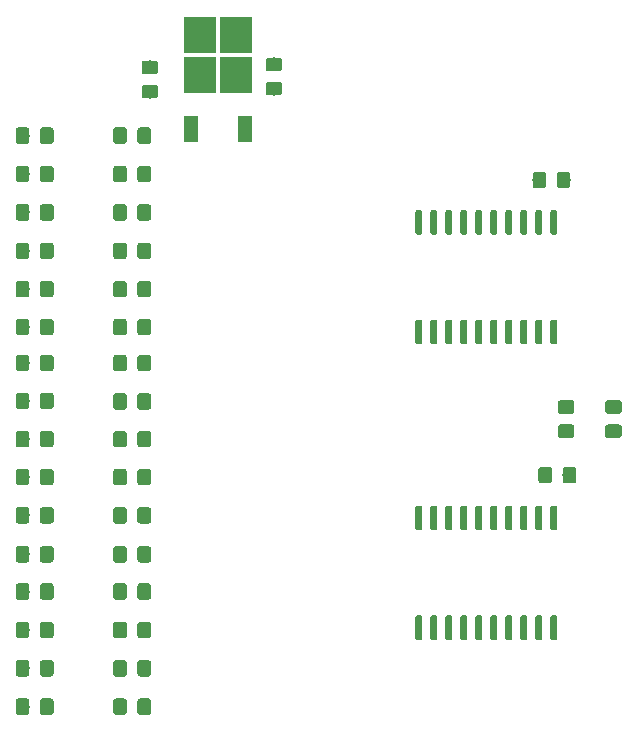
<source format=gbr>
G04 #@! TF.GenerationSoftware,KiCad,Pcbnew,(5.1.4-0-10_14)*
G04 #@! TF.CreationDate,2020-11-17T21:13:12+01:00*
G04 #@! TF.ProjectId,output_driver,6f757470-7574-45f6-9472-697665722e6b,rev?*
G04 #@! TF.SameCoordinates,Original*
G04 #@! TF.FileFunction,Paste,Top*
G04 #@! TF.FilePolarity,Positive*
%FSLAX46Y46*%
G04 Gerber Fmt 4.6, Leading zero omitted, Abs format (unit mm)*
G04 Created by KiCad (PCBNEW (5.1.4-0-10_14)) date 2020-11-17 21:13:12*
%MOMM*%
%LPD*%
G04 APERTURE LIST*
%ADD10C,0.100000*%
%ADD11C,0.600000*%
%ADD12C,1.150000*%
%ADD13R,2.750000X3.050000*%
%ADD14R,1.200000X2.200000*%
G04 APERTURE END LIST*
D10*
G36*
X115879703Y-77125722D02*
G01*
X115894264Y-77127882D01*
X115908543Y-77131459D01*
X115922403Y-77136418D01*
X115935710Y-77142712D01*
X115948336Y-77150280D01*
X115960159Y-77159048D01*
X115971066Y-77168934D01*
X115980952Y-77179841D01*
X115989720Y-77191664D01*
X115997288Y-77204290D01*
X116003582Y-77217597D01*
X116008541Y-77231457D01*
X116012118Y-77245736D01*
X116014278Y-77260297D01*
X116015000Y-77275000D01*
X116015000Y-79025000D01*
X116014278Y-79039703D01*
X116012118Y-79054264D01*
X116008541Y-79068543D01*
X116003582Y-79082403D01*
X115997288Y-79095710D01*
X115989720Y-79108336D01*
X115980952Y-79120159D01*
X115971066Y-79131066D01*
X115960159Y-79140952D01*
X115948336Y-79149720D01*
X115935710Y-79157288D01*
X115922403Y-79163582D01*
X115908543Y-79168541D01*
X115894264Y-79172118D01*
X115879703Y-79174278D01*
X115865000Y-79175000D01*
X115565000Y-79175000D01*
X115550297Y-79174278D01*
X115535736Y-79172118D01*
X115521457Y-79168541D01*
X115507597Y-79163582D01*
X115494290Y-79157288D01*
X115481664Y-79149720D01*
X115469841Y-79140952D01*
X115458934Y-79131066D01*
X115449048Y-79120159D01*
X115440280Y-79108336D01*
X115432712Y-79095710D01*
X115426418Y-79082403D01*
X115421459Y-79068543D01*
X115417882Y-79054264D01*
X115415722Y-79039703D01*
X115415000Y-79025000D01*
X115415000Y-77275000D01*
X115415722Y-77260297D01*
X115417882Y-77245736D01*
X115421459Y-77231457D01*
X115426418Y-77217597D01*
X115432712Y-77204290D01*
X115440280Y-77191664D01*
X115449048Y-77179841D01*
X115458934Y-77168934D01*
X115469841Y-77159048D01*
X115481664Y-77150280D01*
X115494290Y-77142712D01*
X115507597Y-77136418D01*
X115521457Y-77131459D01*
X115535736Y-77127882D01*
X115550297Y-77125722D01*
X115565000Y-77125000D01*
X115865000Y-77125000D01*
X115879703Y-77125722D01*
X115879703Y-77125722D01*
G37*
D11*
X115715000Y-78150000D03*
D10*
G36*
X114609703Y-77125722D02*
G01*
X114624264Y-77127882D01*
X114638543Y-77131459D01*
X114652403Y-77136418D01*
X114665710Y-77142712D01*
X114678336Y-77150280D01*
X114690159Y-77159048D01*
X114701066Y-77168934D01*
X114710952Y-77179841D01*
X114719720Y-77191664D01*
X114727288Y-77204290D01*
X114733582Y-77217597D01*
X114738541Y-77231457D01*
X114742118Y-77245736D01*
X114744278Y-77260297D01*
X114745000Y-77275000D01*
X114745000Y-79025000D01*
X114744278Y-79039703D01*
X114742118Y-79054264D01*
X114738541Y-79068543D01*
X114733582Y-79082403D01*
X114727288Y-79095710D01*
X114719720Y-79108336D01*
X114710952Y-79120159D01*
X114701066Y-79131066D01*
X114690159Y-79140952D01*
X114678336Y-79149720D01*
X114665710Y-79157288D01*
X114652403Y-79163582D01*
X114638543Y-79168541D01*
X114624264Y-79172118D01*
X114609703Y-79174278D01*
X114595000Y-79175000D01*
X114295000Y-79175000D01*
X114280297Y-79174278D01*
X114265736Y-79172118D01*
X114251457Y-79168541D01*
X114237597Y-79163582D01*
X114224290Y-79157288D01*
X114211664Y-79149720D01*
X114199841Y-79140952D01*
X114188934Y-79131066D01*
X114179048Y-79120159D01*
X114170280Y-79108336D01*
X114162712Y-79095710D01*
X114156418Y-79082403D01*
X114151459Y-79068543D01*
X114147882Y-79054264D01*
X114145722Y-79039703D01*
X114145000Y-79025000D01*
X114145000Y-77275000D01*
X114145722Y-77260297D01*
X114147882Y-77245736D01*
X114151459Y-77231457D01*
X114156418Y-77217597D01*
X114162712Y-77204290D01*
X114170280Y-77191664D01*
X114179048Y-77179841D01*
X114188934Y-77168934D01*
X114199841Y-77159048D01*
X114211664Y-77150280D01*
X114224290Y-77142712D01*
X114237597Y-77136418D01*
X114251457Y-77131459D01*
X114265736Y-77127882D01*
X114280297Y-77125722D01*
X114295000Y-77125000D01*
X114595000Y-77125000D01*
X114609703Y-77125722D01*
X114609703Y-77125722D01*
G37*
D11*
X114445000Y-78150000D03*
D10*
G36*
X113339703Y-77125722D02*
G01*
X113354264Y-77127882D01*
X113368543Y-77131459D01*
X113382403Y-77136418D01*
X113395710Y-77142712D01*
X113408336Y-77150280D01*
X113420159Y-77159048D01*
X113431066Y-77168934D01*
X113440952Y-77179841D01*
X113449720Y-77191664D01*
X113457288Y-77204290D01*
X113463582Y-77217597D01*
X113468541Y-77231457D01*
X113472118Y-77245736D01*
X113474278Y-77260297D01*
X113475000Y-77275000D01*
X113475000Y-79025000D01*
X113474278Y-79039703D01*
X113472118Y-79054264D01*
X113468541Y-79068543D01*
X113463582Y-79082403D01*
X113457288Y-79095710D01*
X113449720Y-79108336D01*
X113440952Y-79120159D01*
X113431066Y-79131066D01*
X113420159Y-79140952D01*
X113408336Y-79149720D01*
X113395710Y-79157288D01*
X113382403Y-79163582D01*
X113368543Y-79168541D01*
X113354264Y-79172118D01*
X113339703Y-79174278D01*
X113325000Y-79175000D01*
X113025000Y-79175000D01*
X113010297Y-79174278D01*
X112995736Y-79172118D01*
X112981457Y-79168541D01*
X112967597Y-79163582D01*
X112954290Y-79157288D01*
X112941664Y-79149720D01*
X112929841Y-79140952D01*
X112918934Y-79131066D01*
X112909048Y-79120159D01*
X112900280Y-79108336D01*
X112892712Y-79095710D01*
X112886418Y-79082403D01*
X112881459Y-79068543D01*
X112877882Y-79054264D01*
X112875722Y-79039703D01*
X112875000Y-79025000D01*
X112875000Y-77275000D01*
X112875722Y-77260297D01*
X112877882Y-77245736D01*
X112881459Y-77231457D01*
X112886418Y-77217597D01*
X112892712Y-77204290D01*
X112900280Y-77191664D01*
X112909048Y-77179841D01*
X112918934Y-77168934D01*
X112929841Y-77159048D01*
X112941664Y-77150280D01*
X112954290Y-77142712D01*
X112967597Y-77136418D01*
X112981457Y-77131459D01*
X112995736Y-77127882D01*
X113010297Y-77125722D01*
X113025000Y-77125000D01*
X113325000Y-77125000D01*
X113339703Y-77125722D01*
X113339703Y-77125722D01*
G37*
D11*
X113175000Y-78150000D03*
D10*
G36*
X112069703Y-77125722D02*
G01*
X112084264Y-77127882D01*
X112098543Y-77131459D01*
X112112403Y-77136418D01*
X112125710Y-77142712D01*
X112138336Y-77150280D01*
X112150159Y-77159048D01*
X112161066Y-77168934D01*
X112170952Y-77179841D01*
X112179720Y-77191664D01*
X112187288Y-77204290D01*
X112193582Y-77217597D01*
X112198541Y-77231457D01*
X112202118Y-77245736D01*
X112204278Y-77260297D01*
X112205000Y-77275000D01*
X112205000Y-79025000D01*
X112204278Y-79039703D01*
X112202118Y-79054264D01*
X112198541Y-79068543D01*
X112193582Y-79082403D01*
X112187288Y-79095710D01*
X112179720Y-79108336D01*
X112170952Y-79120159D01*
X112161066Y-79131066D01*
X112150159Y-79140952D01*
X112138336Y-79149720D01*
X112125710Y-79157288D01*
X112112403Y-79163582D01*
X112098543Y-79168541D01*
X112084264Y-79172118D01*
X112069703Y-79174278D01*
X112055000Y-79175000D01*
X111755000Y-79175000D01*
X111740297Y-79174278D01*
X111725736Y-79172118D01*
X111711457Y-79168541D01*
X111697597Y-79163582D01*
X111684290Y-79157288D01*
X111671664Y-79149720D01*
X111659841Y-79140952D01*
X111648934Y-79131066D01*
X111639048Y-79120159D01*
X111630280Y-79108336D01*
X111622712Y-79095710D01*
X111616418Y-79082403D01*
X111611459Y-79068543D01*
X111607882Y-79054264D01*
X111605722Y-79039703D01*
X111605000Y-79025000D01*
X111605000Y-77275000D01*
X111605722Y-77260297D01*
X111607882Y-77245736D01*
X111611459Y-77231457D01*
X111616418Y-77217597D01*
X111622712Y-77204290D01*
X111630280Y-77191664D01*
X111639048Y-77179841D01*
X111648934Y-77168934D01*
X111659841Y-77159048D01*
X111671664Y-77150280D01*
X111684290Y-77142712D01*
X111697597Y-77136418D01*
X111711457Y-77131459D01*
X111725736Y-77127882D01*
X111740297Y-77125722D01*
X111755000Y-77125000D01*
X112055000Y-77125000D01*
X112069703Y-77125722D01*
X112069703Y-77125722D01*
G37*
D11*
X111905000Y-78150000D03*
D10*
G36*
X110799703Y-77125722D02*
G01*
X110814264Y-77127882D01*
X110828543Y-77131459D01*
X110842403Y-77136418D01*
X110855710Y-77142712D01*
X110868336Y-77150280D01*
X110880159Y-77159048D01*
X110891066Y-77168934D01*
X110900952Y-77179841D01*
X110909720Y-77191664D01*
X110917288Y-77204290D01*
X110923582Y-77217597D01*
X110928541Y-77231457D01*
X110932118Y-77245736D01*
X110934278Y-77260297D01*
X110935000Y-77275000D01*
X110935000Y-79025000D01*
X110934278Y-79039703D01*
X110932118Y-79054264D01*
X110928541Y-79068543D01*
X110923582Y-79082403D01*
X110917288Y-79095710D01*
X110909720Y-79108336D01*
X110900952Y-79120159D01*
X110891066Y-79131066D01*
X110880159Y-79140952D01*
X110868336Y-79149720D01*
X110855710Y-79157288D01*
X110842403Y-79163582D01*
X110828543Y-79168541D01*
X110814264Y-79172118D01*
X110799703Y-79174278D01*
X110785000Y-79175000D01*
X110485000Y-79175000D01*
X110470297Y-79174278D01*
X110455736Y-79172118D01*
X110441457Y-79168541D01*
X110427597Y-79163582D01*
X110414290Y-79157288D01*
X110401664Y-79149720D01*
X110389841Y-79140952D01*
X110378934Y-79131066D01*
X110369048Y-79120159D01*
X110360280Y-79108336D01*
X110352712Y-79095710D01*
X110346418Y-79082403D01*
X110341459Y-79068543D01*
X110337882Y-79054264D01*
X110335722Y-79039703D01*
X110335000Y-79025000D01*
X110335000Y-77275000D01*
X110335722Y-77260297D01*
X110337882Y-77245736D01*
X110341459Y-77231457D01*
X110346418Y-77217597D01*
X110352712Y-77204290D01*
X110360280Y-77191664D01*
X110369048Y-77179841D01*
X110378934Y-77168934D01*
X110389841Y-77159048D01*
X110401664Y-77150280D01*
X110414290Y-77142712D01*
X110427597Y-77136418D01*
X110441457Y-77131459D01*
X110455736Y-77127882D01*
X110470297Y-77125722D01*
X110485000Y-77125000D01*
X110785000Y-77125000D01*
X110799703Y-77125722D01*
X110799703Y-77125722D01*
G37*
D11*
X110635000Y-78150000D03*
D10*
G36*
X109529703Y-77125722D02*
G01*
X109544264Y-77127882D01*
X109558543Y-77131459D01*
X109572403Y-77136418D01*
X109585710Y-77142712D01*
X109598336Y-77150280D01*
X109610159Y-77159048D01*
X109621066Y-77168934D01*
X109630952Y-77179841D01*
X109639720Y-77191664D01*
X109647288Y-77204290D01*
X109653582Y-77217597D01*
X109658541Y-77231457D01*
X109662118Y-77245736D01*
X109664278Y-77260297D01*
X109665000Y-77275000D01*
X109665000Y-79025000D01*
X109664278Y-79039703D01*
X109662118Y-79054264D01*
X109658541Y-79068543D01*
X109653582Y-79082403D01*
X109647288Y-79095710D01*
X109639720Y-79108336D01*
X109630952Y-79120159D01*
X109621066Y-79131066D01*
X109610159Y-79140952D01*
X109598336Y-79149720D01*
X109585710Y-79157288D01*
X109572403Y-79163582D01*
X109558543Y-79168541D01*
X109544264Y-79172118D01*
X109529703Y-79174278D01*
X109515000Y-79175000D01*
X109215000Y-79175000D01*
X109200297Y-79174278D01*
X109185736Y-79172118D01*
X109171457Y-79168541D01*
X109157597Y-79163582D01*
X109144290Y-79157288D01*
X109131664Y-79149720D01*
X109119841Y-79140952D01*
X109108934Y-79131066D01*
X109099048Y-79120159D01*
X109090280Y-79108336D01*
X109082712Y-79095710D01*
X109076418Y-79082403D01*
X109071459Y-79068543D01*
X109067882Y-79054264D01*
X109065722Y-79039703D01*
X109065000Y-79025000D01*
X109065000Y-77275000D01*
X109065722Y-77260297D01*
X109067882Y-77245736D01*
X109071459Y-77231457D01*
X109076418Y-77217597D01*
X109082712Y-77204290D01*
X109090280Y-77191664D01*
X109099048Y-77179841D01*
X109108934Y-77168934D01*
X109119841Y-77159048D01*
X109131664Y-77150280D01*
X109144290Y-77142712D01*
X109157597Y-77136418D01*
X109171457Y-77131459D01*
X109185736Y-77127882D01*
X109200297Y-77125722D01*
X109215000Y-77125000D01*
X109515000Y-77125000D01*
X109529703Y-77125722D01*
X109529703Y-77125722D01*
G37*
D11*
X109365000Y-78150000D03*
D10*
G36*
X108259703Y-77125722D02*
G01*
X108274264Y-77127882D01*
X108288543Y-77131459D01*
X108302403Y-77136418D01*
X108315710Y-77142712D01*
X108328336Y-77150280D01*
X108340159Y-77159048D01*
X108351066Y-77168934D01*
X108360952Y-77179841D01*
X108369720Y-77191664D01*
X108377288Y-77204290D01*
X108383582Y-77217597D01*
X108388541Y-77231457D01*
X108392118Y-77245736D01*
X108394278Y-77260297D01*
X108395000Y-77275000D01*
X108395000Y-79025000D01*
X108394278Y-79039703D01*
X108392118Y-79054264D01*
X108388541Y-79068543D01*
X108383582Y-79082403D01*
X108377288Y-79095710D01*
X108369720Y-79108336D01*
X108360952Y-79120159D01*
X108351066Y-79131066D01*
X108340159Y-79140952D01*
X108328336Y-79149720D01*
X108315710Y-79157288D01*
X108302403Y-79163582D01*
X108288543Y-79168541D01*
X108274264Y-79172118D01*
X108259703Y-79174278D01*
X108245000Y-79175000D01*
X107945000Y-79175000D01*
X107930297Y-79174278D01*
X107915736Y-79172118D01*
X107901457Y-79168541D01*
X107887597Y-79163582D01*
X107874290Y-79157288D01*
X107861664Y-79149720D01*
X107849841Y-79140952D01*
X107838934Y-79131066D01*
X107829048Y-79120159D01*
X107820280Y-79108336D01*
X107812712Y-79095710D01*
X107806418Y-79082403D01*
X107801459Y-79068543D01*
X107797882Y-79054264D01*
X107795722Y-79039703D01*
X107795000Y-79025000D01*
X107795000Y-77275000D01*
X107795722Y-77260297D01*
X107797882Y-77245736D01*
X107801459Y-77231457D01*
X107806418Y-77217597D01*
X107812712Y-77204290D01*
X107820280Y-77191664D01*
X107829048Y-77179841D01*
X107838934Y-77168934D01*
X107849841Y-77159048D01*
X107861664Y-77150280D01*
X107874290Y-77142712D01*
X107887597Y-77136418D01*
X107901457Y-77131459D01*
X107915736Y-77127882D01*
X107930297Y-77125722D01*
X107945000Y-77125000D01*
X108245000Y-77125000D01*
X108259703Y-77125722D01*
X108259703Y-77125722D01*
G37*
D11*
X108095000Y-78150000D03*
D10*
G36*
X106989703Y-77125722D02*
G01*
X107004264Y-77127882D01*
X107018543Y-77131459D01*
X107032403Y-77136418D01*
X107045710Y-77142712D01*
X107058336Y-77150280D01*
X107070159Y-77159048D01*
X107081066Y-77168934D01*
X107090952Y-77179841D01*
X107099720Y-77191664D01*
X107107288Y-77204290D01*
X107113582Y-77217597D01*
X107118541Y-77231457D01*
X107122118Y-77245736D01*
X107124278Y-77260297D01*
X107125000Y-77275000D01*
X107125000Y-79025000D01*
X107124278Y-79039703D01*
X107122118Y-79054264D01*
X107118541Y-79068543D01*
X107113582Y-79082403D01*
X107107288Y-79095710D01*
X107099720Y-79108336D01*
X107090952Y-79120159D01*
X107081066Y-79131066D01*
X107070159Y-79140952D01*
X107058336Y-79149720D01*
X107045710Y-79157288D01*
X107032403Y-79163582D01*
X107018543Y-79168541D01*
X107004264Y-79172118D01*
X106989703Y-79174278D01*
X106975000Y-79175000D01*
X106675000Y-79175000D01*
X106660297Y-79174278D01*
X106645736Y-79172118D01*
X106631457Y-79168541D01*
X106617597Y-79163582D01*
X106604290Y-79157288D01*
X106591664Y-79149720D01*
X106579841Y-79140952D01*
X106568934Y-79131066D01*
X106559048Y-79120159D01*
X106550280Y-79108336D01*
X106542712Y-79095710D01*
X106536418Y-79082403D01*
X106531459Y-79068543D01*
X106527882Y-79054264D01*
X106525722Y-79039703D01*
X106525000Y-79025000D01*
X106525000Y-77275000D01*
X106525722Y-77260297D01*
X106527882Y-77245736D01*
X106531459Y-77231457D01*
X106536418Y-77217597D01*
X106542712Y-77204290D01*
X106550280Y-77191664D01*
X106559048Y-77179841D01*
X106568934Y-77168934D01*
X106579841Y-77159048D01*
X106591664Y-77150280D01*
X106604290Y-77142712D01*
X106617597Y-77136418D01*
X106631457Y-77131459D01*
X106645736Y-77127882D01*
X106660297Y-77125722D01*
X106675000Y-77125000D01*
X106975000Y-77125000D01*
X106989703Y-77125722D01*
X106989703Y-77125722D01*
G37*
D11*
X106825000Y-78150000D03*
D10*
G36*
X105719703Y-77125722D02*
G01*
X105734264Y-77127882D01*
X105748543Y-77131459D01*
X105762403Y-77136418D01*
X105775710Y-77142712D01*
X105788336Y-77150280D01*
X105800159Y-77159048D01*
X105811066Y-77168934D01*
X105820952Y-77179841D01*
X105829720Y-77191664D01*
X105837288Y-77204290D01*
X105843582Y-77217597D01*
X105848541Y-77231457D01*
X105852118Y-77245736D01*
X105854278Y-77260297D01*
X105855000Y-77275000D01*
X105855000Y-79025000D01*
X105854278Y-79039703D01*
X105852118Y-79054264D01*
X105848541Y-79068543D01*
X105843582Y-79082403D01*
X105837288Y-79095710D01*
X105829720Y-79108336D01*
X105820952Y-79120159D01*
X105811066Y-79131066D01*
X105800159Y-79140952D01*
X105788336Y-79149720D01*
X105775710Y-79157288D01*
X105762403Y-79163582D01*
X105748543Y-79168541D01*
X105734264Y-79172118D01*
X105719703Y-79174278D01*
X105705000Y-79175000D01*
X105405000Y-79175000D01*
X105390297Y-79174278D01*
X105375736Y-79172118D01*
X105361457Y-79168541D01*
X105347597Y-79163582D01*
X105334290Y-79157288D01*
X105321664Y-79149720D01*
X105309841Y-79140952D01*
X105298934Y-79131066D01*
X105289048Y-79120159D01*
X105280280Y-79108336D01*
X105272712Y-79095710D01*
X105266418Y-79082403D01*
X105261459Y-79068543D01*
X105257882Y-79054264D01*
X105255722Y-79039703D01*
X105255000Y-79025000D01*
X105255000Y-77275000D01*
X105255722Y-77260297D01*
X105257882Y-77245736D01*
X105261459Y-77231457D01*
X105266418Y-77217597D01*
X105272712Y-77204290D01*
X105280280Y-77191664D01*
X105289048Y-77179841D01*
X105298934Y-77168934D01*
X105309841Y-77159048D01*
X105321664Y-77150280D01*
X105334290Y-77142712D01*
X105347597Y-77136418D01*
X105361457Y-77131459D01*
X105375736Y-77127882D01*
X105390297Y-77125722D01*
X105405000Y-77125000D01*
X105705000Y-77125000D01*
X105719703Y-77125722D01*
X105719703Y-77125722D01*
G37*
D11*
X105555000Y-78150000D03*
D10*
G36*
X104449703Y-77125722D02*
G01*
X104464264Y-77127882D01*
X104478543Y-77131459D01*
X104492403Y-77136418D01*
X104505710Y-77142712D01*
X104518336Y-77150280D01*
X104530159Y-77159048D01*
X104541066Y-77168934D01*
X104550952Y-77179841D01*
X104559720Y-77191664D01*
X104567288Y-77204290D01*
X104573582Y-77217597D01*
X104578541Y-77231457D01*
X104582118Y-77245736D01*
X104584278Y-77260297D01*
X104585000Y-77275000D01*
X104585000Y-79025000D01*
X104584278Y-79039703D01*
X104582118Y-79054264D01*
X104578541Y-79068543D01*
X104573582Y-79082403D01*
X104567288Y-79095710D01*
X104559720Y-79108336D01*
X104550952Y-79120159D01*
X104541066Y-79131066D01*
X104530159Y-79140952D01*
X104518336Y-79149720D01*
X104505710Y-79157288D01*
X104492403Y-79163582D01*
X104478543Y-79168541D01*
X104464264Y-79172118D01*
X104449703Y-79174278D01*
X104435000Y-79175000D01*
X104135000Y-79175000D01*
X104120297Y-79174278D01*
X104105736Y-79172118D01*
X104091457Y-79168541D01*
X104077597Y-79163582D01*
X104064290Y-79157288D01*
X104051664Y-79149720D01*
X104039841Y-79140952D01*
X104028934Y-79131066D01*
X104019048Y-79120159D01*
X104010280Y-79108336D01*
X104002712Y-79095710D01*
X103996418Y-79082403D01*
X103991459Y-79068543D01*
X103987882Y-79054264D01*
X103985722Y-79039703D01*
X103985000Y-79025000D01*
X103985000Y-77275000D01*
X103985722Y-77260297D01*
X103987882Y-77245736D01*
X103991459Y-77231457D01*
X103996418Y-77217597D01*
X104002712Y-77204290D01*
X104010280Y-77191664D01*
X104019048Y-77179841D01*
X104028934Y-77168934D01*
X104039841Y-77159048D01*
X104051664Y-77150280D01*
X104064290Y-77142712D01*
X104077597Y-77136418D01*
X104091457Y-77131459D01*
X104105736Y-77127882D01*
X104120297Y-77125722D01*
X104135000Y-77125000D01*
X104435000Y-77125000D01*
X104449703Y-77125722D01*
X104449703Y-77125722D01*
G37*
D11*
X104285000Y-78150000D03*
D10*
G36*
X104449703Y-67825722D02*
G01*
X104464264Y-67827882D01*
X104478543Y-67831459D01*
X104492403Y-67836418D01*
X104505710Y-67842712D01*
X104518336Y-67850280D01*
X104530159Y-67859048D01*
X104541066Y-67868934D01*
X104550952Y-67879841D01*
X104559720Y-67891664D01*
X104567288Y-67904290D01*
X104573582Y-67917597D01*
X104578541Y-67931457D01*
X104582118Y-67945736D01*
X104584278Y-67960297D01*
X104585000Y-67975000D01*
X104585000Y-69725000D01*
X104584278Y-69739703D01*
X104582118Y-69754264D01*
X104578541Y-69768543D01*
X104573582Y-69782403D01*
X104567288Y-69795710D01*
X104559720Y-69808336D01*
X104550952Y-69820159D01*
X104541066Y-69831066D01*
X104530159Y-69840952D01*
X104518336Y-69849720D01*
X104505710Y-69857288D01*
X104492403Y-69863582D01*
X104478543Y-69868541D01*
X104464264Y-69872118D01*
X104449703Y-69874278D01*
X104435000Y-69875000D01*
X104135000Y-69875000D01*
X104120297Y-69874278D01*
X104105736Y-69872118D01*
X104091457Y-69868541D01*
X104077597Y-69863582D01*
X104064290Y-69857288D01*
X104051664Y-69849720D01*
X104039841Y-69840952D01*
X104028934Y-69831066D01*
X104019048Y-69820159D01*
X104010280Y-69808336D01*
X104002712Y-69795710D01*
X103996418Y-69782403D01*
X103991459Y-69768543D01*
X103987882Y-69754264D01*
X103985722Y-69739703D01*
X103985000Y-69725000D01*
X103985000Y-67975000D01*
X103985722Y-67960297D01*
X103987882Y-67945736D01*
X103991459Y-67931457D01*
X103996418Y-67917597D01*
X104002712Y-67904290D01*
X104010280Y-67891664D01*
X104019048Y-67879841D01*
X104028934Y-67868934D01*
X104039841Y-67859048D01*
X104051664Y-67850280D01*
X104064290Y-67842712D01*
X104077597Y-67836418D01*
X104091457Y-67831459D01*
X104105736Y-67827882D01*
X104120297Y-67825722D01*
X104135000Y-67825000D01*
X104435000Y-67825000D01*
X104449703Y-67825722D01*
X104449703Y-67825722D01*
G37*
D11*
X104285000Y-68850000D03*
D10*
G36*
X105719703Y-67825722D02*
G01*
X105734264Y-67827882D01*
X105748543Y-67831459D01*
X105762403Y-67836418D01*
X105775710Y-67842712D01*
X105788336Y-67850280D01*
X105800159Y-67859048D01*
X105811066Y-67868934D01*
X105820952Y-67879841D01*
X105829720Y-67891664D01*
X105837288Y-67904290D01*
X105843582Y-67917597D01*
X105848541Y-67931457D01*
X105852118Y-67945736D01*
X105854278Y-67960297D01*
X105855000Y-67975000D01*
X105855000Y-69725000D01*
X105854278Y-69739703D01*
X105852118Y-69754264D01*
X105848541Y-69768543D01*
X105843582Y-69782403D01*
X105837288Y-69795710D01*
X105829720Y-69808336D01*
X105820952Y-69820159D01*
X105811066Y-69831066D01*
X105800159Y-69840952D01*
X105788336Y-69849720D01*
X105775710Y-69857288D01*
X105762403Y-69863582D01*
X105748543Y-69868541D01*
X105734264Y-69872118D01*
X105719703Y-69874278D01*
X105705000Y-69875000D01*
X105405000Y-69875000D01*
X105390297Y-69874278D01*
X105375736Y-69872118D01*
X105361457Y-69868541D01*
X105347597Y-69863582D01*
X105334290Y-69857288D01*
X105321664Y-69849720D01*
X105309841Y-69840952D01*
X105298934Y-69831066D01*
X105289048Y-69820159D01*
X105280280Y-69808336D01*
X105272712Y-69795710D01*
X105266418Y-69782403D01*
X105261459Y-69768543D01*
X105257882Y-69754264D01*
X105255722Y-69739703D01*
X105255000Y-69725000D01*
X105255000Y-67975000D01*
X105255722Y-67960297D01*
X105257882Y-67945736D01*
X105261459Y-67931457D01*
X105266418Y-67917597D01*
X105272712Y-67904290D01*
X105280280Y-67891664D01*
X105289048Y-67879841D01*
X105298934Y-67868934D01*
X105309841Y-67859048D01*
X105321664Y-67850280D01*
X105334290Y-67842712D01*
X105347597Y-67836418D01*
X105361457Y-67831459D01*
X105375736Y-67827882D01*
X105390297Y-67825722D01*
X105405000Y-67825000D01*
X105705000Y-67825000D01*
X105719703Y-67825722D01*
X105719703Y-67825722D01*
G37*
D11*
X105555000Y-68850000D03*
D10*
G36*
X106989703Y-67825722D02*
G01*
X107004264Y-67827882D01*
X107018543Y-67831459D01*
X107032403Y-67836418D01*
X107045710Y-67842712D01*
X107058336Y-67850280D01*
X107070159Y-67859048D01*
X107081066Y-67868934D01*
X107090952Y-67879841D01*
X107099720Y-67891664D01*
X107107288Y-67904290D01*
X107113582Y-67917597D01*
X107118541Y-67931457D01*
X107122118Y-67945736D01*
X107124278Y-67960297D01*
X107125000Y-67975000D01*
X107125000Y-69725000D01*
X107124278Y-69739703D01*
X107122118Y-69754264D01*
X107118541Y-69768543D01*
X107113582Y-69782403D01*
X107107288Y-69795710D01*
X107099720Y-69808336D01*
X107090952Y-69820159D01*
X107081066Y-69831066D01*
X107070159Y-69840952D01*
X107058336Y-69849720D01*
X107045710Y-69857288D01*
X107032403Y-69863582D01*
X107018543Y-69868541D01*
X107004264Y-69872118D01*
X106989703Y-69874278D01*
X106975000Y-69875000D01*
X106675000Y-69875000D01*
X106660297Y-69874278D01*
X106645736Y-69872118D01*
X106631457Y-69868541D01*
X106617597Y-69863582D01*
X106604290Y-69857288D01*
X106591664Y-69849720D01*
X106579841Y-69840952D01*
X106568934Y-69831066D01*
X106559048Y-69820159D01*
X106550280Y-69808336D01*
X106542712Y-69795710D01*
X106536418Y-69782403D01*
X106531459Y-69768543D01*
X106527882Y-69754264D01*
X106525722Y-69739703D01*
X106525000Y-69725000D01*
X106525000Y-67975000D01*
X106525722Y-67960297D01*
X106527882Y-67945736D01*
X106531459Y-67931457D01*
X106536418Y-67917597D01*
X106542712Y-67904290D01*
X106550280Y-67891664D01*
X106559048Y-67879841D01*
X106568934Y-67868934D01*
X106579841Y-67859048D01*
X106591664Y-67850280D01*
X106604290Y-67842712D01*
X106617597Y-67836418D01*
X106631457Y-67831459D01*
X106645736Y-67827882D01*
X106660297Y-67825722D01*
X106675000Y-67825000D01*
X106975000Y-67825000D01*
X106989703Y-67825722D01*
X106989703Y-67825722D01*
G37*
D11*
X106825000Y-68850000D03*
D10*
G36*
X108259703Y-67825722D02*
G01*
X108274264Y-67827882D01*
X108288543Y-67831459D01*
X108302403Y-67836418D01*
X108315710Y-67842712D01*
X108328336Y-67850280D01*
X108340159Y-67859048D01*
X108351066Y-67868934D01*
X108360952Y-67879841D01*
X108369720Y-67891664D01*
X108377288Y-67904290D01*
X108383582Y-67917597D01*
X108388541Y-67931457D01*
X108392118Y-67945736D01*
X108394278Y-67960297D01*
X108395000Y-67975000D01*
X108395000Y-69725000D01*
X108394278Y-69739703D01*
X108392118Y-69754264D01*
X108388541Y-69768543D01*
X108383582Y-69782403D01*
X108377288Y-69795710D01*
X108369720Y-69808336D01*
X108360952Y-69820159D01*
X108351066Y-69831066D01*
X108340159Y-69840952D01*
X108328336Y-69849720D01*
X108315710Y-69857288D01*
X108302403Y-69863582D01*
X108288543Y-69868541D01*
X108274264Y-69872118D01*
X108259703Y-69874278D01*
X108245000Y-69875000D01*
X107945000Y-69875000D01*
X107930297Y-69874278D01*
X107915736Y-69872118D01*
X107901457Y-69868541D01*
X107887597Y-69863582D01*
X107874290Y-69857288D01*
X107861664Y-69849720D01*
X107849841Y-69840952D01*
X107838934Y-69831066D01*
X107829048Y-69820159D01*
X107820280Y-69808336D01*
X107812712Y-69795710D01*
X107806418Y-69782403D01*
X107801459Y-69768543D01*
X107797882Y-69754264D01*
X107795722Y-69739703D01*
X107795000Y-69725000D01*
X107795000Y-67975000D01*
X107795722Y-67960297D01*
X107797882Y-67945736D01*
X107801459Y-67931457D01*
X107806418Y-67917597D01*
X107812712Y-67904290D01*
X107820280Y-67891664D01*
X107829048Y-67879841D01*
X107838934Y-67868934D01*
X107849841Y-67859048D01*
X107861664Y-67850280D01*
X107874290Y-67842712D01*
X107887597Y-67836418D01*
X107901457Y-67831459D01*
X107915736Y-67827882D01*
X107930297Y-67825722D01*
X107945000Y-67825000D01*
X108245000Y-67825000D01*
X108259703Y-67825722D01*
X108259703Y-67825722D01*
G37*
D11*
X108095000Y-68850000D03*
D10*
G36*
X109529703Y-67825722D02*
G01*
X109544264Y-67827882D01*
X109558543Y-67831459D01*
X109572403Y-67836418D01*
X109585710Y-67842712D01*
X109598336Y-67850280D01*
X109610159Y-67859048D01*
X109621066Y-67868934D01*
X109630952Y-67879841D01*
X109639720Y-67891664D01*
X109647288Y-67904290D01*
X109653582Y-67917597D01*
X109658541Y-67931457D01*
X109662118Y-67945736D01*
X109664278Y-67960297D01*
X109665000Y-67975000D01*
X109665000Y-69725000D01*
X109664278Y-69739703D01*
X109662118Y-69754264D01*
X109658541Y-69768543D01*
X109653582Y-69782403D01*
X109647288Y-69795710D01*
X109639720Y-69808336D01*
X109630952Y-69820159D01*
X109621066Y-69831066D01*
X109610159Y-69840952D01*
X109598336Y-69849720D01*
X109585710Y-69857288D01*
X109572403Y-69863582D01*
X109558543Y-69868541D01*
X109544264Y-69872118D01*
X109529703Y-69874278D01*
X109515000Y-69875000D01*
X109215000Y-69875000D01*
X109200297Y-69874278D01*
X109185736Y-69872118D01*
X109171457Y-69868541D01*
X109157597Y-69863582D01*
X109144290Y-69857288D01*
X109131664Y-69849720D01*
X109119841Y-69840952D01*
X109108934Y-69831066D01*
X109099048Y-69820159D01*
X109090280Y-69808336D01*
X109082712Y-69795710D01*
X109076418Y-69782403D01*
X109071459Y-69768543D01*
X109067882Y-69754264D01*
X109065722Y-69739703D01*
X109065000Y-69725000D01*
X109065000Y-67975000D01*
X109065722Y-67960297D01*
X109067882Y-67945736D01*
X109071459Y-67931457D01*
X109076418Y-67917597D01*
X109082712Y-67904290D01*
X109090280Y-67891664D01*
X109099048Y-67879841D01*
X109108934Y-67868934D01*
X109119841Y-67859048D01*
X109131664Y-67850280D01*
X109144290Y-67842712D01*
X109157597Y-67836418D01*
X109171457Y-67831459D01*
X109185736Y-67827882D01*
X109200297Y-67825722D01*
X109215000Y-67825000D01*
X109515000Y-67825000D01*
X109529703Y-67825722D01*
X109529703Y-67825722D01*
G37*
D11*
X109365000Y-68850000D03*
D10*
G36*
X110799703Y-67825722D02*
G01*
X110814264Y-67827882D01*
X110828543Y-67831459D01*
X110842403Y-67836418D01*
X110855710Y-67842712D01*
X110868336Y-67850280D01*
X110880159Y-67859048D01*
X110891066Y-67868934D01*
X110900952Y-67879841D01*
X110909720Y-67891664D01*
X110917288Y-67904290D01*
X110923582Y-67917597D01*
X110928541Y-67931457D01*
X110932118Y-67945736D01*
X110934278Y-67960297D01*
X110935000Y-67975000D01*
X110935000Y-69725000D01*
X110934278Y-69739703D01*
X110932118Y-69754264D01*
X110928541Y-69768543D01*
X110923582Y-69782403D01*
X110917288Y-69795710D01*
X110909720Y-69808336D01*
X110900952Y-69820159D01*
X110891066Y-69831066D01*
X110880159Y-69840952D01*
X110868336Y-69849720D01*
X110855710Y-69857288D01*
X110842403Y-69863582D01*
X110828543Y-69868541D01*
X110814264Y-69872118D01*
X110799703Y-69874278D01*
X110785000Y-69875000D01*
X110485000Y-69875000D01*
X110470297Y-69874278D01*
X110455736Y-69872118D01*
X110441457Y-69868541D01*
X110427597Y-69863582D01*
X110414290Y-69857288D01*
X110401664Y-69849720D01*
X110389841Y-69840952D01*
X110378934Y-69831066D01*
X110369048Y-69820159D01*
X110360280Y-69808336D01*
X110352712Y-69795710D01*
X110346418Y-69782403D01*
X110341459Y-69768543D01*
X110337882Y-69754264D01*
X110335722Y-69739703D01*
X110335000Y-69725000D01*
X110335000Y-67975000D01*
X110335722Y-67960297D01*
X110337882Y-67945736D01*
X110341459Y-67931457D01*
X110346418Y-67917597D01*
X110352712Y-67904290D01*
X110360280Y-67891664D01*
X110369048Y-67879841D01*
X110378934Y-67868934D01*
X110389841Y-67859048D01*
X110401664Y-67850280D01*
X110414290Y-67842712D01*
X110427597Y-67836418D01*
X110441457Y-67831459D01*
X110455736Y-67827882D01*
X110470297Y-67825722D01*
X110485000Y-67825000D01*
X110785000Y-67825000D01*
X110799703Y-67825722D01*
X110799703Y-67825722D01*
G37*
D11*
X110635000Y-68850000D03*
D10*
G36*
X112069703Y-67825722D02*
G01*
X112084264Y-67827882D01*
X112098543Y-67831459D01*
X112112403Y-67836418D01*
X112125710Y-67842712D01*
X112138336Y-67850280D01*
X112150159Y-67859048D01*
X112161066Y-67868934D01*
X112170952Y-67879841D01*
X112179720Y-67891664D01*
X112187288Y-67904290D01*
X112193582Y-67917597D01*
X112198541Y-67931457D01*
X112202118Y-67945736D01*
X112204278Y-67960297D01*
X112205000Y-67975000D01*
X112205000Y-69725000D01*
X112204278Y-69739703D01*
X112202118Y-69754264D01*
X112198541Y-69768543D01*
X112193582Y-69782403D01*
X112187288Y-69795710D01*
X112179720Y-69808336D01*
X112170952Y-69820159D01*
X112161066Y-69831066D01*
X112150159Y-69840952D01*
X112138336Y-69849720D01*
X112125710Y-69857288D01*
X112112403Y-69863582D01*
X112098543Y-69868541D01*
X112084264Y-69872118D01*
X112069703Y-69874278D01*
X112055000Y-69875000D01*
X111755000Y-69875000D01*
X111740297Y-69874278D01*
X111725736Y-69872118D01*
X111711457Y-69868541D01*
X111697597Y-69863582D01*
X111684290Y-69857288D01*
X111671664Y-69849720D01*
X111659841Y-69840952D01*
X111648934Y-69831066D01*
X111639048Y-69820159D01*
X111630280Y-69808336D01*
X111622712Y-69795710D01*
X111616418Y-69782403D01*
X111611459Y-69768543D01*
X111607882Y-69754264D01*
X111605722Y-69739703D01*
X111605000Y-69725000D01*
X111605000Y-67975000D01*
X111605722Y-67960297D01*
X111607882Y-67945736D01*
X111611459Y-67931457D01*
X111616418Y-67917597D01*
X111622712Y-67904290D01*
X111630280Y-67891664D01*
X111639048Y-67879841D01*
X111648934Y-67868934D01*
X111659841Y-67859048D01*
X111671664Y-67850280D01*
X111684290Y-67842712D01*
X111697597Y-67836418D01*
X111711457Y-67831459D01*
X111725736Y-67827882D01*
X111740297Y-67825722D01*
X111755000Y-67825000D01*
X112055000Y-67825000D01*
X112069703Y-67825722D01*
X112069703Y-67825722D01*
G37*
D11*
X111905000Y-68850000D03*
D10*
G36*
X113339703Y-67825722D02*
G01*
X113354264Y-67827882D01*
X113368543Y-67831459D01*
X113382403Y-67836418D01*
X113395710Y-67842712D01*
X113408336Y-67850280D01*
X113420159Y-67859048D01*
X113431066Y-67868934D01*
X113440952Y-67879841D01*
X113449720Y-67891664D01*
X113457288Y-67904290D01*
X113463582Y-67917597D01*
X113468541Y-67931457D01*
X113472118Y-67945736D01*
X113474278Y-67960297D01*
X113475000Y-67975000D01*
X113475000Y-69725000D01*
X113474278Y-69739703D01*
X113472118Y-69754264D01*
X113468541Y-69768543D01*
X113463582Y-69782403D01*
X113457288Y-69795710D01*
X113449720Y-69808336D01*
X113440952Y-69820159D01*
X113431066Y-69831066D01*
X113420159Y-69840952D01*
X113408336Y-69849720D01*
X113395710Y-69857288D01*
X113382403Y-69863582D01*
X113368543Y-69868541D01*
X113354264Y-69872118D01*
X113339703Y-69874278D01*
X113325000Y-69875000D01*
X113025000Y-69875000D01*
X113010297Y-69874278D01*
X112995736Y-69872118D01*
X112981457Y-69868541D01*
X112967597Y-69863582D01*
X112954290Y-69857288D01*
X112941664Y-69849720D01*
X112929841Y-69840952D01*
X112918934Y-69831066D01*
X112909048Y-69820159D01*
X112900280Y-69808336D01*
X112892712Y-69795710D01*
X112886418Y-69782403D01*
X112881459Y-69768543D01*
X112877882Y-69754264D01*
X112875722Y-69739703D01*
X112875000Y-69725000D01*
X112875000Y-67975000D01*
X112875722Y-67960297D01*
X112877882Y-67945736D01*
X112881459Y-67931457D01*
X112886418Y-67917597D01*
X112892712Y-67904290D01*
X112900280Y-67891664D01*
X112909048Y-67879841D01*
X112918934Y-67868934D01*
X112929841Y-67859048D01*
X112941664Y-67850280D01*
X112954290Y-67842712D01*
X112967597Y-67836418D01*
X112981457Y-67831459D01*
X112995736Y-67827882D01*
X113010297Y-67825722D01*
X113025000Y-67825000D01*
X113325000Y-67825000D01*
X113339703Y-67825722D01*
X113339703Y-67825722D01*
G37*
D11*
X113175000Y-68850000D03*
D10*
G36*
X114609703Y-67825722D02*
G01*
X114624264Y-67827882D01*
X114638543Y-67831459D01*
X114652403Y-67836418D01*
X114665710Y-67842712D01*
X114678336Y-67850280D01*
X114690159Y-67859048D01*
X114701066Y-67868934D01*
X114710952Y-67879841D01*
X114719720Y-67891664D01*
X114727288Y-67904290D01*
X114733582Y-67917597D01*
X114738541Y-67931457D01*
X114742118Y-67945736D01*
X114744278Y-67960297D01*
X114745000Y-67975000D01*
X114745000Y-69725000D01*
X114744278Y-69739703D01*
X114742118Y-69754264D01*
X114738541Y-69768543D01*
X114733582Y-69782403D01*
X114727288Y-69795710D01*
X114719720Y-69808336D01*
X114710952Y-69820159D01*
X114701066Y-69831066D01*
X114690159Y-69840952D01*
X114678336Y-69849720D01*
X114665710Y-69857288D01*
X114652403Y-69863582D01*
X114638543Y-69868541D01*
X114624264Y-69872118D01*
X114609703Y-69874278D01*
X114595000Y-69875000D01*
X114295000Y-69875000D01*
X114280297Y-69874278D01*
X114265736Y-69872118D01*
X114251457Y-69868541D01*
X114237597Y-69863582D01*
X114224290Y-69857288D01*
X114211664Y-69849720D01*
X114199841Y-69840952D01*
X114188934Y-69831066D01*
X114179048Y-69820159D01*
X114170280Y-69808336D01*
X114162712Y-69795710D01*
X114156418Y-69782403D01*
X114151459Y-69768543D01*
X114147882Y-69754264D01*
X114145722Y-69739703D01*
X114145000Y-69725000D01*
X114145000Y-67975000D01*
X114145722Y-67960297D01*
X114147882Y-67945736D01*
X114151459Y-67931457D01*
X114156418Y-67917597D01*
X114162712Y-67904290D01*
X114170280Y-67891664D01*
X114179048Y-67879841D01*
X114188934Y-67868934D01*
X114199841Y-67859048D01*
X114211664Y-67850280D01*
X114224290Y-67842712D01*
X114237597Y-67836418D01*
X114251457Y-67831459D01*
X114265736Y-67827882D01*
X114280297Y-67825722D01*
X114295000Y-67825000D01*
X114595000Y-67825000D01*
X114609703Y-67825722D01*
X114609703Y-67825722D01*
G37*
D11*
X114445000Y-68850000D03*
D10*
G36*
X115879703Y-67825722D02*
G01*
X115894264Y-67827882D01*
X115908543Y-67831459D01*
X115922403Y-67836418D01*
X115935710Y-67842712D01*
X115948336Y-67850280D01*
X115960159Y-67859048D01*
X115971066Y-67868934D01*
X115980952Y-67879841D01*
X115989720Y-67891664D01*
X115997288Y-67904290D01*
X116003582Y-67917597D01*
X116008541Y-67931457D01*
X116012118Y-67945736D01*
X116014278Y-67960297D01*
X116015000Y-67975000D01*
X116015000Y-69725000D01*
X116014278Y-69739703D01*
X116012118Y-69754264D01*
X116008541Y-69768543D01*
X116003582Y-69782403D01*
X115997288Y-69795710D01*
X115989720Y-69808336D01*
X115980952Y-69820159D01*
X115971066Y-69831066D01*
X115960159Y-69840952D01*
X115948336Y-69849720D01*
X115935710Y-69857288D01*
X115922403Y-69863582D01*
X115908543Y-69868541D01*
X115894264Y-69872118D01*
X115879703Y-69874278D01*
X115865000Y-69875000D01*
X115565000Y-69875000D01*
X115550297Y-69874278D01*
X115535736Y-69872118D01*
X115521457Y-69868541D01*
X115507597Y-69863582D01*
X115494290Y-69857288D01*
X115481664Y-69849720D01*
X115469841Y-69840952D01*
X115458934Y-69831066D01*
X115449048Y-69820159D01*
X115440280Y-69808336D01*
X115432712Y-69795710D01*
X115426418Y-69782403D01*
X115421459Y-69768543D01*
X115417882Y-69754264D01*
X115415722Y-69739703D01*
X115415000Y-69725000D01*
X115415000Y-67975000D01*
X115415722Y-67960297D01*
X115417882Y-67945736D01*
X115421459Y-67931457D01*
X115426418Y-67917597D01*
X115432712Y-67904290D01*
X115440280Y-67891664D01*
X115449048Y-67879841D01*
X115458934Y-67868934D01*
X115469841Y-67859048D01*
X115481664Y-67850280D01*
X115494290Y-67842712D01*
X115507597Y-67836418D01*
X115521457Y-67831459D01*
X115535736Y-67827882D01*
X115550297Y-67825722D01*
X115565000Y-67825000D01*
X115865000Y-67825000D01*
X115879703Y-67825722D01*
X115879703Y-67825722D01*
G37*
D11*
X115715000Y-68850000D03*
D10*
G36*
X81374505Y-60801204D02*
G01*
X81398773Y-60804804D01*
X81422572Y-60810765D01*
X81445671Y-60819030D01*
X81467850Y-60829520D01*
X81488893Y-60842132D01*
X81508599Y-60856747D01*
X81526777Y-60873223D01*
X81543253Y-60891401D01*
X81557868Y-60911107D01*
X81570480Y-60932150D01*
X81580970Y-60954329D01*
X81589235Y-60977428D01*
X81595196Y-61001227D01*
X81598796Y-61025495D01*
X81600000Y-61049999D01*
X81600000Y-61950001D01*
X81598796Y-61974505D01*
X81595196Y-61998773D01*
X81589235Y-62022572D01*
X81580970Y-62045671D01*
X81570480Y-62067850D01*
X81557868Y-62088893D01*
X81543253Y-62108599D01*
X81526777Y-62126777D01*
X81508599Y-62143253D01*
X81488893Y-62157868D01*
X81467850Y-62170480D01*
X81445671Y-62180970D01*
X81422572Y-62189235D01*
X81398773Y-62195196D01*
X81374505Y-62198796D01*
X81350001Y-62200000D01*
X80699999Y-62200000D01*
X80675495Y-62198796D01*
X80651227Y-62195196D01*
X80627428Y-62189235D01*
X80604329Y-62180970D01*
X80582150Y-62170480D01*
X80561107Y-62157868D01*
X80541401Y-62143253D01*
X80523223Y-62126777D01*
X80506747Y-62108599D01*
X80492132Y-62088893D01*
X80479520Y-62067850D01*
X80469030Y-62045671D01*
X80460765Y-62022572D01*
X80454804Y-61998773D01*
X80451204Y-61974505D01*
X80450000Y-61950001D01*
X80450000Y-61049999D01*
X80451204Y-61025495D01*
X80454804Y-61001227D01*
X80460765Y-60977428D01*
X80469030Y-60954329D01*
X80479520Y-60932150D01*
X80492132Y-60911107D01*
X80506747Y-60891401D01*
X80523223Y-60873223D01*
X80541401Y-60856747D01*
X80561107Y-60842132D01*
X80582150Y-60829520D01*
X80604329Y-60819030D01*
X80627428Y-60810765D01*
X80651227Y-60804804D01*
X80675495Y-60801204D01*
X80699999Y-60800000D01*
X81350001Y-60800000D01*
X81374505Y-60801204D01*
X81374505Y-60801204D01*
G37*
D12*
X81025000Y-61500000D03*
D10*
G36*
X79324505Y-60801204D02*
G01*
X79348773Y-60804804D01*
X79372572Y-60810765D01*
X79395671Y-60819030D01*
X79417850Y-60829520D01*
X79438893Y-60842132D01*
X79458599Y-60856747D01*
X79476777Y-60873223D01*
X79493253Y-60891401D01*
X79507868Y-60911107D01*
X79520480Y-60932150D01*
X79530970Y-60954329D01*
X79539235Y-60977428D01*
X79545196Y-61001227D01*
X79548796Y-61025495D01*
X79550000Y-61049999D01*
X79550000Y-61950001D01*
X79548796Y-61974505D01*
X79545196Y-61998773D01*
X79539235Y-62022572D01*
X79530970Y-62045671D01*
X79520480Y-62067850D01*
X79507868Y-62088893D01*
X79493253Y-62108599D01*
X79476777Y-62126777D01*
X79458599Y-62143253D01*
X79438893Y-62157868D01*
X79417850Y-62170480D01*
X79395671Y-62180970D01*
X79372572Y-62189235D01*
X79348773Y-62195196D01*
X79324505Y-62198796D01*
X79300001Y-62200000D01*
X78649999Y-62200000D01*
X78625495Y-62198796D01*
X78601227Y-62195196D01*
X78577428Y-62189235D01*
X78554329Y-62180970D01*
X78532150Y-62170480D01*
X78511107Y-62157868D01*
X78491401Y-62143253D01*
X78473223Y-62126777D01*
X78456747Y-62108599D01*
X78442132Y-62088893D01*
X78429520Y-62067850D01*
X78419030Y-62045671D01*
X78410765Y-62022572D01*
X78404804Y-61998773D01*
X78401204Y-61974505D01*
X78400000Y-61950001D01*
X78400000Y-61049999D01*
X78401204Y-61025495D01*
X78404804Y-61001227D01*
X78410765Y-60977428D01*
X78419030Y-60954329D01*
X78429520Y-60932150D01*
X78442132Y-60911107D01*
X78456747Y-60891401D01*
X78473223Y-60873223D01*
X78491401Y-60856747D01*
X78511107Y-60842132D01*
X78532150Y-60829520D01*
X78554329Y-60819030D01*
X78577428Y-60810765D01*
X78601227Y-60804804D01*
X78625495Y-60801204D01*
X78649999Y-60800000D01*
X79300001Y-60800000D01*
X79324505Y-60801204D01*
X79324505Y-60801204D01*
G37*
D12*
X78975000Y-61500000D03*
D10*
G36*
X81374505Y-70551204D02*
G01*
X81398773Y-70554804D01*
X81422572Y-70560765D01*
X81445671Y-70569030D01*
X81467850Y-70579520D01*
X81488893Y-70592132D01*
X81508599Y-70606747D01*
X81526777Y-70623223D01*
X81543253Y-70641401D01*
X81557868Y-70661107D01*
X81570480Y-70682150D01*
X81580970Y-70704329D01*
X81589235Y-70727428D01*
X81595196Y-70751227D01*
X81598796Y-70775495D01*
X81600000Y-70799999D01*
X81600000Y-71700001D01*
X81598796Y-71724505D01*
X81595196Y-71748773D01*
X81589235Y-71772572D01*
X81580970Y-71795671D01*
X81570480Y-71817850D01*
X81557868Y-71838893D01*
X81543253Y-71858599D01*
X81526777Y-71876777D01*
X81508599Y-71893253D01*
X81488893Y-71907868D01*
X81467850Y-71920480D01*
X81445671Y-71930970D01*
X81422572Y-71939235D01*
X81398773Y-71945196D01*
X81374505Y-71948796D01*
X81350001Y-71950000D01*
X80699999Y-71950000D01*
X80675495Y-71948796D01*
X80651227Y-71945196D01*
X80627428Y-71939235D01*
X80604329Y-71930970D01*
X80582150Y-71920480D01*
X80561107Y-71907868D01*
X80541401Y-71893253D01*
X80523223Y-71876777D01*
X80506747Y-71858599D01*
X80492132Y-71838893D01*
X80479520Y-71817850D01*
X80469030Y-71795671D01*
X80460765Y-71772572D01*
X80454804Y-71748773D01*
X80451204Y-71724505D01*
X80450000Y-71700001D01*
X80450000Y-70799999D01*
X80451204Y-70775495D01*
X80454804Y-70751227D01*
X80460765Y-70727428D01*
X80469030Y-70704329D01*
X80479520Y-70682150D01*
X80492132Y-70661107D01*
X80506747Y-70641401D01*
X80523223Y-70623223D01*
X80541401Y-70606747D01*
X80561107Y-70592132D01*
X80582150Y-70579520D01*
X80604329Y-70569030D01*
X80627428Y-70560765D01*
X80651227Y-70554804D01*
X80675495Y-70551204D01*
X80699999Y-70550000D01*
X81350001Y-70550000D01*
X81374505Y-70551204D01*
X81374505Y-70551204D01*
G37*
D12*
X81025000Y-71250000D03*
D10*
G36*
X79324505Y-70551204D02*
G01*
X79348773Y-70554804D01*
X79372572Y-70560765D01*
X79395671Y-70569030D01*
X79417850Y-70579520D01*
X79438893Y-70592132D01*
X79458599Y-70606747D01*
X79476777Y-70623223D01*
X79493253Y-70641401D01*
X79507868Y-70661107D01*
X79520480Y-70682150D01*
X79530970Y-70704329D01*
X79539235Y-70727428D01*
X79545196Y-70751227D01*
X79548796Y-70775495D01*
X79550000Y-70799999D01*
X79550000Y-71700001D01*
X79548796Y-71724505D01*
X79545196Y-71748773D01*
X79539235Y-71772572D01*
X79530970Y-71795671D01*
X79520480Y-71817850D01*
X79507868Y-71838893D01*
X79493253Y-71858599D01*
X79476777Y-71876777D01*
X79458599Y-71893253D01*
X79438893Y-71907868D01*
X79417850Y-71920480D01*
X79395671Y-71930970D01*
X79372572Y-71939235D01*
X79348773Y-71945196D01*
X79324505Y-71948796D01*
X79300001Y-71950000D01*
X78649999Y-71950000D01*
X78625495Y-71948796D01*
X78601227Y-71945196D01*
X78577428Y-71939235D01*
X78554329Y-71930970D01*
X78532150Y-71920480D01*
X78511107Y-71907868D01*
X78491401Y-71893253D01*
X78473223Y-71876777D01*
X78456747Y-71858599D01*
X78442132Y-71838893D01*
X78429520Y-71817850D01*
X78419030Y-71795671D01*
X78410765Y-71772572D01*
X78404804Y-71748773D01*
X78401204Y-71724505D01*
X78400000Y-71700001D01*
X78400000Y-70799999D01*
X78401204Y-70775495D01*
X78404804Y-70751227D01*
X78410765Y-70727428D01*
X78419030Y-70704329D01*
X78429520Y-70682150D01*
X78442132Y-70661107D01*
X78456747Y-70641401D01*
X78473223Y-70623223D01*
X78491401Y-70606747D01*
X78511107Y-70592132D01*
X78532150Y-70579520D01*
X78554329Y-70569030D01*
X78577428Y-70560765D01*
X78601227Y-70554804D01*
X78625495Y-70551204D01*
X78649999Y-70550000D01*
X79300001Y-70550000D01*
X79324505Y-70551204D01*
X79324505Y-70551204D01*
G37*
D12*
X78975000Y-71250000D03*
D10*
G36*
X79324505Y-73801204D02*
G01*
X79348773Y-73804804D01*
X79372572Y-73810765D01*
X79395671Y-73819030D01*
X79417850Y-73829520D01*
X79438893Y-73842132D01*
X79458599Y-73856747D01*
X79476777Y-73873223D01*
X79493253Y-73891401D01*
X79507868Y-73911107D01*
X79520480Y-73932150D01*
X79530970Y-73954329D01*
X79539235Y-73977428D01*
X79545196Y-74001227D01*
X79548796Y-74025495D01*
X79550000Y-74049999D01*
X79550000Y-74950001D01*
X79548796Y-74974505D01*
X79545196Y-74998773D01*
X79539235Y-75022572D01*
X79530970Y-75045671D01*
X79520480Y-75067850D01*
X79507868Y-75088893D01*
X79493253Y-75108599D01*
X79476777Y-75126777D01*
X79458599Y-75143253D01*
X79438893Y-75157868D01*
X79417850Y-75170480D01*
X79395671Y-75180970D01*
X79372572Y-75189235D01*
X79348773Y-75195196D01*
X79324505Y-75198796D01*
X79300001Y-75200000D01*
X78649999Y-75200000D01*
X78625495Y-75198796D01*
X78601227Y-75195196D01*
X78577428Y-75189235D01*
X78554329Y-75180970D01*
X78532150Y-75170480D01*
X78511107Y-75157868D01*
X78491401Y-75143253D01*
X78473223Y-75126777D01*
X78456747Y-75108599D01*
X78442132Y-75088893D01*
X78429520Y-75067850D01*
X78419030Y-75045671D01*
X78410765Y-75022572D01*
X78404804Y-74998773D01*
X78401204Y-74974505D01*
X78400000Y-74950001D01*
X78400000Y-74049999D01*
X78401204Y-74025495D01*
X78404804Y-74001227D01*
X78410765Y-73977428D01*
X78419030Y-73954329D01*
X78429520Y-73932150D01*
X78442132Y-73911107D01*
X78456747Y-73891401D01*
X78473223Y-73873223D01*
X78491401Y-73856747D01*
X78511107Y-73842132D01*
X78532150Y-73829520D01*
X78554329Y-73819030D01*
X78577428Y-73810765D01*
X78601227Y-73804804D01*
X78625495Y-73801204D01*
X78649999Y-73800000D01*
X79300001Y-73800000D01*
X79324505Y-73801204D01*
X79324505Y-73801204D01*
G37*
D12*
X78975000Y-74500000D03*
D10*
G36*
X81374505Y-73801204D02*
G01*
X81398773Y-73804804D01*
X81422572Y-73810765D01*
X81445671Y-73819030D01*
X81467850Y-73829520D01*
X81488893Y-73842132D01*
X81508599Y-73856747D01*
X81526777Y-73873223D01*
X81543253Y-73891401D01*
X81557868Y-73911107D01*
X81570480Y-73932150D01*
X81580970Y-73954329D01*
X81589235Y-73977428D01*
X81595196Y-74001227D01*
X81598796Y-74025495D01*
X81600000Y-74049999D01*
X81600000Y-74950001D01*
X81598796Y-74974505D01*
X81595196Y-74998773D01*
X81589235Y-75022572D01*
X81580970Y-75045671D01*
X81570480Y-75067850D01*
X81557868Y-75088893D01*
X81543253Y-75108599D01*
X81526777Y-75126777D01*
X81508599Y-75143253D01*
X81488893Y-75157868D01*
X81467850Y-75170480D01*
X81445671Y-75180970D01*
X81422572Y-75189235D01*
X81398773Y-75195196D01*
X81374505Y-75198796D01*
X81350001Y-75200000D01*
X80699999Y-75200000D01*
X80675495Y-75198796D01*
X80651227Y-75195196D01*
X80627428Y-75189235D01*
X80604329Y-75180970D01*
X80582150Y-75170480D01*
X80561107Y-75157868D01*
X80541401Y-75143253D01*
X80523223Y-75126777D01*
X80506747Y-75108599D01*
X80492132Y-75088893D01*
X80479520Y-75067850D01*
X80469030Y-75045671D01*
X80460765Y-75022572D01*
X80454804Y-74998773D01*
X80451204Y-74974505D01*
X80450000Y-74950001D01*
X80450000Y-74049999D01*
X80451204Y-74025495D01*
X80454804Y-74001227D01*
X80460765Y-73977428D01*
X80469030Y-73954329D01*
X80479520Y-73932150D01*
X80492132Y-73911107D01*
X80506747Y-73891401D01*
X80523223Y-73873223D01*
X80541401Y-73856747D01*
X80561107Y-73842132D01*
X80582150Y-73829520D01*
X80604329Y-73819030D01*
X80627428Y-73810765D01*
X80651227Y-73804804D01*
X80675495Y-73801204D01*
X80699999Y-73800000D01*
X81350001Y-73800000D01*
X81374505Y-73801204D01*
X81374505Y-73801204D01*
G37*
D12*
X81025000Y-74500000D03*
D10*
G36*
X71074505Y-73801204D02*
G01*
X71098773Y-73804804D01*
X71122572Y-73810765D01*
X71145671Y-73819030D01*
X71167850Y-73829520D01*
X71188893Y-73842132D01*
X71208599Y-73856747D01*
X71226777Y-73873223D01*
X71243253Y-73891401D01*
X71257868Y-73911107D01*
X71270480Y-73932150D01*
X71280970Y-73954329D01*
X71289235Y-73977428D01*
X71295196Y-74001227D01*
X71298796Y-74025495D01*
X71300000Y-74049999D01*
X71300000Y-74950001D01*
X71298796Y-74974505D01*
X71295196Y-74998773D01*
X71289235Y-75022572D01*
X71280970Y-75045671D01*
X71270480Y-75067850D01*
X71257868Y-75088893D01*
X71243253Y-75108599D01*
X71226777Y-75126777D01*
X71208599Y-75143253D01*
X71188893Y-75157868D01*
X71167850Y-75170480D01*
X71145671Y-75180970D01*
X71122572Y-75189235D01*
X71098773Y-75195196D01*
X71074505Y-75198796D01*
X71050001Y-75200000D01*
X70399999Y-75200000D01*
X70375495Y-75198796D01*
X70351227Y-75195196D01*
X70327428Y-75189235D01*
X70304329Y-75180970D01*
X70282150Y-75170480D01*
X70261107Y-75157868D01*
X70241401Y-75143253D01*
X70223223Y-75126777D01*
X70206747Y-75108599D01*
X70192132Y-75088893D01*
X70179520Y-75067850D01*
X70169030Y-75045671D01*
X70160765Y-75022572D01*
X70154804Y-74998773D01*
X70151204Y-74974505D01*
X70150000Y-74950001D01*
X70150000Y-74049999D01*
X70151204Y-74025495D01*
X70154804Y-74001227D01*
X70160765Y-73977428D01*
X70169030Y-73954329D01*
X70179520Y-73932150D01*
X70192132Y-73911107D01*
X70206747Y-73891401D01*
X70223223Y-73873223D01*
X70241401Y-73856747D01*
X70261107Y-73842132D01*
X70282150Y-73829520D01*
X70304329Y-73819030D01*
X70327428Y-73810765D01*
X70351227Y-73804804D01*
X70375495Y-73801204D01*
X70399999Y-73800000D01*
X71050001Y-73800000D01*
X71074505Y-73801204D01*
X71074505Y-73801204D01*
G37*
D12*
X70725000Y-74500000D03*
D10*
G36*
X73124505Y-73801204D02*
G01*
X73148773Y-73804804D01*
X73172572Y-73810765D01*
X73195671Y-73819030D01*
X73217850Y-73829520D01*
X73238893Y-73842132D01*
X73258599Y-73856747D01*
X73276777Y-73873223D01*
X73293253Y-73891401D01*
X73307868Y-73911107D01*
X73320480Y-73932150D01*
X73330970Y-73954329D01*
X73339235Y-73977428D01*
X73345196Y-74001227D01*
X73348796Y-74025495D01*
X73350000Y-74049999D01*
X73350000Y-74950001D01*
X73348796Y-74974505D01*
X73345196Y-74998773D01*
X73339235Y-75022572D01*
X73330970Y-75045671D01*
X73320480Y-75067850D01*
X73307868Y-75088893D01*
X73293253Y-75108599D01*
X73276777Y-75126777D01*
X73258599Y-75143253D01*
X73238893Y-75157868D01*
X73217850Y-75170480D01*
X73195671Y-75180970D01*
X73172572Y-75189235D01*
X73148773Y-75195196D01*
X73124505Y-75198796D01*
X73100001Y-75200000D01*
X72449999Y-75200000D01*
X72425495Y-75198796D01*
X72401227Y-75195196D01*
X72377428Y-75189235D01*
X72354329Y-75180970D01*
X72332150Y-75170480D01*
X72311107Y-75157868D01*
X72291401Y-75143253D01*
X72273223Y-75126777D01*
X72256747Y-75108599D01*
X72242132Y-75088893D01*
X72229520Y-75067850D01*
X72219030Y-75045671D01*
X72210765Y-75022572D01*
X72204804Y-74998773D01*
X72201204Y-74974505D01*
X72200000Y-74950001D01*
X72200000Y-74049999D01*
X72201204Y-74025495D01*
X72204804Y-74001227D01*
X72210765Y-73977428D01*
X72219030Y-73954329D01*
X72229520Y-73932150D01*
X72242132Y-73911107D01*
X72256747Y-73891401D01*
X72273223Y-73873223D01*
X72291401Y-73856747D01*
X72311107Y-73842132D01*
X72332150Y-73829520D01*
X72354329Y-73819030D01*
X72377428Y-73810765D01*
X72401227Y-73804804D01*
X72425495Y-73801204D01*
X72449999Y-73800000D01*
X73100001Y-73800000D01*
X73124505Y-73801204D01*
X73124505Y-73801204D01*
G37*
D12*
X72775000Y-74500000D03*
D10*
G36*
X73124505Y-70551204D02*
G01*
X73148773Y-70554804D01*
X73172572Y-70560765D01*
X73195671Y-70569030D01*
X73217850Y-70579520D01*
X73238893Y-70592132D01*
X73258599Y-70606747D01*
X73276777Y-70623223D01*
X73293253Y-70641401D01*
X73307868Y-70661107D01*
X73320480Y-70682150D01*
X73330970Y-70704329D01*
X73339235Y-70727428D01*
X73345196Y-70751227D01*
X73348796Y-70775495D01*
X73350000Y-70799999D01*
X73350000Y-71700001D01*
X73348796Y-71724505D01*
X73345196Y-71748773D01*
X73339235Y-71772572D01*
X73330970Y-71795671D01*
X73320480Y-71817850D01*
X73307868Y-71838893D01*
X73293253Y-71858599D01*
X73276777Y-71876777D01*
X73258599Y-71893253D01*
X73238893Y-71907868D01*
X73217850Y-71920480D01*
X73195671Y-71930970D01*
X73172572Y-71939235D01*
X73148773Y-71945196D01*
X73124505Y-71948796D01*
X73100001Y-71950000D01*
X72449999Y-71950000D01*
X72425495Y-71948796D01*
X72401227Y-71945196D01*
X72377428Y-71939235D01*
X72354329Y-71930970D01*
X72332150Y-71920480D01*
X72311107Y-71907868D01*
X72291401Y-71893253D01*
X72273223Y-71876777D01*
X72256747Y-71858599D01*
X72242132Y-71838893D01*
X72229520Y-71817850D01*
X72219030Y-71795671D01*
X72210765Y-71772572D01*
X72204804Y-71748773D01*
X72201204Y-71724505D01*
X72200000Y-71700001D01*
X72200000Y-70799999D01*
X72201204Y-70775495D01*
X72204804Y-70751227D01*
X72210765Y-70727428D01*
X72219030Y-70704329D01*
X72229520Y-70682150D01*
X72242132Y-70661107D01*
X72256747Y-70641401D01*
X72273223Y-70623223D01*
X72291401Y-70606747D01*
X72311107Y-70592132D01*
X72332150Y-70579520D01*
X72354329Y-70569030D01*
X72377428Y-70560765D01*
X72401227Y-70554804D01*
X72425495Y-70551204D01*
X72449999Y-70550000D01*
X73100001Y-70550000D01*
X73124505Y-70551204D01*
X73124505Y-70551204D01*
G37*
D12*
X72775000Y-71250000D03*
D10*
G36*
X71074505Y-70551204D02*
G01*
X71098773Y-70554804D01*
X71122572Y-70560765D01*
X71145671Y-70569030D01*
X71167850Y-70579520D01*
X71188893Y-70592132D01*
X71208599Y-70606747D01*
X71226777Y-70623223D01*
X71243253Y-70641401D01*
X71257868Y-70661107D01*
X71270480Y-70682150D01*
X71280970Y-70704329D01*
X71289235Y-70727428D01*
X71295196Y-70751227D01*
X71298796Y-70775495D01*
X71300000Y-70799999D01*
X71300000Y-71700001D01*
X71298796Y-71724505D01*
X71295196Y-71748773D01*
X71289235Y-71772572D01*
X71280970Y-71795671D01*
X71270480Y-71817850D01*
X71257868Y-71838893D01*
X71243253Y-71858599D01*
X71226777Y-71876777D01*
X71208599Y-71893253D01*
X71188893Y-71907868D01*
X71167850Y-71920480D01*
X71145671Y-71930970D01*
X71122572Y-71939235D01*
X71098773Y-71945196D01*
X71074505Y-71948796D01*
X71050001Y-71950000D01*
X70399999Y-71950000D01*
X70375495Y-71948796D01*
X70351227Y-71945196D01*
X70327428Y-71939235D01*
X70304329Y-71930970D01*
X70282150Y-71920480D01*
X70261107Y-71907868D01*
X70241401Y-71893253D01*
X70223223Y-71876777D01*
X70206747Y-71858599D01*
X70192132Y-71838893D01*
X70179520Y-71817850D01*
X70169030Y-71795671D01*
X70160765Y-71772572D01*
X70154804Y-71748773D01*
X70151204Y-71724505D01*
X70150000Y-71700001D01*
X70150000Y-70799999D01*
X70151204Y-70775495D01*
X70154804Y-70751227D01*
X70160765Y-70727428D01*
X70169030Y-70704329D01*
X70179520Y-70682150D01*
X70192132Y-70661107D01*
X70206747Y-70641401D01*
X70223223Y-70623223D01*
X70241401Y-70606747D01*
X70261107Y-70592132D01*
X70282150Y-70579520D01*
X70304329Y-70569030D01*
X70327428Y-70560765D01*
X70351227Y-70554804D01*
X70375495Y-70551204D01*
X70399999Y-70550000D01*
X71050001Y-70550000D01*
X71074505Y-70551204D01*
X71074505Y-70551204D01*
G37*
D12*
X70725000Y-71250000D03*
D10*
G36*
X73124505Y-64051204D02*
G01*
X73148773Y-64054804D01*
X73172572Y-64060765D01*
X73195671Y-64069030D01*
X73217850Y-64079520D01*
X73238893Y-64092132D01*
X73258599Y-64106747D01*
X73276777Y-64123223D01*
X73293253Y-64141401D01*
X73307868Y-64161107D01*
X73320480Y-64182150D01*
X73330970Y-64204329D01*
X73339235Y-64227428D01*
X73345196Y-64251227D01*
X73348796Y-64275495D01*
X73350000Y-64299999D01*
X73350000Y-65200001D01*
X73348796Y-65224505D01*
X73345196Y-65248773D01*
X73339235Y-65272572D01*
X73330970Y-65295671D01*
X73320480Y-65317850D01*
X73307868Y-65338893D01*
X73293253Y-65358599D01*
X73276777Y-65376777D01*
X73258599Y-65393253D01*
X73238893Y-65407868D01*
X73217850Y-65420480D01*
X73195671Y-65430970D01*
X73172572Y-65439235D01*
X73148773Y-65445196D01*
X73124505Y-65448796D01*
X73100001Y-65450000D01*
X72449999Y-65450000D01*
X72425495Y-65448796D01*
X72401227Y-65445196D01*
X72377428Y-65439235D01*
X72354329Y-65430970D01*
X72332150Y-65420480D01*
X72311107Y-65407868D01*
X72291401Y-65393253D01*
X72273223Y-65376777D01*
X72256747Y-65358599D01*
X72242132Y-65338893D01*
X72229520Y-65317850D01*
X72219030Y-65295671D01*
X72210765Y-65272572D01*
X72204804Y-65248773D01*
X72201204Y-65224505D01*
X72200000Y-65200001D01*
X72200000Y-64299999D01*
X72201204Y-64275495D01*
X72204804Y-64251227D01*
X72210765Y-64227428D01*
X72219030Y-64204329D01*
X72229520Y-64182150D01*
X72242132Y-64161107D01*
X72256747Y-64141401D01*
X72273223Y-64123223D01*
X72291401Y-64106747D01*
X72311107Y-64092132D01*
X72332150Y-64079520D01*
X72354329Y-64069030D01*
X72377428Y-64060765D01*
X72401227Y-64054804D01*
X72425495Y-64051204D01*
X72449999Y-64050000D01*
X73100001Y-64050000D01*
X73124505Y-64051204D01*
X73124505Y-64051204D01*
G37*
D12*
X72775000Y-64750000D03*
D10*
G36*
X71074505Y-64051204D02*
G01*
X71098773Y-64054804D01*
X71122572Y-64060765D01*
X71145671Y-64069030D01*
X71167850Y-64079520D01*
X71188893Y-64092132D01*
X71208599Y-64106747D01*
X71226777Y-64123223D01*
X71243253Y-64141401D01*
X71257868Y-64161107D01*
X71270480Y-64182150D01*
X71280970Y-64204329D01*
X71289235Y-64227428D01*
X71295196Y-64251227D01*
X71298796Y-64275495D01*
X71300000Y-64299999D01*
X71300000Y-65200001D01*
X71298796Y-65224505D01*
X71295196Y-65248773D01*
X71289235Y-65272572D01*
X71280970Y-65295671D01*
X71270480Y-65317850D01*
X71257868Y-65338893D01*
X71243253Y-65358599D01*
X71226777Y-65376777D01*
X71208599Y-65393253D01*
X71188893Y-65407868D01*
X71167850Y-65420480D01*
X71145671Y-65430970D01*
X71122572Y-65439235D01*
X71098773Y-65445196D01*
X71074505Y-65448796D01*
X71050001Y-65450000D01*
X70399999Y-65450000D01*
X70375495Y-65448796D01*
X70351227Y-65445196D01*
X70327428Y-65439235D01*
X70304329Y-65430970D01*
X70282150Y-65420480D01*
X70261107Y-65407868D01*
X70241401Y-65393253D01*
X70223223Y-65376777D01*
X70206747Y-65358599D01*
X70192132Y-65338893D01*
X70179520Y-65317850D01*
X70169030Y-65295671D01*
X70160765Y-65272572D01*
X70154804Y-65248773D01*
X70151204Y-65224505D01*
X70150000Y-65200001D01*
X70150000Y-64299999D01*
X70151204Y-64275495D01*
X70154804Y-64251227D01*
X70160765Y-64227428D01*
X70169030Y-64204329D01*
X70179520Y-64182150D01*
X70192132Y-64161107D01*
X70206747Y-64141401D01*
X70223223Y-64123223D01*
X70241401Y-64106747D01*
X70261107Y-64092132D01*
X70282150Y-64079520D01*
X70304329Y-64069030D01*
X70327428Y-64060765D01*
X70351227Y-64054804D01*
X70375495Y-64051204D01*
X70399999Y-64050000D01*
X71050001Y-64050000D01*
X71074505Y-64051204D01*
X71074505Y-64051204D01*
G37*
D12*
X70725000Y-64750000D03*
D10*
G36*
X71074505Y-77001204D02*
G01*
X71098773Y-77004804D01*
X71122572Y-77010765D01*
X71145671Y-77019030D01*
X71167850Y-77029520D01*
X71188893Y-77042132D01*
X71208599Y-77056747D01*
X71226777Y-77073223D01*
X71243253Y-77091401D01*
X71257868Y-77111107D01*
X71270480Y-77132150D01*
X71280970Y-77154329D01*
X71289235Y-77177428D01*
X71295196Y-77201227D01*
X71298796Y-77225495D01*
X71300000Y-77249999D01*
X71300000Y-78150001D01*
X71298796Y-78174505D01*
X71295196Y-78198773D01*
X71289235Y-78222572D01*
X71280970Y-78245671D01*
X71270480Y-78267850D01*
X71257868Y-78288893D01*
X71243253Y-78308599D01*
X71226777Y-78326777D01*
X71208599Y-78343253D01*
X71188893Y-78357868D01*
X71167850Y-78370480D01*
X71145671Y-78380970D01*
X71122572Y-78389235D01*
X71098773Y-78395196D01*
X71074505Y-78398796D01*
X71050001Y-78400000D01*
X70399999Y-78400000D01*
X70375495Y-78398796D01*
X70351227Y-78395196D01*
X70327428Y-78389235D01*
X70304329Y-78380970D01*
X70282150Y-78370480D01*
X70261107Y-78357868D01*
X70241401Y-78343253D01*
X70223223Y-78326777D01*
X70206747Y-78308599D01*
X70192132Y-78288893D01*
X70179520Y-78267850D01*
X70169030Y-78245671D01*
X70160765Y-78222572D01*
X70154804Y-78198773D01*
X70151204Y-78174505D01*
X70150000Y-78150001D01*
X70150000Y-77249999D01*
X70151204Y-77225495D01*
X70154804Y-77201227D01*
X70160765Y-77177428D01*
X70169030Y-77154329D01*
X70179520Y-77132150D01*
X70192132Y-77111107D01*
X70206747Y-77091401D01*
X70223223Y-77073223D01*
X70241401Y-77056747D01*
X70261107Y-77042132D01*
X70282150Y-77029520D01*
X70304329Y-77019030D01*
X70327428Y-77010765D01*
X70351227Y-77004804D01*
X70375495Y-77001204D01*
X70399999Y-77000000D01*
X71050001Y-77000000D01*
X71074505Y-77001204D01*
X71074505Y-77001204D01*
G37*
D12*
X70725000Y-77700000D03*
D10*
G36*
X73124505Y-77001204D02*
G01*
X73148773Y-77004804D01*
X73172572Y-77010765D01*
X73195671Y-77019030D01*
X73217850Y-77029520D01*
X73238893Y-77042132D01*
X73258599Y-77056747D01*
X73276777Y-77073223D01*
X73293253Y-77091401D01*
X73307868Y-77111107D01*
X73320480Y-77132150D01*
X73330970Y-77154329D01*
X73339235Y-77177428D01*
X73345196Y-77201227D01*
X73348796Y-77225495D01*
X73350000Y-77249999D01*
X73350000Y-78150001D01*
X73348796Y-78174505D01*
X73345196Y-78198773D01*
X73339235Y-78222572D01*
X73330970Y-78245671D01*
X73320480Y-78267850D01*
X73307868Y-78288893D01*
X73293253Y-78308599D01*
X73276777Y-78326777D01*
X73258599Y-78343253D01*
X73238893Y-78357868D01*
X73217850Y-78370480D01*
X73195671Y-78380970D01*
X73172572Y-78389235D01*
X73148773Y-78395196D01*
X73124505Y-78398796D01*
X73100001Y-78400000D01*
X72449999Y-78400000D01*
X72425495Y-78398796D01*
X72401227Y-78395196D01*
X72377428Y-78389235D01*
X72354329Y-78380970D01*
X72332150Y-78370480D01*
X72311107Y-78357868D01*
X72291401Y-78343253D01*
X72273223Y-78326777D01*
X72256747Y-78308599D01*
X72242132Y-78288893D01*
X72229520Y-78267850D01*
X72219030Y-78245671D01*
X72210765Y-78222572D01*
X72204804Y-78198773D01*
X72201204Y-78174505D01*
X72200000Y-78150001D01*
X72200000Y-77249999D01*
X72201204Y-77225495D01*
X72204804Y-77201227D01*
X72210765Y-77177428D01*
X72219030Y-77154329D01*
X72229520Y-77132150D01*
X72242132Y-77111107D01*
X72256747Y-77091401D01*
X72273223Y-77073223D01*
X72291401Y-77056747D01*
X72311107Y-77042132D01*
X72332150Y-77029520D01*
X72354329Y-77019030D01*
X72377428Y-77010765D01*
X72401227Y-77004804D01*
X72425495Y-77001204D01*
X72449999Y-77000000D01*
X73100001Y-77000000D01*
X73124505Y-77001204D01*
X73124505Y-77001204D01*
G37*
D12*
X72775000Y-77700000D03*
D10*
G36*
X71074505Y-80051204D02*
G01*
X71098773Y-80054804D01*
X71122572Y-80060765D01*
X71145671Y-80069030D01*
X71167850Y-80079520D01*
X71188893Y-80092132D01*
X71208599Y-80106747D01*
X71226777Y-80123223D01*
X71243253Y-80141401D01*
X71257868Y-80161107D01*
X71270480Y-80182150D01*
X71280970Y-80204329D01*
X71289235Y-80227428D01*
X71295196Y-80251227D01*
X71298796Y-80275495D01*
X71300000Y-80299999D01*
X71300000Y-81200001D01*
X71298796Y-81224505D01*
X71295196Y-81248773D01*
X71289235Y-81272572D01*
X71280970Y-81295671D01*
X71270480Y-81317850D01*
X71257868Y-81338893D01*
X71243253Y-81358599D01*
X71226777Y-81376777D01*
X71208599Y-81393253D01*
X71188893Y-81407868D01*
X71167850Y-81420480D01*
X71145671Y-81430970D01*
X71122572Y-81439235D01*
X71098773Y-81445196D01*
X71074505Y-81448796D01*
X71050001Y-81450000D01*
X70399999Y-81450000D01*
X70375495Y-81448796D01*
X70351227Y-81445196D01*
X70327428Y-81439235D01*
X70304329Y-81430970D01*
X70282150Y-81420480D01*
X70261107Y-81407868D01*
X70241401Y-81393253D01*
X70223223Y-81376777D01*
X70206747Y-81358599D01*
X70192132Y-81338893D01*
X70179520Y-81317850D01*
X70169030Y-81295671D01*
X70160765Y-81272572D01*
X70154804Y-81248773D01*
X70151204Y-81224505D01*
X70150000Y-81200001D01*
X70150000Y-80299999D01*
X70151204Y-80275495D01*
X70154804Y-80251227D01*
X70160765Y-80227428D01*
X70169030Y-80204329D01*
X70179520Y-80182150D01*
X70192132Y-80161107D01*
X70206747Y-80141401D01*
X70223223Y-80123223D01*
X70241401Y-80106747D01*
X70261107Y-80092132D01*
X70282150Y-80079520D01*
X70304329Y-80069030D01*
X70327428Y-80060765D01*
X70351227Y-80054804D01*
X70375495Y-80051204D01*
X70399999Y-80050000D01*
X71050001Y-80050000D01*
X71074505Y-80051204D01*
X71074505Y-80051204D01*
G37*
D12*
X70725000Y-80750000D03*
D10*
G36*
X73124505Y-80051204D02*
G01*
X73148773Y-80054804D01*
X73172572Y-80060765D01*
X73195671Y-80069030D01*
X73217850Y-80079520D01*
X73238893Y-80092132D01*
X73258599Y-80106747D01*
X73276777Y-80123223D01*
X73293253Y-80141401D01*
X73307868Y-80161107D01*
X73320480Y-80182150D01*
X73330970Y-80204329D01*
X73339235Y-80227428D01*
X73345196Y-80251227D01*
X73348796Y-80275495D01*
X73350000Y-80299999D01*
X73350000Y-81200001D01*
X73348796Y-81224505D01*
X73345196Y-81248773D01*
X73339235Y-81272572D01*
X73330970Y-81295671D01*
X73320480Y-81317850D01*
X73307868Y-81338893D01*
X73293253Y-81358599D01*
X73276777Y-81376777D01*
X73258599Y-81393253D01*
X73238893Y-81407868D01*
X73217850Y-81420480D01*
X73195671Y-81430970D01*
X73172572Y-81439235D01*
X73148773Y-81445196D01*
X73124505Y-81448796D01*
X73100001Y-81450000D01*
X72449999Y-81450000D01*
X72425495Y-81448796D01*
X72401227Y-81445196D01*
X72377428Y-81439235D01*
X72354329Y-81430970D01*
X72332150Y-81420480D01*
X72311107Y-81407868D01*
X72291401Y-81393253D01*
X72273223Y-81376777D01*
X72256747Y-81358599D01*
X72242132Y-81338893D01*
X72229520Y-81317850D01*
X72219030Y-81295671D01*
X72210765Y-81272572D01*
X72204804Y-81248773D01*
X72201204Y-81224505D01*
X72200000Y-81200001D01*
X72200000Y-80299999D01*
X72201204Y-80275495D01*
X72204804Y-80251227D01*
X72210765Y-80227428D01*
X72219030Y-80204329D01*
X72229520Y-80182150D01*
X72242132Y-80161107D01*
X72256747Y-80141401D01*
X72273223Y-80123223D01*
X72291401Y-80106747D01*
X72311107Y-80092132D01*
X72332150Y-80079520D01*
X72354329Y-80069030D01*
X72377428Y-80060765D01*
X72401227Y-80054804D01*
X72425495Y-80051204D01*
X72449999Y-80050000D01*
X73100001Y-80050000D01*
X73124505Y-80051204D01*
X73124505Y-80051204D01*
G37*
D12*
X72775000Y-80750000D03*
D10*
G36*
X71074505Y-83251204D02*
G01*
X71098773Y-83254804D01*
X71122572Y-83260765D01*
X71145671Y-83269030D01*
X71167850Y-83279520D01*
X71188893Y-83292132D01*
X71208599Y-83306747D01*
X71226777Y-83323223D01*
X71243253Y-83341401D01*
X71257868Y-83361107D01*
X71270480Y-83382150D01*
X71280970Y-83404329D01*
X71289235Y-83427428D01*
X71295196Y-83451227D01*
X71298796Y-83475495D01*
X71300000Y-83499999D01*
X71300000Y-84400001D01*
X71298796Y-84424505D01*
X71295196Y-84448773D01*
X71289235Y-84472572D01*
X71280970Y-84495671D01*
X71270480Y-84517850D01*
X71257868Y-84538893D01*
X71243253Y-84558599D01*
X71226777Y-84576777D01*
X71208599Y-84593253D01*
X71188893Y-84607868D01*
X71167850Y-84620480D01*
X71145671Y-84630970D01*
X71122572Y-84639235D01*
X71098773Y-84645196D01*
X71074505Y-84648796D01*
X71050001Y-84650000D01*
X70399999Y-84650000D01*
X70375495Y-84648796D01*
X70351227Y-84645196D01*
X70327428Y-84639235D01*
X70304329Y-84630970D01*
X70282150Y-84620480D01*
X70261107Y-84607868D01*
X70241401Y-84593253D01*
X70223223Y-84576777D01*
X70206747Y-84558599D01*
X70192132Y-84538893D01*
X70179520Y-84517850D01*
X70169030Y-84495671D01*
X70160765Y-84472572D01*
X70154804Y-84448773D01*
X70151204Y-84424505D01*
X70150000Y-84400001D01*
X70150000Y-83499999D01*
X70151204Y-83475495D01*
X70154804Y-83451227D01*
X70160765Y-83427428D01*
X70169030Y-83404329D01*
X70179520Y-83382150D01*
X70192132Y-83361107D01*
X70206747Y-83341401D01*
X70223223Y-83323223D01*
X70241401Y-83306747D01*
X70261107Y-83292132D01*
X70282150Y-83279520D01*
X70304329Y-83269030D01*
X70327428Y-83260765D01*
X70351227Y-83254804D01*
X70375495Y-83251204D01*
X70399999Y-83250000D01*
X71050001Y-83250000D01*
X71074505Y-83251204D01*
X71074505Y-83251204D01*
G37*
D12*
X70725000Y-83950000D03*
D10*
G36*
X73124505Y-83251204D02*
G01*
X73148773Y-83254804D01*
X73172572Y-83260765D01*
X73195671Y-83269030D01*
X73217850Y-83279520D01*
X73238893Y-83292132D01*
X73258599Y-83306747D01*
X73276777Y-83323223D01*
X73293253Y-83341401D01*
X73307868Y-83361107D01*
X73320480Y-83382150D01*
X73330970Y-83404329D01*
X73339235Y-83427428D01*
X73345196Y-83451227D01*
X73348796Y-83475495D01*
X73350000Y-83499999D01*
X73350000Y-84400001D01*
X73348796Y-84424505D01*
X73345196Y-84448773D01*
X73339235Y-84472572D01*
X73330970Y-84495671D01*
X73320480Y-84517850D01*
X73307868Y-84538893D01*
X73293253Y-84558599D01*
X73276777Y-84576777D01*
X73258599Y-84593253D01*
X73238893Y-84607868D01*
X73217850Y-84620480D01*
X73195671Y-84630970D01*
X73172572Y-84639235D01*
X73148773Y-84645196D01*
X73124505Y-84648796D01*
X73100001Y-84650000D01*
X72449999Y-84650000D01*
X72425495Y-84648796D01*
X72401227Y-84645196D01*
X72377428Y-84639235D01*
X72354329Y-84630970D01*
X72332150Y-84620480D01*
X72311107Y-84607868D01*
X72291401Y-84593253D01*
X72273223Y-84576777D01*
X72256747Y-84558599D01*
X72242132Y-84538893D01*
X72229520Y-84517850D01*
X72219030Y-84495671D01*
X72210765Y-84472572D01*
X72204804Y-84448773D01*
X72201204Y-84424505D01*
X72200000Y-84400001D01*
X72200000Y-83499999D01*
X72201204Y-83475495D01*
X72204804Y-83451227D01*
X72210765Y-83427428D01*
X72219030Y-83404329D01*
X72229520Y-83382150D01*
X72242132Y-83361107D01*
X72256747Y-83341401D01*
X72273223Y-83323223D01*
X72291401Y-83306747D01*
X72311107Y-83292132D01*
X72332150Y-83279520D01*
X72354329Y-83269030D01*
X72377428Y-83260765D01*
X72401227Y-83254804D01*
X72425495Y-83251204D01*
X72449999Y-83250000D01*
X73100001Y-83250000D01*
X73124505Y-83251204D01*
X73124505Y-83251204D01*
G37*
D12*
X72775000Y-83950000D03*
D10*
G36*
X71074505Y-89701204D02*
G01*
X71098773Y-89704804D01*
X71122572Y-89710765D01*
X71145671Y-89719030D01*
X71167850Y-89729520D01*
X71188893Y-89742132D01*
X71208599Y-89756747D01*
X71226777Y-89773223D01*
X71243253Y-89791401D01*
X71257868Y-89811107D01*
X71270480Y-89832150D01*
X71280970Y-89854329D01*
X71289235Y-89877428D01*
X71295196Y-89901227D01*
X71298796Y-89925495D01*
X71300000Y-89949999D01*
X71300000Y-90850001D01*
X71298796Y-90874505D01*
X71295196Y-90898773D01*
X71289235Y-90922572D01*
X71280970Y-90945671D01*
X71270480Y-90967850D01*
X71257868Y-90988893D01*
X71243253Y-91008599D01*
X71226777Y-91026777D01*
X71208599Y-91043253D01*
X71188893Y-91057868D01*
X71167850Y-91070480D01*
X71145671Y-91080970D01*
X71122572Y-91089235D01*
X71098773Y-91095196D01*
X71074505Y-91098796D01*
X71050001Y-91100000D01*
X70399999Y-91100000D01*
X70375495Y-91098796D01*
X70351227Y-91095196D01*
X70327428Y-91089235D01*
X70304329Y-91080970D01*
X70282150Y-91070480D01*
X70261107Y-91057868D01*
X70241401Y-91043253D01*
X70223223Y-91026777D01*
X70206747Y-91008599D01*
X70192132Y-90988893D01*
X70179520Y-90967850D01*
X70169030Y-90945671D01*
X70160765Y-90922572D01*
X70154804Y-90898773D01*
X70151204Y-90874505D01*
X70150000Y-90850001D01*
X70150000Y-89949999D01*
X70151204Y-89925495D01*
X70154804Y-89901227D01*
X70160765Y-89877428D01*
X70169030Y-89854329D01*
X70179520Y-89832150D01*
X70192132Y-89811107D01*
X70206747Y-89791401D01*
X70223223Y-89773223D01*
X70241401Y-89756747D01*
X70261107Y-89742132D01*
X70282150Y-89729520D01*
X70304329Y-89719030D01*
X70327428Y-89710765D01*
X70351227Y-89704804D01*
X70375495Y-89701204D01*
X70399999Y-89700000D01*
X71050001Y-89700000D01*
X71074505Y-89701204D01*
X71074505Y-89701204D01*
G37*
D12*
X70725000Y-90400000D03*
D10*
G36*
X73124505Y-89701204D02*
G01*
X73148773Y-89704804D01*
X73172572Y-89710765D01*
X73195671Y-89719030D01*
X73217850Y-89729520D01*
X73238893Y-89742132D01*
X73258599Y-89756747D01*
X73276777Y-89773223D01*
X73293253Y-89791401D01*
X73307868Y-89811107D01*
X73320480Y-89832150D01*
X73330970Y-89854329D01*
X73339235Y-89877428D01*
X73345196Y-89901227D01*
X73348796Y-89925495D01*
X73350000Y-89949999D01*
X73350000Y-90850001D01*
X73348796Y-90874505D01*
X73345196Y-90898773D01*
X73339235Y-90922572D01*
X73330970Y-90945671D01*
X73320480Y-90967850D01*
X73307868Y-90988893D01*
X73293253Y-91008599D01*
X73276777Y-91026777D01*
X73258599Y-91043253D01*
X73238893Y-91057868D01*
X73217850Y-91070480D01*
X73195671Y-91080970D01*
X73172572Y-91089235D01*
X73148773Y-91095196D01*
X73124505Y-91098796D01*
X73100001Y-91100000D01*
X72449999Y-91100000D01*
X72425495Y-91098796D01*
X72401227Y-91095196D01*
X72377428Y-91089235D01*
X72354329Y-91080970D01*
X72332150Y-91070480D01*
X72311107Y-91057868D01*
X72291401Y-91043253D01*
X72273223Y-91026777D01*
X72256747Y-91008599D01*
X72242132Y-90988893D01*
X72229520Y-90967850D01*
X72219030Y-90945671D01*
X72210765Y-90922572D01*
X72204804Y-90898773D01*
X72201204Y-90874505D01*
X72200000Y-90850001D01*
X72200000Y-89949999D01*
X72201204Y-89925495D01*
X72204804Y-89901227D01*
X72210765Y-89877428D01*
X72219030Y-89854329D01*
X72229520Y-89832150D01*
X72242132Y-89811107D01*
X72256747Y-89791401D01*
X72273223Y-89773223D01*
X72291401Y-89756747D01*
X72311107Y-89742132D01*
X72332150Y-89729520D01*
X72354329Y-89719030D01*
X72377428Y-89710765D01*
X72401227Y-89704804D01*
X72425495Y-89701204D01*
X72449999Y-89700000D01*
X73100001Y-89700000D01*
X73124505Y-89701204D01*
X73124505Y-89701204D01*
G37*
D12*
X72775000Y-90400000D03*
D10*
G36*
X71074505Y-99401204D02*
G01*
X71098773Y-99404804D01*
X71122572Y-99410765D01*
X71145671Y-99419030D01*
X71167850Y-99429520D01*
X71188893Y-99442132D01*
X71208599Y-99456747D01*
X71226777Y-99473223D01*
X71243253Y-99491401D01*
X71257868Y-99511107D01*
X71270480Y-99532150D01*
X71280970Y-99554329D01*
X71289235Y-99577428D01*
X71295196Y-99601227D01*
X71298796Y-99625495D01*
X71300000Y-99649999D01*
X71300000Y-100550001D01*
X71298796Y-100574505D01*
X71295196Y-100598773D01*
X71289235Y-100622572D01*
X71280970Y-100645671D01*
X71270480Y-100667850D01*
X71257868Y-100688893D01*
X71243253Y-100708599D01*
X71226777Y-100726777D01*
X71208599Y-100743253D01*
X71188893Y-100757868D01*
X71167850Y-100770480D01*
X71145671Y-100780970D01*
X71122572Y-100789235D01*
X71098773Y-100795196D01*
X71074505Y-100798796D01*
X71050001Y-100800000D01*
X70399999Y-100800000D01*
X70375495Y-100798796D01*
X70351227Y-100795196D01*
X70327428Y-100789235D01*
X70304329Y-100780970D01*
X70282150Y-100770480D01*
X70261107Y-100757868D01*
X70241401Y-100743253D01*
X70223223Y-100726777D01*
X70206747Y-100708599D01*
X70192132Y-100688893D01*
X70179520Y-100667850D01*
X70169030Y-100645671D01*
X70160765Y-100622572D01*
X70154804Y-100598773D01*
X70151204Y-100574505D01*
X70150000Y-100550001D01*
X70150000Y-99649999D01*
X70151204Y-99625495D01*
X70154804Y-99601227D01*
X70160765Y-99577428D01*
X70169030Y-99554329D01*
X70179520Y-99532150D01*
X70192132Y-99511107D01*
X70206747Y-99491401D01*
X70223223Y-99473223D01*
X70241401Y-99456747D01*
X70261107Y-99442132D01*
X70282150Y-99429520D01*
X70304329Y-99419030D01*
X70327428Y-99410765D01*
X70351227Y-99404804D01*
X70375495Y-99401204D01*
X70399999Y-99400000D01*
X71050001Y-99400000D01*
X71074505Y-99401204D01*
X71074505Y-99401204D01*
G37*
D12*
X70725000Y-100100000D03*
D10*
G36*
X73124505Y-99401204D02*
G01*
X73148773Y-99404804D01*
X73172572Y-99410765D01*
X73195671Y-99419030D01*
X73217850Y-99429520D01*
X73238893Y-99442132D01*
X73258599Y-99456747D01*
X73276777Y-99473223D01*
X73293253Y-99491401D01*
X73307868Y-99511107D01*
X73320480Y-99532150D01*
X73330970Y-99554329D01*
X73339235Y-99577428D01*
X73345196Y-99601227D01*
X73348796Y-99625495D01*
X73350000Y-99649999D01*
X73350000Y-100550001D01*
X73348796Y-100574505D01*
X73345196Y-100598773D01*
X73339235Y-100622572D01*
X73330970Y-100645671D01*
X73320480Y-100667850D01*
X73307868Y-100688893D01*
X73293253Y-100708599D01*
X73276777Y-100726777D01*
X73258599Y-100743253D01*
X73238893Y-100757868D01*
X73217850Y-100770480D01*
X73195671Y-100780970D01*
X73172572Y-100789235D01*
X73148773Y-100795196D01*
X73124505Y-100798796D01*
X73100001Y-100800000D01*
X72449999Y-100800000D01*
X72425495Y-100798796D01*
X72401227Y-100795196D01*
X72377428Y-100789235D01*
X72354329Y-100780970D01*
X72332150Y-100770480D01*
X72311107Y-100757868D01*
X72291401Y-100743253D01*
X72273223Y-100726777D01*
X72256747Y-100708599D01*
X72242132Y-100688893D01*
X72229520Y-100667850D01*
X72219030Y-100645671D01*
X72210765Y-100622572D01*
X72204804Y-100598773D01*
X72201204Y-100574505D01*
X72200000Y-100550001D01*
X72200000Y-99649999D01*
X72201204Y-99625495D01*
X72204804Y-99601227D01*
X72210765Y-99577428D01*
X72219030Y-99554329D01*
X72229520Y-99532150D01*
X72242132Y-99511107D01*
X72256747Y-99491401D01*
X72273223Y-99473223D01*
X72291401Y-99456747D01*
X72311107Y-99442132D01*
X72332150Y-99429520D01*
X72354329Y-99419030D01*
X72377428Y-99410765D01*
X72401227Y-99404804D01*
X72425495Y-99401204D01*
X72449999Y-99400000D01*
X73100001Y-99400000D01*
X73124505Y-99401204D01*
X73124505Y-99401204D01*
G37*
D12*
X72775000Y-100100000D03*
D10*
G36*
X81374505Y-64051204D02*
G01*
X81398773Y-64054804D01*
X81422572Y-64060765D01*
X81445671Y-64069030D01*
X81467850Y-64079520D01*
X81488893Y-64092132D01*
X81508599Y-64106747D01*
X81526777Y-64123223D01*
X81543253Y-64141401D01*
X81557868Y-64161107D01*
X81570480Y-64182150D01*
X81580970Y-64204329D01*
X81589235Y-64227428D01*
X81595196Y-64251227D01*
X81598796Y-64275495D01*
X81600000Y-64299999D01*
X81600000Y-65200001D01*
X81598796Y-65224505D01*
X81595196Y-65248773D01*
X81589235Y-65272572D01*
X81580970Y-65295671D01*
X81570480Y-65317850D01*
X81557868Y-65338893D01*
X81543253Y-65358599D01*
X81526777Y-65376777D01*
X81508599Y-65393253D01*
X81488893Y-65407868D01*
X81467850Y-65420480D01*
X81445671Y-65430970D01*
X81422572Y-65439235D01*
X81398773Y-65445196D01*
X81374505Y-65448796D01*
X81350001Y-65450000D01*
X80699999Y-65450000D01*
X80675495Y-65448796D01*
X80651227Y-65445196D01*
X80627428Y-65439235D01*
X80604329Y-65430970D01*
X80582150Y-65420480D01*
X80561107Y-65407868D01*
X80541401Y-65393253D01*
X80523223Y-65376777D01*
X80506747Y-65358599D01*
X80492132Y-65338893D01*
X80479520Y-65317850D01*
X80469030Y-65295671D01*
X80460765Y-65272572D01*
X80454804Y-65248773D01*
X80451204Y-65224505D01*
X80450000Y-65200001D01*
X80450000Y-64299999D01*
X80451204Y-64275495D01*
X80454804Y-64251227D01*
X80460765Y-64227428D01*
X80469030Y-64204329D01*
X80479520Y-64182150D01*
X80492132Y-64161107D01*
X80506747Y-64141401D01*
X80523223Y-64123223D01*
X80541401Y-64106747D01*
X80561107Y-64092132D01*
X80582150Y-64079520D01*
X80604329Y-64069030D01*
X80627428Y-64060765D01*
X80651227Y-64054804D01*
X80675495Y-64051204D01*
X80699999Y-64050000D01*
X81350001Y-64050000D01*
X81374505Y-64051204D01*
X81374505Y-64051204D01*
G37*
D12*
X81025000Y-64750000D03*
D10*
G36*
X79324505Y-64051204D02*
G01*
X79348773Y-64054804D01*
X79372572Y-64060765D01*
X79395671Y-64069030D01*
X79417850Y-64079520D01*
X79438893Y-64092132D01*
X79458599Y-64106747D01*
X79476777Y-64123223D01*
X79493253Y-64141401D01*
X79507868Y-64161107D01*
X79520480Y-64182150D01*
X79530970Y-64204329D01*
X79539235Y-64227428D01*
X79545196Y-64251227D01*
X79548796Y-64275495D01*
X79550000Y-64299999D01*
X79550000Y-65200001D01*
X79548796Y-65224505D01*
X79545196Y-65248773D01*
X79539235Y-65272572D01*
X79530970Y-65295671D01*
X79520480Y-65317850D01*
X79507868Y-65338893D01*
X79493253Y-65358599D01*
X79476777Y-65376777D01*
X79458599Y-65393253D01*
X79438893Y-65407868D01*
X79417850Y-65420480D01*
X79395671Y-65430970D01*
X79372572Y-65439235D01*
X79348773Y-65445196D01*
X79324505Y-65448796D01*
X79300001Y-65450000D01*
X78649999Y-65450000D01*
X78625495Y-65448796D01*
X78601227Y-65445196D01*
X78577428Y-65439235D01*
X78554329Y-65430970D01*
X78532150Y-65420480D01*
X78511107Y-65407868D01*
X78491401Y-65393253D01*
X78473223Y-65376777D01*
X78456747Y-65358599D01*
X78442132Y-65338893D01*
X78429520Y-65317850D01*
X78419030Y-65295671D01*
X78410765Y-65272572D01*
X78404804Y-65248773D01*
X78401204Y-65224505D01*
X78400000Y-65200001D01*
X78400000Y-64299999D01*
X78401204Y-64275495D01*
X78404804Y-64251227D01*
X78410765Y-64227428D01*
X78419030Y-64204329D01*
X78429520Y-64182150D01*
X78442132Y-64161107D01*
X78456747Y-64141401D01*
X78473223Y-64123223D01*
X78491401Y-64106747D01*
X78511107Y-64092132D01*
X78532150Y-64079520D01*
X78554329Y-64069030D01*
X78577428Y-64060765D01*
X78601227Y-64054804D01*
X78625495Y-64051204D01*
X78649999Y-64050000D01*
X79300001Y-64050000D01*
X79324505Y-64051204D01*
X79324505Y-64051204D01*
G37*
D12*
X78975000Y-64750000D03*
D10*
G36*
X79324505Y-77001204D02*
G01*
X79348773Y-77004804D01*
X79372572Y-77010765D01*
X79395671Y-77019030D01*
X79417850Y-77029520D01*
X79438893Y-77042132D01*
X79458599Y-77056747D01*
X79476777Y-77073223D01*
X79493253Y-77091401D01*
X79507868Y-77111107D01*
X79520480Y-77132150D01*
X79530970Y-77154329D01*
X79539235Y-77177428D01*
X79545196Y-77201227D01*
X79548796Y-77225495D01*
X79550000Y-77249999D01*
X79550000Y-78150001D01*
X79548796Y-78174505D01*
X79545196Y-78198773D01*
X79539235Y-78222572D01*
X79530970Y-78245671D01*
X79520480Y-78267850D01*
X79507868Y-78288893D01*
X79493253Y-78308599D01*
X79476777Y-78326777D01*
X79458599Y-78343253D01*
X79438893Y-78357868D01*
X79417850Y-78370480D01*
X79395671Y-78380970D01*
X79372572Y-78389235D01*
X79348773Y-78395196D01*
X79324505Y-78398796D01*
X79300001Y-78400000D01*
X78649999Y-78400000D01*
X78625495Y-78398796D01*
X78601227Y-78395196D01*
X78577428Y-78389235D01*
X78554329Y-78380970D01*
X78532150Y-78370480D01*
X78511107Y-78357868D01*
X78491401Y-78343253D01*
X78473223Y-78326777D01*
X78456747Y-78308599D01*
X78442132Y-78288893D01*
X78429520Y-78267850D01*
X78419030Y-78245671D01*
X78410765Y-78222572D01*
X78404804Y-78198773D01*
X78401204Y-78174505D01*
X78400000Y-78150001D01*
X78400000Y-77249999D01*
X78401204Y-77225495D01*
X78404804Y-77201227D01*
X78410765Y-77177428D01*
X78419030Y-77154329D01*
X78429520Y-77132150D01*
X78442132Y-77111107D01*
X78456747Y-77091401D01*
X78473223Y-77073223D01*
X78491401Y-77056747D01*
X78511107Y-77042132D01*
X78532150Y-77029520D01*
X78554329Y-77019030D01*
X78577428Y-77010765D01*
X78601227Y-77004804D01*
X78625495Y-77001204D01*
X78649999Y-77000000D01*
X79300001Y-77000000D01*
X79324505Y-77001204D01*
X79324505Y-77001204D01*
G37*
D12*
X78975000Y-77700000D03*
D10*
G36*
X81374505Y-77001204D02*
G01*
X81398773Y-77004804D01*
X81422572Y-77010765D01*
X81445671Y-77019030D01*
X81467850Y-77029520D01*
X81488893Y-77042132D01*
X81508599Y-77056747D01*
X81526777Y-77073223D01*
X81543253Y-77091401D01*
X81557868Y-77111107D01*
X81570480Y-77132150D01*
X81580970Y-77154329D01*
X81589235Y-77177428D01*
X81595196Y-77201227D01*
X81598796Y-77225495D01*
X81600000Y-77249999D01*
X81600000Y-78150001D01*
X81598796Y-78174505D01*
X81595196Y-78198773D01*
X81589235Y-78222572D01*
X81580970Y-78245671D01*
X81570480Y-78267850D01*
X81557868Y-78288893D01*
X81543253Y-78308599D01*
X81526777Y-78326777D01*
X81508599Y-78343253D01*
X81488893Y-78357868D01*
X81467850Y-78370480D01*
X81445671Y-78380970D01*
X81422572Y-78389235D01*
X81398773Y-78395196D01*
X81374505Y-78398796D01*
X81350001Y-78400000D01*
X80699999Y-78400000D01*
X80675495Y-78398796D01*
X80651227Y-78395196D01*
X80627428Y-78389235D01*
X80604329Y-78380970D01*
X80582150Y-78370480D01*
X80561107Y-78357868D01*
X80541401Y-78343253D01*
X80523223Y-78326777D01*
X80506747Y-78308599D01*
X80492132Y-78288893D01*
X80479520Y-78267850D01*
X80469030Y-78245671D01*
X80460765Y-78222572D01*
X80454804Y-78198773D01*
X80451204Y-78174505D01*
X80450000Y-78150001D01*
X80450000Y-77249999D01*
X80451204Y-77225495D01*
X80454804Y-77201227D01*
X80460765Y-77177428D01*
X80469030Y-77154329D01*
X80479520Y-77132150D01*
X80492132Y-77111107D01*
X80506747Y-77091401D01*
X80523223Y-77073223D01*
X80541401Y-77056747D01*
X80561107Y-77042132D01*
X80582150Y-77029520D01*
X80604329Y-77019030D01*
X80627428Y-77010765D01*
X80651227Y-77004804D01*
X80675495Y-77001204D01*
X80699999Y-77000000D01*
X81350001Y-77000000D01*
X81374505Y-77001204D01*
X81374505Y-77001204D01*
G37*
D12*
X81025000Y-77700000D03*
D10*
G36*
X79324505Y-80051204D02*
G01*
X79348773Y-80054804D01*
X79372572Y-80060765D01*
X79395671Y-80069030D01*
X79417850Y-80079520D01*
X79438893Y-80092132D01*
X79458599Y-80106747D01*
X79476777Y-80123223D01*
X79493253Y-80141401D01*
X79507868Y-80161107D01*
X79520480Y-80182150D01*
X79530970Y-80204329D01*
X79539235Y-80227428D01*
X79545196Y-80251227D01*
X79548796Y-80275495D01*
X79550000Y-80299999D01*
X79550000Y-81200001D01*
X79548796Y-81224505D01*
X79545196Y-81248773D01*
X79539235Y-81272572D01*
X79530970Y-81295671D01*
X79520480Y-81317850D01*
X79507868Y-81338893D01*
X79493253Y-81358599D01*
X79476777Y-81376777D01*
X79458599Y-81393253D01*
X79438893Y-81407868D01*
X79417850Y-81420480D01*
X79395671Y-81430970D01*
X79372572Y-81439235D01*
X79348773Y-81445196D01*
X79324505Y-81448796D01*
X79300001Y-81450000D01*
X78649999Y-81450000D01*
X78625495Y-81448796D01*
X78601227Y-81445196D01*
X78577428Y-81439235D01*
X78554329Y-81430970D01*
X78532150Y-81420480D01*
X78511107Y-81407868D01*
X78491401Y-81393253D01*
X78473223Y-81376777D01*
X78456747Y-81358599D01*
X78442132Y-81338893D01*
X78429520Y-81317850D01*
X78419030Y-81295671D01*
X78410765Y-81272572D01*
X78404804Y-81248773D01*
X78401204Y-81224505D01*
X78400000Y-81200001D01*
X78400000Y-80299999D01*
X78401204Y-80275495D01*
X78404804Y-80251227D01*
X78410765Y-80227428D01*
X78419030Y-80204329D01*
X78429520Y-80182150D01*
X78442132Y-80161107D01*
X78456747Y-80141401D01*
X78473223Y-80123223D01*
X78491401Y-80106747D01*
X78511107Y-80092132D01*
X78532150Y-80079520D01*
X78554329Y-80069030D01*
X78577428Y-80060765D01*
X78601227Y-80054804D01*
X78625495Y-80051204D01*
X78649999Y-80050000D01*
X79300001Y-80050000D01*
X79324505Y-80051204D01*
X79324505Y-80051204D01*
G37*
D12*
X78975000Y-80750000D03*
D10*
G36*
X81374505Y-80051204D02*
G01*
X81398773Y-80054804D01*
X81422572Y-80060765D01*
X81445671Y-80069030D01*
X81467850Y-80079520D01*
X81488893Y-80092132D01*
X81508599Y-80106747D01*
X81526777Y-80123223D01*
X81543253Y-80141401D01*
X81557868Y-80161107D01*
X81570480Y-80182150D01*
X81580970Y-80204329D01*
X81589235Y-80227428D01*
X81595196Y-80251227D01*
X81598796Y-80275495D01*
X81600000Y-80299999D01*
X81600000Y-81200001D01*
X81598796Y-81224505D01*
X81595196Y-81248773D01*
X81589235Y-81272572D01*
X81580970Y-81295671D01*
X81570480Y-81317850D01*
X81557868Y-81338893D01*
X81543253Y-81358599D01*
X81526777Y-81376777D01*
X81508599Y-81393253D01*
X81488893Y-81407868D01*
X81467850Y-81420480D01*
X81445671Y-81430970D01*
X81422572Y-81439235D01*
X81398773Y-81445196D01*
X81374505Y-81448796D01*
X81350001Y-81450000D01*
X80699999Y-81450000D01*
X80675495Y-81448796D01*
X80651227Y-81445196D01*
X80627428Y-81439235D01*
X80604329Y-81430970D01*
X80582150Y-81420480D01*
X80561107Y-81407868D01*
X80541401Y-81393253D01*
X80523223Y-81376777D01*
X80506747Y-81358599D01*
X80492132Y-81338893D01*
X80479520Y-81317850D01*
X80469030Y-81295671D01*
X80460765Y-81272572D01*
X80454804Y-81248773D01*
X80451204Y-81224505D01*
X80450000Y-81200001D01*
X80450000Y-80299999D01*
X80451204Y-80275495D01*
X80454804Y-80251227D01*
X80460765Y-80227428D01*
X80469030Y-80204329D01*
X80479520Y-80182150D01*
X80492132Y-80161107D01*
X80506747Y-80141401D01*
X80523223Y-80123223D01*
X80541401Y-80106747D01*
X80561107Y-80092132D01*
X80582150Y-80079520D01*
X80604329Y-80069030D01*
X80627428Y-80060765D01*
X80651227Y-80054804D01*
X80675495Y-80051204D01*
X80699999Y-80050000D01*
X81350001Y-80050000D01*
X81374505Y-80051204D01*
X81374505Y-80051204D01*
G37*
D12*
X81025000Y-80750000D03*
D10*
G36*
X79324505Y-105901204D02*
G01*
X79348773Y-105904804D01*
X79372572Y-105910765D01*
X79395671Y-105919030D01*
X79417850Y-105929520D01*
X79438893Y-105942132D01*
X79458599Y-105956747D01*
X79476777Y-105973223D01*
X79493253Y-105991401D01*
X79507868Y-106011107D01*
X79520480Y-106032150D01*
X79530970Y-106054329D01*
X79539235Y-106077428D01*
X79545196Y-106101227D01*
X79548796Y-106125495D01*
X79550000Y-106149999D01*
X79550000Y-107050001D01*
X79548796Y-107074505D01*
X79545196Y-107098773D01*
X79539235Y-107122572D01*
X79530970Y-107145671D01*
X79520480Y-107167850D01*
X79507868Y-107188893D01*
X79493253Y-107208599D01*
X79476777Y-107226777D01*
X79458599Y-107243253D01*
X79438893Y-107257868D01*
X79417850Y-107270480D01*
X79395671Y-107280970D01*
X79372572Y-107289235D01*
X79348773Y-107295196D01*
X79324505Y-107298796D01*
X79300001Y-107300000D01*
X78649999Y-107300000D01*
X78625495Y-107298796D01*
X78601227Y-107295196D01*
X78577428Y-107289235D01*
X78554329Y-107280970D01*
X78532150Y-107270480D01*
X78511107Y-107257868D01*
X78491401Y-107243253D01*
X78473223Y-107226777D01*
X78456747Y-107208599D01*
X78442132Y-107188893D01*
X78429520Y-107167850D01*
X78419030Y-107145671D01*
X78410765Y-107122572D01*
X78404804Y-107098773D01*
X78401204Y-107074505D01*
X78400000Y-107050001D01*
X78400000Y-106149999D01*
X78401204Y-106125495D01*
X78404804Y-106101227D01*
X78410765Y-106077428D01*
X78419030Y-106054329D01*
X78429520Y-106032150D01*
X78442132Y-106011107D01*
X78456747Y-105991401D01*
X78473223Y-105973223D01*
X78491401Y-105956747D01*
X78511107Y-105942132D01*
X78532150Y-105929520D01*
X78554329Y-105919030D01*
X78577428Y-105910765D01*
X78601227Y-105904804D01*
X78625495Y-105901204D01*
X78649999Y-105900000D01*
X79300001Y-105900000D01*
X79324505Y-105901204D01*
X79324505Y-105901204D01*
G37*
D12*
X78975000Y-106600000D03*
D10*
G36*
X81374505Y-105901204D02*
G01*
X81398773Y-105904804D01*
X81422572Y-105910765D01*
X81445671Y-105919030D01*
X81467850Y-105929520D01*
X81488893Y-105942132D01*
X81508599Y-105956747D01*
X81526777Y-105973223D01*
X81543253Y-105991401D01*
X81557868Y-106011107D01*
X81570480Y-106032150D01*
X81580970Y-106054329D01*
X81589235Y-106077428D01*
X81595196Y-106101227D01*
X81598796Y-106125495D01*
X81600000Y-106149999D01*
X81600000Y-107050001D01*
X81598796Y-107074505D01*
X81595196Y-107098773D01*
X81589235Y-107122572D01*
X81580970Y-107145671D01*
X81570480Y-107167850D01*
X81557868Y-107188893D01*
X81543253Y-107208599D01*
X81526777Y-107226777D01*
X81508599Y-107243253D01*
X81488893Y-107257868D01*
X81467850Y-107270480D01*
X81445671Y-107280970D01*
X81422572Y-107289235D01*
X81398773Y-107295196D01*
X81374505Y-107298796D01*
X81350001Y-107300000D01*
X80699999Y-107300000D01*
X80675495Y-107298796D01*
X80651227Y-107295196D01*
X80627428Y-107289235D01*
X80604329Y-107280970D01*
X80582150Y-107270480D01*
X80561107Y-107257868D01*
X80541401Y-107243253D01*
X80523223Y-107226777D01*
X80506747Y-107208599D01*
X80492132Y-107188893D01*
X80479520Y-107167850D01*
X80469030Y-107145671D01*
X80460765Y-107122572D01*
X80454804Y-107098773D01*
X80451204Y-107074505D01*
X80450000Y-107050001D01*
X80450000Y-106149999D01*
X80451204Y-106125495D01*
X80454804Y-106101227D01*
X80460765Y-106077428D01*
X80469030Y-106054329D01*
X80479520Y-106032150D01*
X80492132Y-106011107D01*
X80506747Y-105991401D01*
X80523223Y-105973223D01*
X80541401Y-105956747D01*
X80561107Y-105942132D01*
X80582150Y-105929520D01*
X80604329Y-105919030D01*
X80627428Y-105910765D01*
X80651227Y-105904804D01*
X80675495Y-105901204D01*
X80699999Y-105900000D01*
X81350001Y-105900000D01*
X81374505Y-105901204D01*
X81374505Y-105901204D01*
G37*
D12*
X81025000Y-106600000D03*
D10*
G36*
X79324505Y-109151204D02*
G01*
X79348773Y-109154804D01*
X79372572Y-109160765D01*
X79395671Y-109169030D01*
X79417850Y-109179520D01*
X79438893Y-109192132D01*
X79458599Y-109206747D01*
X79476777Y-109223223D01*
X79493253Y-109241401D01*
X79507868Y-109261107D01*
X79520480Y-109282150D01*
X79530970Y-109304329D01*
X79539235Y-109327428D01*
X79545196Y-109351227D01*
X79548796Y-109375495D01*
X79550000Y-109399999D01*
X79550000Y-110300001D01*
X79548796Y-110324505D01*
X79545196Y-110348773D01*
X79539235Y-110372572D01*
X79530970Y-110395671D01*
X79520480Y-110417850D01*
X79507868Y-110438893D01*
X79493253Y-110458599D01*
X79476777Y-110476777D01*
X79458599Y-110493253D01*
X79438893Y-110507868D01*
X79417850Y-110520480D01*
X79395671Y-110530970D01*
X79372572Y-110539235D01*
X79348773Y-110545196D01*
X79324505Y-110548796D01*
X79300001Y-110550000D01*
X78649999Y-110550000D01*
X78625495Y-110548796D01*
X78601227Y-110545196D01*
X78577428Y-110539235D01*
X78554329Y-110530970D01*
X78532150Y-110520480D01*
X78511107Y-110507868D01*
X78491401Y-110493253D01*
X78473223Y-110476777D01*
X78456747Y-110458599D01*
X78442132Y-110438893D01*
X78429520Y-110417850D01*
X78419030Y-110395671D01*
X78410765Y-110372572D01*
X78404804Y-110348773D01*
X78401204Y-110324505D01*
X78400000Y-110300001D01*
X78400000Y-109399999D01*
X78401204Y-109375495D01*
X78404804Y-109351227D01*
X78410765Y-109327428D01*
X78419030Y-109304329D01*
X78429520Y-109282150D01*
X78442132Y-109261107D01*
X78456747Y-109241401D01*
X78473223Y-109223223D01*
X78491401Y-109206747D01*
X78511107Y-109192132D01*
X78532150Y-109179520D01*
X78554329Y-109169030D01*
X78577428Y-109160765D01*
X78601227Y-109154804D01*
X78625495Y-109151204D01*
X78649999Y-109150000D01*
X79300001Y-109150000D01*
X79324505Y-109151204D01*
X79324505Y-109151204D01*
G37*
D12*
X78975000Y-109850000D03*
D10*
G36*
X81374505Y-109151204D02*
G01*
X81398773Y-109154804D01*
X81422572Y-109160765D01*
X81445671Y-109169030D01*
X81467850Y-109179520D01*
X81488893Y-109192132D01*
X81508599Y-109206747D01*
X81526777Y-109223223D01*
X81543253Y-109241401D01*
X81557868Y-109261107D01*
X81570480Y-109282150D01*
X81580970Y-109304329D01*
X81589235Y-109327428D01*
X81595196Y-109351227D01*
X81598796Y-109375495D01*
X81600000Y-109399999D01*
X81600000Y-110300001D01*
X81598796Y-110324505D01*
X81595196Y-110348773D01*
X81589235Y-110372572D01*
X81580970Y-110395671D01*
X81570480Y-110417850D01*
X81557868Y-110438893D01*
X81543253Y-110458599D01*
X81526777Y-110476777D01*
X81508599Y-110493253D01*
X81488893Y-110507868D01*
X81467850Y-110520480D01*
X81445671Y-110530970D01*
X81422572Y-110539235D01*
X81398773Y-110545196D01*
X81374505Y-110548796D01*
X81350001Y-110550000D01*
X80699999Y-110550000D01*
X80675495Y-110548796D01*
X80651227Y-110545196D01*
X80627428Y-110539235D01*
X80604329Y-110530970D01*
X80582150Y-110520480D01*
X80561107Y-110507868D01*
X80541401Y-110493253D01*
X80523223Y-110476777D01*
X80506747Y-110458599D01*
X80492132Y-110438893D01*
X80479520Y-110417850D01*
X80469030Y-110395671D01*
X80460765Y-110372572D01*
X80454804Y-110348773D01*
X80451204Y-110324505D01*
X80450000Y-110300001D01*
X80450000Y-109399999D01*
X80451204Y-109375495D01*
X80454804Y-109351227D01*
X80460765Y-109327428D01*
X80469030Y-109304329D01*
X80479520Y-109282150D01*
X80492132Y-109261107D01*
X80506747Y-109241401D01*
X80523223Y-109223223D01*
X80541401Y-109206747D01*
X80561107Y-109192132D01*
X80582150Y-109179520D01*
X80604329Y-109169030D01*
X80627428Y-109160765D01*
X80651227Y-109154804D01*
X80675495Y-109151204D01*
X80699999Y-109150000D01*
X81350001Y-109150000D01*
X81374505Y-109151204D01*
X81374505Y-109151204D01*
G37*
D12*
X81025000Y-109850000D03*
D10*
G36*
X73124505Y-60801204D02*
G01*
X73148773Y-60804804D01*
X73172572Y-60810765D01*
X73195671Y-60819030D01*
X73217850Y-60829520D01*
X73238893Y-60842132D01*
X73258599Y-60856747D01*
X73276777Y-60873223D01*
X73293253Y-60891401D01*
X73307868Y-60911107D01*
X73320480Y-60932150D01*
X73330970Y-60954329D01*
X73339235Y-60977428D01*
X73345196Y-61001227D01*
X73348796Y-61025495D01*
X73350000Y-61049999D01*
X73350000Y-61950001D01*
X73348796Y-61974505D01*
X73345196Y-61998773D01*
X73339235Y-62022572D01*
X73330970Y-62045671D01*
X73320480Y-62067850D01*
X73307868Y-62088893D01*
X73293253Y-62108599D01*
X73276777Y-62126777D01*
X73258599Y-62143253D01*
X73238893Y-62157868D01*
X73217850Y-62170480D01*
X73195671Y-62180970D01*
X73172572Y-62189235D01*
X73148773Y-62195196D01*
X73124505Y-62198796D01*
X73100001Y-62200000D01*
X72449999Y-62200000D01*
X72425495Y-62198796D01*
X72401227Y-62195196D01*
X72377428Y-62189235D01*
X72354329Y-62180970D01*
X72332150Y-62170480D01*
X72311107Y-62157868D01*
X72291401Y-62143253D01*
X72273223Y-62126777D01*
X72256747Y-62108599D01*
X72242132Y-62088893D01*
X72229520Y-62067850D01*
X72219030Y-62045671D01*
X72210765Y-62022572D01*
X72204804Y-61998773D01*
X72201204Y-61974505D01*
X72200000Y-61950001D01*
X72200000Y-61049999D01*
X72201204Y-61025495D01*
X72204804Y-61001227D01*
X72210765Y-60977428D01*
X72219030Y-60954329D01*
X72229520Y-60932150D01*
X72242132Y-60911107D01*
X72256747Y-60891401D01*
X72273223Y-60873223D01*
X72291401Y-60856747D01*
X72311107Y-60842132D01*
X72332150Y-60829520D01*
X72354329Y-60819030D01*
X72377428Y-60810765D01*
X72401227Y-60804804D01*
X72425495Y-60801204D01*
X72449999Y-60800000D01*
X73100001Y-60800000D01*
X73124505Y-60801204D01*
X73124505Y-60801204D01*
G37*
D12*
X72775000Y-61500000D03*
D10*
G36*
X71074505Y-60801204D02*
G01*
X71098773Y-60804804D01*
X71122572Y-60810765D01*
X71145671Y-60819030D01*
X71167850Y-60829520D01*
X71188893Y-60842132D01*
X71208599Y-60856747D01*
X71226777Y-60873223D01*
X71243253Y-60891401D01*
X71257868Y-60911107D01*
X71270480Y-60932150D01*
X71280970Y-60954329D01*
X71289235Y-60977428D01*
X71295196Y-61001227D01*
X71298796Y-61025495D01*
X71300000Y-61049999D01*
X71300000Y-61950001D01*
X71298796Y-61974505D01*
X71295196Y-61998773D01*
X71289235Y-62022572D01*
X71280970Y-62045671D01*
X71270480Y-62067850D01*
X71257868Y-62088893D01*
X71243253Y-62108599D01*
X71226777Y-62126777D01*
X71208599Y-62143253D01*
X71188893Y-62157868D01*
X71167850Y-62170480D01*
X71145671Y-62180970D01*
X71122572Y-62189235D01*
X71098773Y-62195196D01*
X71074505Y-62198796D01*
X71050001Y-62200000D01*
X70399999Y-62200000D01*
X70375495Y-62198796D01*
X70351227Y-62195196D01*
X70327428Y-62189235D01*
X70304329Y-62180970D01*
X70282150Y-62170480D01*
X70261107Y-62157868D01*
X70241401Y-62143253D01*
X70223223Y-62126777D01*
X70206747Y-62108599D01*
X70192132Y-62088893D01*
X70179520Y-62067850D01*
X70169030Y-62045671D01*
X70160765Y-62022572D01*
X70154804Y-61998773D01*
X70151204Y-61974505D01*
X70150000Y-61950001D01*
X70150000Y-61049999D01*
X70151204Y-61025495D01*
X70154804Y-61001227D01*
X70160765Y-60977428D01*
X70169030Y-60954329D01*
X70179520Y-60932150D01*
X70192132Y-60911107D01*
X70206747Y-60891401D01*
X70223223Y-60873223D01*
X70241401Y-60856747D01*
X70261107Y-60842132D01*
X70282150Y-60829520D01*
X70304329Y-60819030D01*
X70327428Y-60810765D01*
X70351227Y-60804804D01*
X70375495Y-60801204D01*
X70399999Y-60800000D01*
X71050001Y-60800000D01*
X71074505Y-60801204D01*
X71074505Y-60801204D01*
G37*
D12*
X70725000Y-61500000D03*
D10*
G36*
X73124505Y-67301204D02*
G01*
X73148773Y-67304804D01*
X73172572Y-67310765D01*
X73195671Y-67319030D01*
X73217850Y-67329520D01*
X73238893Y-67342132D01*
X73258599Y-67356747D01*
X73276777Y-67373223D01*
X73293253Y-67391401D01*
X73307868Y-67411107D01*
X73320480Y-67432150D01*
X73330970Y-67454329D01*
X73339235Y-67477428D01*
X73345196Y-67501227D01*
X73348796Y-67525495D01*
X73350000Y-67549999D01*
X73350000Y-68450001D01*
X73348796Y-68474505D01*
X73345196Y-68498773D01*
X73339235Y-68522572D01*
X73330970Y-68545671D01*
X73320480Y-68567850D01*
X73307868Y-68588893D01*
X73293253Y-68608599D01*
X73276777Y-68626777D01*
X73258599Y-68643253D01*
X73238893Y-68657868D01*
X73217850Y-68670480D01*
X73195671Y-68680970D01*
X73172572Y-68689235D01*
X73148773Y-68695196D01*
X73124505Y-68698796D01*
X73100001Y-68700000D01*
X72449999Y-68700000D01*
X72425495Y-68698796D01*
X72401227Y-68695196D01*
X72377428Y-68689235D01*
X72354329Y-68680970D01*
X72332150Y-68670480D01*
X72311107Y-68657868D01*
X72291401Y-68643253D01*
X72273223Y-68626777D01*
X72256747Y-68608599D01*
X72242132Y-68588893D01*
X72229520Y-68567850D01*
X72219030Y-68545671D01*
X72210765Y-68522572D01*
X72204804Y-68498773D01*
X72201204Y-68474505D01*
X72200000Y-68450001D01*
X72200000Y-67549999D01*
X72201204Y-67525495D01*
X72204804Y-67501227D01*
X72210765Y-67477428D01*
X72219030Y-67454329D01*
X72229520Y-67432150D01*
X72242132Y-67411107D01*
X72256747Y-67391401D01*
X72273223Y-67373223D01*
X72291401Y-67356747D01*
X72311107Y-67342132D01*
X72332150Y-67329520D01*
X72354329Y-67319030D01*
X72377428Y-67310765D01*
X72401227Y-67304804D01*
X72425495Y-67301204D01*
X72449999Y-67300000D01*
X73100001Y-67300000D01*
X73124505Y-67301204D01*
X73124505Y-67301204D01*
G37*
D12*
X72775000Y-68000000D03*
D10*
G36*
X71074505Y-67301204D02*
G01*
X71098773Y-67304804D01*
X71122572Y-67310765D01*
X71145671Y-67319030D01*
X71167850Y-67329520D01*
X71188893Y-67342132D01*
X71208599Y-67356747D01*
X71226777Y-67373223D01*
X71243253Y-67391401D01*
X71257868Y-67411107D01*
X71270480Y-67432150D01*
X71280970Y-67454329D01*
X71289235Y-67477428D01*
X71295196Y-67501227D01*
X71298796Y-67525495D01*
X71300000Y-67549999D01*
X71300000Y-68450001D01*
X71298796Y-68474505D01*
X71295196Y-68498773D01*
X71289235Y-68522572D01*
X71280970Y-68545671D01*
X71270480Y-68567850D01*
X71257868Y-68588893D01*
X71243253Y-68608599D01*
X71226777Y-68626777D01*
X71208599Y-68643253D01*
X71188893Y-68657868D01*
X71167850Y-68670480D01*
X71145671Y-68680970D01*
X71122572Y-68689235D01*
X71098773Y-68695196D01*
X71074505Y-68698796D01*
X71050001Y-68700000D01*
X70399999Y-68700000D01*
X70375495Y-68698796D01*
X70351227Y-68695196D01*
X70327428Y-68689235D01*
X70304329Y-68680970D01*
X70282150Y-68670480D01*
X70261107Y-68657868D01*
X70241401Y-68643253D01*
X70223223Y-68626777D01*
X70206747Y-68608599D01*
X70192132Y-68588893D01*
X70179520Y-68567850D01*
X70169030Y-68545671D01*
X70160765Y-68522572D01*
X70154804Y-68498773D01*
X70151204Y-68474505D01*
X70150000Y-68450001D01*
X70150000Y-67549999D01*
X70151204Y-67525495D01*
X70154804Y-67501227D01*
X70160765Y-67477428D01*
X70169030Y-67454329D01*
X70179520Y-67432150D01*
X70192132Y-67411107D01*
X70206747Y-67391401D01*
X70223223Y-67373223D01*
X70241401Y-67356747D01*
X70261107Y-67342132D01*
X70282150Y-67329520D01*
X70304329Y-67319030D01*
X70327428Y-67310765D01*
X70351227Y-67304804D01*
X70375495Y-67301204D01*
X70399999Y-67300000D01*
X71050001Y-67300000D01*
X71074505Y-67301204D01*
X71074505Y-67301204D01*
G37*
D12*
X70725000Y-68000000D03*
D10*
G36*
X71074505Y-86501204D02*
G01*
X71098773Y-86504804D01*
X71122572Y-86510765D01*
X71145671Y-86519030D01*
X71167850Y-86529520D01*
X71188893Y-86542132D01*
X71208599Y-86556747D01*
X71226777Y-86573223D01*
X71243253Y-86591401D01*
X71257868Y-86611107D01*
X71270480Y-86632150D01*
X71280970Y-86654329D01*
X71289235Y-86677428D01*
X71295196Y-86701227D01*
X71298796Y-86725495D01*
X71300000Y-86749999D01*
X71300000Y-87650001D01*
X71298796Y-87674505D01*
X71295196Y-87698773D01*
X71289235Y-87722572D01*
X71280970Y-87745671D01*
X71270480Y-87767850D01*
X71257868Y-87788893D01*
X71243253Y-87808599D01*
X71226777Y-87826777D01*
X71208599Y-87843253D01*
X71188893Y-87857868D01*
X71167850Y-87870480D01*
X71145671Y-87880970D01*
X71122572Y-87889235D01*
X71098773Y-87895196D01*
X71074505Y-87898796D01*
X71050001Y-87900000D01*
X70399999Y-87900000D01*
X70375495Y-87898796D01*
X70351227Y-87895196D01*
X70327428Y-87889235D01*
X70304329Y-87880970D01*
X70282150Y-87870480D01*
X70261107Y-87857868D01*
X70241401Y-87843253D01*
X70223223Y-87826777D01*
X70206747Y-87808599D01*
X70192132Y-87788893D01*
X70179520Y-87767850D01*
X70169030Y-87745671D01*
X70160765Y-87722572D01*
X70154804Y-87698773D01*
X70151204Y-87674505D01*
X70150000Y-87650001D01*
X70150000Y-86749999D01*
X70151204Y-86725495D01*
X70154804Y-86701227D01*
X70160765Y-86677428D01*
X70169030Y-86654329D01*
X70179520Y-86632150D01*
X70192132Y-86611107D01*
X70206747Y-86591401D01*
X70223223Y-86573223D01*
X70241401Y-86556747D01*
X70261107Y-86542132D01*
X70282150Y-86529520D01*
X70304329Y-86519030D01*
X70327428Y-86510765D01*
X70351227Y-86504804D01*
X70375495Y-86501204D01*
X70399999Y-86500000D01*
X71050001Y-86500000D01*
X71074505Y-86501204D01*
X71074505Y-86501204D01*
G37*
D12*
X70725000Y-87200000D03*
D10*
G36*
X73124505Y-86501204D02*
G01*
X73148773Y-86504804D01*
X73172572Y-86510765D01*
X73195671Y-86519030D01*
X73217850Y-86529520D01*
X73238893Y-86542132D01*
X73258599Y-86556747D01*
X73276777Y-86573223D01*
X73293253Y-86591401D01*
X73307868Y-86611107D01*
X73320480Y-86632150D01*
X73330970Y-86654329D01*
X73339235Y-86677428D01*
X73345196Y-86701227D01*
X73348796Y-86725495D01*
X73350000Y-86749999D01*
X73350000Y-87650001D01*
X73348796Y-87674505D01*
X73345196Y-87698773D01*
X73339235Y-87722572D01*
X73330970Y-87745671D01*
X73320480Y-87767850D01*
X73307868Y-87788893D01*
X73293253Y-87808599D01*
X73276777Y-87826777D01*
X73258599Y-87843253D01*
X73238893Y-87857868D01*
X73217850Y-87870480D01*
X73195671Y-87880970D01*
X73172572Y-87889235D01*
X73148773Y-87895196D01*
X73124505Y-87898796D01*
X73100001Y-87900000D01*
X72449999Y-87900000D01*
X72425495Y-87898796D01*
X72401227Y-87895196D01*
X72377428Y-87889235D01*
X72354329Y-87880970D01*
X72332150Y-87870480D01*
X72311107Y-87857868D01*
X72291401Y-87843253D01*
X72273223Y-87826777D01*
X72256747Y-87808599D01*
X72242132Y-87788893D01*
X72229520Y-87767850D01*
X72219030Y-87745671D01*
X72210765Y-87722572D01*
X72204804Y-87698773D01*
X72201204Y-87674505D01*
X72200000Y-87650001D01*
X72200000Y-86749999D01*
X72201204Y-86725495D01*
X72204804Y-86701227D01*
X72210765Y-86677428D01*
X72219030Y-86654329D01*
X72229520Y-86632150D01*
X72242132Y-86611107D01*
X72256747Y-86591401D01*
X72273223Y-86573223D01*
X72291401Y-86556747D01*
X72311107Y-86542132D01*
X72332150Y-86529520D01*
X72354329Y-86519030D01*
X72377428Y-86510765D01*
X72401227Y-86504804D01*
X72425495Y-86501204D01*
X72449999Y-86500000D01*
X73100001Y-86500000D01*
X73124505Y-86501204D01*
X73124505Y-86501204D01*
G37*
D12*
X72775000Y-87200000D03*
D10*
G36*
X71074505Y-92951204D02*
G01*
X71098773Y-92954804D01*
X71122572Y-92960765D01*
X71145671Y-92969030D01*
X71167850Y-92979520D01*
X71188893Y-92992132D01*
X71208599Y-93006747D01*
X71226777Y-93023223D01*
X71243253Y-93041401D01*
X71257868Y-93061107D01*
X71270480Y-93082150D01*
X71280970Y-93104329D01*
X71289235Y-93127428D01*
X71295196Y-93151227D01*
X71298796Y-93175495D01*
X71300000Y-93199999D01*
X71300000Y-94100001D01*
X71298796Y-94124505D01*
X71295196Y-94148773D01*
X71289235Y-94172572D01*
X71280970Y-94195671D01*
X71270480Y-94217850D01*
X71257868Y-94238893D01*
X71243253Y-94258599D01*
X71226777Y-94276777D01*
X71208599Y-94293253D01*
X71188893Y-94307868D01*
X71167850Y-94320480D01*
X71145671Y-94330970D01*
X71122572Y-94339235D01*
X71098773Y-94345196D01*
X71074505Y-94348796D01*
X71050001Y-94350000D01*
X70399999Y-94350000D01*
X70375495Y-94348796D01*
X70351227Y-94345196D01*
X70327428Y-94339235D01*
X70304329Y-94330970D01*
X70282150Y-94320480D01*
X70261107Y-94307868D01*
X70241401Y-94293253D01*
X70223223Y-94276777D01*
X70206747Y-94258599D01*
X70192132Y-94238893D01*
X70179520Y-94217850D01*
X70169030Y-94195671D01*
X70160765Y-94172572D01*
X70154804Y-94148773D01*
X70151204Y-94124505D01*
X70150000Y-94100001D01*
X70150000Y-93199999D01*
X70151204Y-93175495D01*
X70154804Y-93151227D01*
X70160765Y-93127428D01*
X70169030Y-93104329D01*
X70179520Y-93082150D01*
X70192132Y-93061107D01*
X70206747Y-93041401D01*
X70223223Y-93023223D01*
X70241401Y-93006747D01*
X70261107Y-92992132D01*
X70282150Y-92979520D01*
X70304329Y-92969030D01*
X70327428Y-92960765D01*
X70351227Y-92954804D01*
X70375495Y-92951204D01*
X70399999Y-92950000D01*
X71050001Y-92950000D01*
X71074505Y-92951204D01*
X71074505Y-92951204D01*
G37*
D12*
X70725000Y-93650000D03*
D10*
G36*
X73124505Y-92951204D02*
G01*
X73148773Y-92954804D01*
X73172572Y-92960765D01*
X73195671Y-92969030D01*
X73217850Y-92979520D01*
X73238893Y-92992132D01*
X73258599Y-93006747D01*
X73276777Y-93023223D01*
X73293253Y-93041401D01*
X73307868Y-93061107D01*
X73320480Y-93082150D01*
X73330970Y-93104329D01*
X73339235Y-93127428D01*
X73345196Y-93151227D01*
X73348796Y-93175495D01*
X73350000Y-93199999D01*
X73350000Y-94100001D01*
X73348796Y-94124505D01*
X73345196Y-94148773D01*
X73339235Y-94172572D01*
X73330970Y-94195671D01*
X73320480Y-94217850D01*
X73307868Y-94238893D01*
X73293253Y-94258599D01*
X73276777Y-94276777D01*
X73258599Y-94293253D01*
X73238893Y-94307868D01*
X73217850Y-94320480D01*
X73195671Y-94330970D01*
X73172572Y-94339235D01*
X73148773Y-94345196D01*
X73124505Y-94348796D01*
X73100001Y-94350000D01*
X72449999Y-94350000D01*
X72425495Y-94348796D01*
X72401227Y-94345196D01*
X72377428Y-94339235D01*
X72354329Y-94330970D01*
X72332150Y-94320480D01*
X72311107Y-94307868D01*
X72291401Y-94293253D01*
X72273223Y-94276777D01*
X72256747Y-94258599D01*
X72242132Y-94238893D01*
X72229520Y-94217850D01*
X72219030Y-94195671D01*
X72210765Y-94172572D01*
X72204804Y-94148773D01*
X72201204Y-94124505D01*
X72200000Y-94100001D01*
X72200000Y-93199999D01*
X72201204Y-93175495D01*
X72204804Y-93151227D01*
X72210765Y-93127428D01*
X72219030Y-93104329D01*
X72229520Y-93082150D01*
X72242132Y-93061107D01*
X72256747Y-93041401D01*
X72273223Y-93023223D01*
X72291401Y-93006747D01*
X72311107Y-92992132D01*
X72332150Y-92979520D01*
X72354329Y-92969030D01*
X72377428Y-92960765D01*
X72401227Y-92954804D01*
X72425495Y-92951204D01*
X72449999Y-92950000D01*
X73100001Y-92950000D01*
X73124505Y-92951204D01*
X73124505Y-92951204D01*
G37*
D12*
X72775000Y-93650000D03*
D10*
G36*
X71074505Y-96251204D02*
G01*
X71098773Y-96254804D01*
X71122572Y-96260765D01*
X71145671Y-96269030D01*
X71167850Y-96279520D01*
X71188893Y-96292132D01*
X71208599Y-96306747D01*
X71226777Y-96323223D01*
X71243253Y-96341401D01*
X71257868Y-96361107D01*
X71270480Y-96382150D01*
X71280970Y-96404329D01*
X71289235Y-96427428D01*
X71295196Y-96451227D01*
X71298796Y-96475495D01*
X71300000Y-96499999D01*
X71300000Y-97400001D01*
X71298796Y-97424505D01*
X71295196Y-97448773D01*
X71289235Y-97472572D01*
X71280970Y-97495671D01*
X71270480Y-97517850D01*
X71257868Y-97538893D01*
X71243253Y-97558599D01*
X71226777Y-97576777D01*
X71208599Y-97593253D01*
X71188893Y-97607868D01*
X71167850Y-97620480D01*
X71145671Y-97630970D01*
X71122572Y-97639235D01*
X71098773Y-97645196D01*
X71074505Y-97648796D01*
X71050001Y-97650000D01*
X70399999Y-97650000D01*
X70375495Y-97648796D01*
X70351227Y-97645196D01*
X70327428Y-97639235D01*
X70304329Y-97630970D01*
X70282150Y-97620480D01*
X70261107Y-97607868D01*
X70241401Y-97593253D01*
X70223223Y-97576777D01*
X70206747Y-97558599D01*
X70192132Y-97538893D01*
X70179520Y-97517850D01*
X70169030Y-97495671D01*
X70160765Y-97472572D01*
X70154804Y-97448773D01*
X70151204Y-97424505D01*
X70150000Y-97400001D01*
X70150000Y-96499999D01*
X70151204Y-96475495D01*
X70154804Y-96451227D01*
X70160765Y-96427428D01*
X70169030Y-96404329D01*
X70179520Y-96382150D01*
X70192132Y-96361107D01*
X70206747Y-96341401D01*
X70223223Y-96323223D01*
X70241401Y-96306747D01*
X70261107Y-96292132D01*
X70282150Y-96279520D01*
X70304329Y-96269030D01*
X70327428Y-96260765D01*
X70351227Y-96254804D01*
X70375495Y-96251204D01*
X70399999Y-96250000D01*
X71050001Y-96250000D01*
X71074505Y-96251204D01*
X71074505Y-96251204D01*
G37*
D12*
X70725000Y-96950000D03*
D10*
G36*
X73124505Y-96251204D02*
G01*
X73148773Y-96254804D01*
X73172572Y-96260765D01*
X73195671Y-96269030D01*
X73217850Y-96279520D01*
X73238893Y-96292132D01*
X73258599Y-96306747D01*
X73276777Y-96323223D01*
X73293253Y-96341401D01*
X73307868Y-96361107D01*
X73320480Y-96382150D01*
X73330970Y-96404329D01*
X73339235Y-96427428D01*
X73345196Y-96451227D01*
X73348796Y-96475495D01*
X73350000Y-96499999D01*
X73350000Y-97400001D01*
X73348796Y-97424505D01*
X73345196Y-97448773D01*
X73339235Y-97472572D01*
X73330970Y-97495671D01*
X73320480Y-97517850D01*
X73307868Y-97538893D01*
X73293253Y-97558599D01*
X73276777Y-97576777D01*
X73258599Y-97593253D01*
X73238893Y-97607868D01*
X73217850Y-97620480D01*
X73195671Y-97630970D01*
X73172572Y-97639235D01*
X73148773Y-97645196D01*
X73124505Y-97648796D01*
X73100001Y-97650000D01*
X72449999Y-97650000D01*
X72425495Y-97648796D01*
X72401227Y-97645196D01*
X72377428Y-97639235D01*
X72354329Y-97630970D01*
X72332150Y-97620480D01*
X72311107Y-97607868D01*
X72291401Y-97593253D01*
X72273223Y-97576777D01*
X72256747Y-97558599D01*
X72242132Y-97538893D01*
X72229520Y-97517850D01*
X72219030Y-97495671D01*
X72210765Y-97472572D01*
X72204804Y-97448773D01*
X72201204Y-97424505D01*
X72200000Y-97400001D01*
X72200000Y-96499999D01*
X72201204Y-96475495D01*
X72204804Y-96451227D01*
X72210765Y-96427428D01*
X72219030Y-96404329D01*
X72229520Y-96382150D01*
X72242132Y-96361107D01*
X72256747Y-96341401D01*
X72273223Y-96323223D01*
X72291401Y-96306747D01*
X72311107Y-96292132D01*
X72332150Y-96279520D01*
X72354329Y-96269030D01*
X72377428Y-96260765D01*
X72401227Y-96254804D01*
X72425495Y-96251204D01*
X72449999Y-96250000D01*
X73100001Y-96250000D01*
X73124505Y-96251204D01*
X73124505Y-96251204D01*
G37*
D12*
X72775000Y-96950000D03*
D10*
G36*
X71074505Y-102651204D02*
G01*
X71098773Y-102654804D01*
X71122572Y-102660765D01*
X71145671Y-102669030D01*
X71167850Y-102679520D01*
X71188893Y-102692132D01*
X71208599Y-102706747D01*
X71226777Y-102723223D01*
X71243253Y-102741401D01*
X71257868Y-102761107D01*
X71270480Y-102782150D01*
X71280970Y-102804329D01*
X71289235Y-102827428D01*
X71295196Y-102851227D01*
X71298796Y-102875495D01*
X71300000Y-102899999D01*
X71300000Y-103800001D01*
X71298796Y-103824505D01*
X71295196Y-103848773D01*
X71289235Y-103872572D01*
X71280970Y-103895671D01*
X71270480Y-103917850D01*
X71257868Y-103938893D01*
X71243253Y-103958599D01*
X71226777Y-103976777D01*
X71208599Y-103993253D01*
X71188893Y-104007868D01*
X71167850Y-104020480D01*
X71145671Y-104030970D01*
X71122572Y-104039235D01*
X71098773Y-104045196D01*
X71074505Y-104048796D01*
X71050001Y-104050000D01*
X70399999Y-104050000D01*
X70375495Y-104048796D01*
X70351227Y-104045196D01*
X70327428Y-104039235D01*
X70304329Y-104030970D01*
X70282150Y-104020480D01*
X70261107Y-104007868D01*
X70241401Y-103993253D01*
X70223223Y-103976777D01*
X70206747Y-103958599D01*
X70192132Y-103938893D01*
X70179520Y-103917850D01*
X70169030Y-103895671D01*
X70160765Y-103872572D01*
X70154804Y-103848773D01*
X70151204Y-103824505D01*
X70150000Y-103800001D01*
X70150000Y-102899999D01*
X70151204Y-102875495D01*
X70154804Y-102851227D01*
X70160765Y-102827428D01*
X70169030Y-102804329D01*
X70179520Y-102782150D01*
X70192132Y-102761107D01*
X70206747Y-102741401D01*
X70223223Y-102723223D01*
X70241401Y-102706747D01*
X70261107Y-102692132D01*
X70282150Y-102679520D01*
X70304329Y-102669030D01*
X70327428Y-102660765D01*
X70351227Y-102654804D01*
X70375495Y-102651204D01*
X70399999Y-102650000D01*
X71050001Y-102650000D01*
X71074505Y-102651204D01*
X71074505Y-102651204D01*
G37*
D12*
X70725000Y-103350000D03*
D10*
G36*
X73124505Y-102651204D02*
G01*
X73148773Y-102654804D01*
X73172572Y-102660765D01*
X73195671Y-102669030D01*
X73217850Y-102679520D01*
X73238893Y-102692132D01*
X73258599Y-102706747D01*
X73276777Y-102723223D01*
X73293253Y-102741401D01*
X73307868Y-102761107D01*
X73320480Y-102782150D01*
X73330970Y-102804329D01*
X73339235Y-102827428D01*
X73345196Y-102851227D01*
X73348796Y-102875495D01*
X73350000Y-102899999D01*
X73350000Y-103800001D01*
X73348796Y-103824505D01*
X73345196Y-103848773D01*
X73339235Y-103872572D01*
X73330970Y-103895671D01*
X73320480Y-103917850D01*
X73307868Y-103938893D01*
X73293253Y-103958599D01*
X73276777Y-103976777D01*
X73258599Y-103993253D01*
X73238893Y-104007868D01*
X73217850Y-104020480D01*
X73195671Y-104030970D01*
X73172572Y-104039235D01*
X73148773Y-104045196D01*
X73124505Y-104048796D01*
X73100001Y-104050000D01*
X72449999Y-104050000D01*
X72425495Y-104048796D01*
X72401227Y-104045196D01*
X72377428Y-104039235D01*
X72354329Y-104030970D01*
X72332150Y-104020480D01*
X72311107Y-104007868D01*
X72291401Y-103993253D01*
X72273223Y-103976777D01*
X72256747Y-103958599D01*
X72242132Y-103938893D01*
X72229520Y-103917850D01*
X72219030Y-103895671D01*
X72210765Y-103872572D01*
X72204804Y-103848773D01*
X72201204Y-103824505D01*
X72200000Y-103800001D01*
X72200000Y-102899999D01*
X72201204Y-102875495D01*
X72204804Y-102851227D01*
X72210765Y-102827428D01*
X72219030Y-102804329D01*
X72229520Y-102782150D01*
X72242132Y-102761107D01*
X72256747Y-102741401D01*
X72273223Y-102723223D01*
X72291401Y-102706747D01*
X72311107Y-102692132D01*
X72332150Y-102679520D01*
X72354329Y-102669030D01*
X72377428Y-102660765D01*
X72401227Y-102654804D01*
X72425495Y-102651204D01*
X72449999Y-102650000D01*
X73100001Y-102650000D01*
X73124505Y-102651204D01*
X73124505Y-102651204D01*
G37*
D12*
X72775000Y-103350000D03*
D10*
G36*
X71074505Y-105901204D02*
G01*
X71098773Y-105904804D01*
X71122572Y-105910765D01*
X71145671Y-105919030D01*
X71167850Y-105929520D01*
X71188893Y-105942132D01*
X71208599Y-105956747D01*
X71226777Y-105973223D01*
X71243253Y-105991401D01*
X71257868Y-106011107D01*
X71270480Y-106032150D01*
X71280970Y-106054329D01*
X71289235Y-106077428D01*
X71295196Y-106101227D01*
X71298796Y-106125495D01*
X71300000Y-106149999D01*
X71300000Y-107050001D01*
X71298796Y-107074505D01*
X71295196Y-107098773D01*
X71289235Y-107122572D01*
X71280970Y-107145671D01*
X71270480Y-107167850D01*
X71257868Y-107188893D01*
X71243253Y-107208599D01*
X71226777Y-107226777D01*
X71208599Y-107243253D01*
X71188893Y-107257868D01*
X71167850Y-107270480D01*
X71145671Y-107280970D01*
X71122572Y-107289235D01*
X71098773Y-107295196D01*
X71074505Y-107298796D01*
X71050001Y-107300000D01*
X70399999Y-107300000D01*
X70375495Y-107298796D01*
X70351227Y-107295196D01*
X70327428Y-107289235D01*
X70304329Y-107280970D01*
X70282150Y-107270480D01*
X70261107Y-107257868D01*
X70241401Y-107243253D01*
X70223223Y-107226777D01*
X70206747Y-107208599D01*
X70192132Y-107188893D01*
X70179520Y-107167850D01*
X70169030Y-107145671D01*
X70160765Y-107122572D01*
X70154804Y-107098773D01*
X70151204Y-107074505D01*
X70150000Y-107050001D01*
X70150000Y-106149999D01*
X70151204Y-106125495D01*
X70154804Y-106101227D01*
X70160765Y-106077428D01*
X70169030Y-106054329D01*
X70179520Y-106032150D01*
X70192132Y-106011107D01*
X70206747Y-105991401D01*
X70223223Y-105973223D01*
X70241401Y-105956747D01*
X70261107Y-105942132D01*
X70282150Y-105929520D01*
X70304329Y-105919030D01*
X70327428Y-105910765D01*
X70351227Y-105904804D01*
X70375495Y-105901204D01*
X70399999Y-105900000D01*
X71050001Y-105900000D01*
X71074505Y-105901204D01*
X71074505Y-105901204D01*
G37*
D12*
X70725000Y-106600000D03*
D10*
G36*
X73124505Y-105901204D02*
G01*
X73148773Y-105904804D01*
X73172572Y-105910765D01*
X73195671Y-105919030D01*
X73217850Y-105929520D01*
X73238893Y-105942132D01*
X73258599Y-105956747D01*
X73276777Y-105973223D01*
X73293253Y-105991401D01*
X73307868Y-106011107D01*
X73320480Y-106032150D01*
X73330970Y-106054329D01*
X73339235Y-106077428D01*
X73345196Y-106101227D01*
X73348796Y-106125495D01*
X73350000Y-106149999D01*
X73350000Y-107050001D01*
X73348796Y-107074505D01*
X73345196Y-107098773D01*
X73339235Y-107122572D01*
X73330970Y-107145671D01*
X73320480Y-107167850D01*
X73307868Y-107188893D01*
X73293253Y-107208599D01*
X73276777Y-107226777D01*
X73258599Y-107243253D01*
X73238893Y-107257868D01*
X73217850Y-107270480D01*
X73195671Y-107280970D01*
X73172572Y-107289235D01*
X73148773Y-107295196D01*
X73124505Y-107298796D01*
X73100001Y-107300000D01*
X72449999Y-107300000D01*
X72425495Y-107298796D01*
X72401227Y-107295196D01*
X72377428Y-107289235D01*
X72354329Y-107280970D01*
X72332150Y-107270480D01*
X72311107Y-107257868D01*
X72291401Y-107243253D01*
X72273223Y-107226777D01*
X72256747Y-107208599D01*
X72242132Y-107188893D01*
X72229520Y-107167850D01*
X72219030Y-107145671D01*
X72210765Y-107122572D01*
X72204804Y-107098773D01*
X72201204Y-107074505D01*
X72200000Y-107050001D01*
X72200000Y-106149999D01*
X72201204Y-106125495D01*
X72204804Y-106101227D01*
X72210765Y-106077428D01*
X72219030Y-106054329D01*
X72229520Y-106032150D01*
X72242132Y-106011107D01*
X72256747Y-105991401D01*
X72273223Y-105973223D01*
X72291401Y-105956747D01*
X72311107Y-105942132D01*
X72332150Y-105929520D01*
X72354329Y-105919030D01*
X72377428Y-105910765D01*
X72401227Y-105904804D01*
X72425495Y-105901204D01*
X72449999Y-105900000D01*
X73100001Y-105900000D01*
X73124505Y-105901204D01*
X73124505Y-105901204D01*
G37*
D12*
X72775000Y-106600000D03*
D10*
G36*
X71074505Y-109151204D02*
G01*
X71098773Y-109154804D01*
X71122572Y-109160765D01*
X71145671Y-109169030D01*
X71167850Y-109179520D01*
X71188893Y-109192132D01*
X71208599Y-109206747D01*
X71226777Y-109223223D01*
X71243253Y-109241401D01*
X71257868Y-109261107D01*
X71270480Y-109282150D01*
X71280970Y-109304329D01*
X71289235Y-109327428D01*
X71295196Y-109351227D01*
X71298796Y-109375495D01*
X71300000Y-109399999D01*
X71300000Y-110300001D01*
X71298796Y-110324505D01*
X71295196Y-110348773D01*
X71289235Y-110372572D01*
X71280970Y-110395671D01*
X71270480Y-110417850D01*
X71257868Y-110438893D01*
X71243253Y-110458599D01*
X71226777Y-110476777D01*
X71208599Y-110493253D01*
X71188893Y-110507868D01*
X71167850Y-110520480D01*
X71145671Y-110530970D01*
X71122572Y-110539235D01*
X71098773Y-110545196D01*
X71074505Y-110548796D01*
X71050001Y-110550000D01*
X70399999Y-110550000D01*
X70375495Y-110548796D01*
X70351227Y-110545196D01*
X70327428Y-110539235D01*
X70304329Y-110530970D01*
X70282150Y-110520480D01*
X70261107Y-110507868D01*
X70241401Y-110493253D01*
X70223223Y-110476777D01*
X70206747Y-110458599D01*
X70192132Y-110438893D01*
X70179520Y-110417850D01*
X70169030Y-110395671D01*
X70160765Y-110372572D01*
X70154804Y-110348773D01*
X70151204Y-110324505D01*
X70150000Y-110300001D01*
X70150000Y-109399999D01*
X70151204Y-109375495D01*
X70154804Y-109351227D01*
X70160765Y-109327428D01*
X70169030Y-109304329D01*
X70179520Y-109282150D01*
X70192132Y-109261107D01*
X70206747Y-109241401D01*
X70223223Y-109223223D01*
X70241401Y-109206747D01*
X70261107Y-109192132D01*
X70282150Y-109179520D01*
X70304329Y-109169030D01*
X70327428Y-109160765D01*
X70351227Y-109154804D01*
X70375495Y-109151204D01*
X70399999Y-109150000D01*
X71050001Y-109150000D01*
X71074505Y-109151204D01*
X71074505Y-109151204D01*
G37*
D12*
X70725000Y-109850000D03*
D10*
G36*
X73124505Y-109151204D02*
G01*
X73148773Y-109154804D01*
X73172572Y-109160765D01*
X73195671Y-109169030D01*
X73217850Y-109179520D01*
X73238893Y-109192132D01*
X73258599Y-109206747D01*
X73276777Y-109223223D01*
X73293253Y-109241401D01*
X73307868Y-109261107D01*
X73320480Y-109282150D01*
X73330970Y-109304329D01*
X73339235Y-109327428D01*
X73345196Y-109351227D01*
X73348796Y-109375495D01*
X73350000Y-109399999D01*
X73350000Y-110300001D01*
X73348796Y-110324505D01*
X73345196Y-110348773D01*
X73339235Y-110372572D01*
X73330970Y-110395671D01*
X73320480Y-110417850D01*
X73307868Y-110438893D01*
X73293253Y-110458599D01*
X73276777Y-110476777D01*
X73258599Y-110493253D01*
X73238893Y-110507868D01*
X73217850Y-110520480D01*
X73195671Y-110530970D01*
X73172572Y-110539235D01*
X73148773Y-110545196D01*
X73124505Y-110548796D01*
X73100001Y-110550000D01*
X72449999Y-110550000D01*
X72425495Y-110548796D01*
X72401227Y-110545196D01*
X72377428Y-110539235D01*
X72354329Y-110530970D01*
X72332150Y-110520480D01*
X72311107Y-110507868D01*
X72291401Y-110493253D01*
X72273223Y-110476777D01*
X72256747Y-110458599D01*
X72242132Y-110438893D01*
X72229520Y-110417850D01*
X72219030Y-110395671D01*
X72210765Y-110372572D01*
X72204804Y-110348773D01*
X72201204Y-110324505D01*
X72200000Y-110300001D01*
X72200000Y-109399999D01*
X72201204Y-109375495D01*
X72204804Y-109351227D01*
X72210765Y-109327428D01*
X72219030Y-109304329D01*
X72229520Y-109282150D01*
X72242132Y-109261107D01*
X72256747Y-109241401D01*
X72273223Y-109223223D01*
X72291401Y-109206747D01*
X72311107Y-109192132D01*
X72332150Y-109179520D01*
X72354329Y-109169030D01*
X72377428Y-109160765D01*
X72401227Y-109154804D01*
X72425495Y-109151204D01*
X72449999Y-109150000D01*
X73100001Y-109150000D01*
X73124505Y-109151204D01*
X73124505Y-109151204D01*
G37*
D12*
X72775000Y-109850000D03*
D10*
G36*
X81374505Y-67301204D02*
G01*
X81398773Y-67304804D01*
X81422572Y-67310765D01*
X81445671Y-67319030D01*
X81467850Y-67329520D01*
X81488893Y-67342132D01*
X81508599Y-67356747D01*
X81526777Y-67373223D01*
X81543253Y-67391401D01*
X81557868Y-67411107D01*
X81570480Y-67432150D01*
X81580970Y-67454329D01*
X81589235Y-67477428D01*
X81595196Y-67501227D01*
X81598796Y-67525495D01*
X81600000Y-67549999D01*
X81600000Y-68450001D01*
X81598796Y-68474505D01*
X81595196Y-68498773D01*
X81589235Y-68522572D01*
X81580970Y-68545671D01*
X81570480Y-68567850D01*
X81557868Y-68588893D01*
X81543253Y-68608599D01*
X81526777Y-68626777D01*
X81508599Y-68643253D01*
X81488893Y-68657868D01*
X81467850Y-68670480D01*
X81445671Y-68680970D01*
X81422572Y-68689235D01*
X81398773Y-68695196D01*
X81374505Y-68698796D01*
X81350001Y-68700000D01*
X80699999Y-68700000D01*
X80675495Y-68698796D01*
X80651227Y-68695196D01*
X80627428Y-68689235D01*
X80604329Y-68680970D01*
X80582150Y-68670480D01*
X80561107Y-68657868D01*
X80541401Y-68643253D01*
X80523223Y-68626777D01*
X80506747Y-68608599D01*
X80492132Y-68588893D01*
X80479520Y-68567850D01*
X80469030Y-68545671D01*
X80460765Y-68522572D01*
X80454804Y-68498773D01*
X80451204Y-68474505D01*
X80450000Y-68450001D01*
X80450000Y-67549999D01*
X80451204Y-67525495D01*
X80454804Y-67501227D01*
X80460765Y-67477428D01*
X80469030Y-67454329D01*
X80479520Y-67432150D01*
X80492132Y-67411107D01*
X80506747Y-67391401D01*
X80523223Y-67373223D01*
X80541401Y-67356747D01*
X80561107Y-67342132D01*
X80582150Y-67329520D01*
X80604329Y-67319030D01*
X80627428Y-67310765D01*
X80651227Y-67304804D01*
X80675495Y-67301204D01*
X80699999Y-67300000D01*
X81350001Y-67300000D01*
X81374505Y-67301204D01*
X81374505Y-67301204D01*
G37*
D12*
X81025000Y-68000000D03*
D10*
G36*
X79324505Y-67301204D02*
G01*
X79348773Y-67304804D01*
X79372572Y-67310765D01*
X79395671Y-67319030D01*
X79417850Y-67329520D01*
X79438893Y-67342132D01*
X79458599Y-67356747D01*
X79476777Y-67373223D01*
X79493253Y-67391401D01*
X79507868Y-67411107D01*
X79520480Y-67432150D01*
X79530970Y-67454329D01*
X79539235Y-67477428D01*
X79545196Y-67501227D01*
X79548796Y-67525495D01*
X79550000Y-67549999D01*
X79550000Y-68450001D01*
X79548796Y-68474505D01*
X79545196Y-68498773D01*
X79539235Y-68522572D01*
X79530970Y-68545671D01*
X79520480Y-68567850D01*
X79507868Y-68588893D01*
X79493253Y-68608599D01*
X79476777Y-68626777D01*
X79458599Y-68643253D01*
X79438893Y-68657868D01*
X79417850Y-68670480D01*
X79395671Y-68680970D01*
X79372572Y-68689235D01*
X79348773Y-68695196D01*
X79324505Y-68698796D01*
X79300001Y-68700000D01*
X78649999Y-68700000D01*
X78625495Y-68698796D01*
X78601227Y-68695196D01*
X78577428Y-68689235D01*
X78554329Y-68680970D01*
X78532150Y-68670480D01*
X78511107Y-68657868D01*
X78491401Y-68643253D01*
X78473223Y-68626777D01*
X78456747Y-68608599D01*
X78442132Y-68588893D01*
X78429520Y-68567850D01*
X78419030Y-68545671D01*
X78410765Y-68522572D01*
X78404804Y-68498773D01*
X78401204Y-68474505D01*
X78400000Y-68450001D01*
X78400000Y-67549999D01*
X78401204Y-67525495D01*
X78404804Y-67501227D01*
X78410765Y-67477428D01*
X78419030Y-67454329D01*
X78429520Y-67432150D01*
X78442132Y-67411107D01*
X78456747Y-67391401D01*
X78473223Y-67373223D01*
X78491401Y-67356747D01*
X78511107Y-67342132D01*
X78532150Y-67329520D01*
X78554329Y-67319030D01*
X78577428Y-67310765D01*
X78601227Y-67304804D01*
X78625495Y-67301204D01*
X78649999Y-67300000D01*
X79300001Y-67300000D01*
X79324505Y-67301204D01*
X79324505Y-67301204D01*
G37*
D12*
X78975000Y-68000000D03*
D10*
G36*
X79324505Y-83301204D02*
G01*
X79348773Y-83304804D01*
X79372572Y-83310765D01*
X79395671Y-83319030D01*
X79417850Y-83329520D01*
X79438893Y-83342132D01*
X79458599Y-83356747D01*
X79476777Y-83373223D01*
X79493253Y-83391401D01*
X79507868Y-83411107D01*
X79520480Y-83432150D01*
X79530970Y-83454329D01*
X79539235Y-83477428D01*
X79545196Y-83501227D01*
X79548796Y-83525495D01*
X79550000Y-83549999D01*
X79550000Y-84450001D01*
X79548796Y-84474505D01*
X79545196Y-84498773D01*
X79539235Y-84522572D01*
X79530970Y-84545671D01*
X79520480Y-84567850D01*
X79507868Y-84588893D01*
X79493253Y-84608599D01*
X79476777Y-84626777D01*
X79458599Y-84643253D01*
X79438893Y-84657868D01*
X79417850Y-84670480D01*
X79395671Y-84680970D01*
X79372572Y-84689235D01*
X79348773Y-84695196D01*
X79324505Y-84698796D01*
X79300001Y-84700000D01*
X78649999Y-84700000D01*
X78625495Y-84698796D01*
X78601227Y-84695196D01*
X78577428Y-84689235D01*
X78554329Y-84680970D01*
X78532150Y-84670480D01*
X78511107Y-84657868D01*
X78491401Y-84643253D01*
X78473223Y-84626777D01*
X78456747Y-84608599D01*
X78442132Y-84588893D01*
X78429520Y-84567850D01*
X78419030Y-84545671D01*
X78410765Y-84522572D01*
X78404804Y-84498773D01*
X78401204Y-84474505D01*
X78400000Y-84450001D01*
X78400000Y-83549999D01*
X78401204Y-83525495D01*
X78404804Y-83501227D01*
X78410765Y-83477428D01*
X78419030Y-83454329D01*
X78429520Y-83432150D01*
X78442132Y-83411107D01*
X78456747Y-83391401D01*
X78473223Y-83373223D01*
X78491401Y-83356747D01*
X78511107Y-83342132D01*
X78532150Y-83329520D01*
X78554329Y-83319030D01*
X78577428Y-83310765D01*
X78601227Y-83304804D01*
X78625495Y-83301204D01*
X78649999Y-83300000D01*
X79300001Y-83300000D01*
X79324505Y-83301204D01*
X79324505Y-83301204D01*
G37*
D12*
X78975000Y-84000000D03*
D10*
G36*
X81374505Y-83301204D02*
G01*
X81398773Y-83304804D01*
X81422572Y-83310765D01*
X81445671Y-83319030D01*
X81467850Y-83329520D01*
X81488893Y-83342132D01*
X81508599Y-83356747D01*
X81526777Y-83373223D01*
X81543253Y-83391401D01*
X81557868Y-83411107D01*
X81570480Y-83432150D01*
X81580970Y-83454329D01*
X81589235Y-83477428D01*
X81595196Y-83501227D01*
X81598796Y-83525495D01*
X81600000Y-83549999D01*
X81600000Y-84450001D01*
X81598796Y-84474505D01*
X81595196Y-84498773D01*
X81589235Y-84522572D01*
X81580970Y-84545671D01*
X81570480Y-84567850D01*
X81557868Y-84588893D01*
X81543253Y-84608599D01*
X81526777Y-84626777D01*
X81508599Y-84643253D01*
X81488893Y-84657868D01*
X81467850Y-84670480D01*
X81445671Y-84680970D01*
X81422572Y-84689235D01*
X81398773Y-84695196D01*
X81374505Y-84698796D01*
X81350001Y-84700000D01*
X80699999Y-84700000D01*
X80675495Y-84698796D01*
X80651227Y-84695196D01*
X80627428Y-84689235D01*
X80604329Y-84680970D01*
X80582150Y-84670480D01*
X80561107Y-84657868D01*
X80541401Y-84643253D01*
X80523223Y-84626777D01*
X80506747Y-84608599D01*
X80492132Y-84588893D01*
X80479520Y-84567850D01*
X80469030Y-84545671D01*
X80460765Y-84522572D01*
X80454804Y-84498773D01*
X80451204Y-84474505D01*
X80450000Y-84450001D01*
X80450000Y-83549999D01*
X80451204Y-83525495D01*
X80454804Y-83501227D01*
X80460765Y-83477428D01*
X80469030Y-83454329D01*
X80479520Y-83432150D01*
X80492132Y-83411107D01*
X80506747Y-83391401D01*
X80523223Y-83373223D01*
X80541401Y-83356747D01*
X80561107Y-83342132D01*
X80582150Y-83329520D01*
X80604329Y-83319030D01*
X80627428Y-83310765D01*
X80651227Y-83304804D01*
X80675495Y-83301204D01*
X80699999Y-83300000D01*
X81350001Y-83300000D01*
X81374505Y-83301204D01*
X81374505Y-83301204D01*
G37*
D12*
X81025000Y-84000000D03*
D10*
G36*
X79324505Y-86501204D02*
G01*
X79348773Y-86504804D01*
X79372572Y-86510765D01*
X79395671Y-86519030D01*
X79417850Y-86529520D01*
X79438893Y-86542132D01*
X79458599Y-86556747D01*
X79476777Y-86573223D01*
X79493253Y-86591401D01*
X79507868Y-86611107D01*
X79520480Y-86632150D01*
X79530970Y-86654329D01*
X79539235Y-86677428D01*
X79545196Y-86701227D01*
X79548796Y-86725495D01*
X79550000Y-86749999D01*
X79550000Y-87650001D01*
X79548796Y-87674505D01*
X79545196Y-87698773D01*
X79539235Y-87722572D01*
X79530970Y-87745671D01*
X79520480Y-87767850D01*
X79507868Y-87788893D01*
X79493253Y-87808599D01*
X79476777Y-87826777D01*
X79458599Y-87843253D01*
X79438893Y-87857868D01*
X79417850Y-87870480D01*
X79395671Y-87880970D01*
X79372572Y-87889235D01*
X79348773Y-87895196D01*
X79324505Y-87898796D01*
X79300001Y-87900000D01*
X78649999Y-87900000D01*
X78625495Y-87898796D01*
X78601227Y-87895196D01*
X78577428Y-87889235D01*
X78554329Y-87880970D01*
X78532150Y-87870480D01*
X78511107Y-87857868D01*
X78491401Y-87843253D01*
X78473223Y-87826777D01*
X78456747Y-87808599D01*
X78442132Y-87788893D01*
X78429520Y-87767850D01*
X78419030Y-87745671D01*
X78410765Y-87722572D01*
X78404804Y-87698773D01*
X78401204Y-87674505D01*
X78400000Y-87650001D01*
X78400000Y-86749999D01*
X78401204Y-86725495D01*
X78404804Y-86701227D01*
X78410765Y-86677428D01*
X78419030Y-86654329D01*
X78429520Y-86632150D01*
X78442132Y-86611107D01*
X78456747Y-86591401D01*
X78473223Y-86573223D01*
X78491401Y-86556747D01*
X78511107Y-86542132D01*
X78532150Y-86529520D01*
X78554329Y-86519030D01*
X78577428Y-86510765D01*
X78601227Y-86504804D01*
X78625495Y-86501204D01*
X78649999Y-86500000D01*
X79300001Y-86500000D01*
X79324505Y-86501204D01*
X79324505Y-86501204D01*
G37*
D12*
X78975000Y-87200000D03*
D10*
G36*
X81374505Y-86501204D02*
G01*
X81398773Y-86504804D01*
X81422572Y-86510765D01*
X81445671Y-86519030D01*
X81467850Y-86529520D01*
X81488893Y-86542132D01*
X81508599Y-86556747D01*
X81526777Y-86573223D01*
X81543253Y-86591401D01*
X81557868Y-86611107D01*
X81570480Y-86632150D01*
X81580970Y-86654329D01*
X81589235Y-86677428D01*
X81595196Y-86701227D01*
X81598796Y-86725495D01*
X81600000Y-86749999D01*
X81600000Y-87650001D01*
X81598796Y-87674505D01*
X81595196Y-87698773D01*
X81589235Y-87722572D01*
X81580970Y-87745671D01*
X81570480Y-87767850D01*
X81557868Y-87788893D01*
X81543253Y-87808599D01*
X81526777Y-87826777D01*
X81508599Y-87843253D01*
X81488893Y-87857868D01*
X81467850Y-87870480D01*
X81445671Y-87880970D01*
X81422572Y-87889235D01*
X81398773Y-87895196D01*
X81374505Y-87898796D01*
X81350001Y-87900000D01*
X80699999Y-87900000D01*
X80675495Y-87898796D01*
X80651227Y-87895196D01*
X80627428Y-87889235D01*
X80604329Y-87880970D01*
X80582150Y-87870480D01*
X80561107Y-87857868D01*
X80541401Y-87843253D01*
X80523223Y-87826777D01*
X80506747Y-87808599D01*
X80492132Y-87788893D01*
X80479520Y-87767850D01*
X80469030Y-87745671D01*
X80460765Y-87722572D01*
X80454804Y-87698773D01*
X80451204Y-87674505D01*
X80450000Y-87650001D01*
X80450000Y-86749999D01*
X80451204Y-86725495D01*
X80454804Y-86701227D01*
X80460765Y-86677428D01*
X80469030Y-86654329D01*
X80479520Y-86632150D01*
X80492132Y-86611107D01*
X80506747Y-86591401D01*
X80523223Y-86573223D01*
X80541401Y-86556747D01*
X80561107Y-86542132D01*
X80582150Y-86529520D01*
X80604329Y-86519030D01*
X80627428Y-86510765D01*
X80651227Y-86504804D01*
X80675495Y-86501204D01*
X80699999Y-86500000D01*
X81350001Y-86500000D01*
X81374505Y-86501204D01*
X81374505Y-86501204D01*
G37*
D12*
X81025000Y-87200000D03*
D10*
G36*
X79324505Y-89701204D02*
G01*
X79348773Y-89704804D01*
X79372572Y-89710765D01*
X79395671Y-89719030D01*
X79417850Y-89729520D01*
X79438893Y-89742132D01*
X79458599Y-89756747D01*
X79476777Y-89773223D01*
X79493253Y-89791401D01*
X79507868Y-89811107D01*
X79520480Y-89832150D01*
X79530970Y-89854329D01*
X79539235Y-89877428D01*
X79545196Y-89901227D01*
X79548796Y-89925495D01*
X79550000Y-89949999D01*
X79550000Y-90850001D01*
X79548796Y-90874505D01*
X79545196Y-90898773D01*
X79539235Y-90922572D01*
X79530970Y-90945671D01*
X79520480Y-90967850D01*
X79507868Y-90988893D01*
X79493253Y-91008599D01*
X79476777Y-91026777D01*
X79458599Y-91043253D01*
X79438893Y-91057868D01*
X79417850Y-91070480D01*
X79395671Y-91080970D01*
X79372572Y-91089235D01*
X79348773Y-91095196D01*
X79324505Y-91098796D01*
X79300001Y-91100000D01*
X78649999Y-91100000D01*
X78625495Y-91098796D01*
X78601227Y-91095196D01*
X78577428Y-91089235D01*
X78554329Y-91080970D01*
X78532150Y-91070480D01*
X78511107Y-91057868D01*
X78491401Y-91043253D01*
X78473223Y-91026777D01*
X78456747Y-91008599D01*
X78442132Y-90988893D01*
X78429520Y-90967850D01*
X78419030Y-90945671D01*
X78410765Y-90922572D01*
X78404804Y-90898773D01*
X78401204Y-90874505D01*
X78400000Y-90850001D01*
X78400000Y-89949999D01*
X78401204Y-89925495D01*
X78404804Y-89901227D01*
X78410765Y-89877428D01*
X78419030Y-89854329D01*
X78429520Y-89832150D01*
X78442132Y-89811107D01*
X78456747Y-89791401D01*
X78473223Y-89773223D01*
X78491401Y-89756747D01*
X78511107Y-89742132D01*
X78532150Y-89729520D01*
X78554329Y-89719030D01*
X78577428Y-89710765D01*
X78601227Y-89704804D01*
X78625495Y-89701204D01*
X78649999Y-89700000D01*
X79300001Y-89700000D01*
X79324505Y-89701204D01*
X79324505Y-89701204D01*
G37*
D12*
X78975000Y-90400000D03*
D10*
G36*
X81374505Y-89701204D02*
G01*
X81398773Y-89704804D01*
X81422572Y-89710765D01*
X81445671Y-89719030D01*
X81467850Y-89729520D01*
X81488893Y-89742132D01*
X81508599Y-89756747D01*
X81526777Y-89773223D01*
X81543253Y-89791401D01*
X81557868Y-89811107D01*
X81570480Y-89832150D01*
X81580970Y-89854329D01*
X81589235Y-89877428D01*
X81595196Y-89901227D01*
X81598796Y-89925495D01*
X81600000Y-89949999D01*
X81600000Y-90850001D01*
X81598796Y-90874505D01*
X81595196Y-90898773D01*
X81589235Y-90922572D01*
X81580970Y-90945671D01*
X81570480Y-90967850D01*
X81557868Y-90988893D01*
X81543253Y-91008599D01*
X81526777Y-91026777D01*
X81508599Y-91043253D01*
X81488893Y-91057868D01*
X81467850Y-91070480D01*
X81445671Y-91080970D01*
X81422572Y-91089235D01*
X81398773Y-91095196D01*
X81374505Y-91098796D01*
X81350001Y-91100000D01*
X80699999Y-91100000D01*
X80675495Y-91098796D01*
X80651227Y-91095196D01*
X80627428Y-91089235D01*
X80604329Y-91080970D01*
X80582150Y-91070480D01*
X80561107Y-91057868D01*
X80541401Y-91043253D01*
X80523223Y-91026777D01*
X80506747Y-91008599D01*
X80492132Y-90988893D01*
X80479520Y-90967850D01*
X80469030Y-90945671D01*
X80460765Y-90922572D01*
X80454804Y-90898773D01*
X80451204Y-90874505D01*
X80450000Y-90850001D01*
X80450000Y-89949999D01*
X80451204Y-89925495D01*
X80454804Y-89901227D01*
X80460765Y-89877428D01*
X80469030Y-89854329D01*
X80479520Y-89832150D01*
X80492132Y-89811107D01*
X80506747Y-89791401D01*
X80523223Y-89773223D01*
X80541401Y-89756747D01*
X80561107Y-89742132D01*
X80582150Y-89729520D01*
X80604329Y-89719030D01*
X80627428Y-89710765D01*
X80651227Y-89704804D01*
X80675495Y-89701204D01*
X80699999Y-89700000D01*
X81350001Y-89700000D01*
X81374505Y-89701204D01*
X81374505Y-89701204D01*
G37*
D12*
X81025000Y-90400000D03*
D10*
G36*
X79324505Y-92951204D02*
G01*
X79348773Y-92954804D01*
X79372572Y-92960765D01*
X79395671Y-92969030D01*
X79417850Y-92979520D01*
X79438893Y-92992132D01*
X79458599Y-93006747D01*
X79476777Y-93023223D01*
X79493253Y-93041401D01*
X79507868Y-93061107D01*
X79520480Y-93082150D01*
X79530970Y-93104329D01*
X79539235Y-93127428D01*
X79545196Y-93151227D01*
X79548796Y-93175495D01*
X79550000Y-93199999D01*
X79550000Y-94100001D01*
X79548796Y-94124505D01*
X79545196Y-94148773D01*
X79539235Y-94172572D01*
X79530970Y-94195671D01*
X79520480Y-94217850D01*
X79507868Y-94238893D01*
X79493253Y-94258599D01*
X79476777Y-94276777D01*
X79458599Y-94293253D01*
X79438893Y-94307868D01*
X79417850Y-94320480D01*
X79395671Y-94330970D01*
X79372572Y-94339235D01*
X79348773Y-94345196D01*
X79324505Y-94348796D01*
X79300001Y-94350000D01*
X78649999Y-94350000D01*
X78625495Y-94348796D01*
X78601227Y-94345196D01*
X78577428Y-94339235D01*
X78554329Y-94330970D01*
X78532150Y-94320480D01*
X78511107Y-94307868D01*
X78491401Y-94293253D01*
X78473223Y-94276777D01*
X78456747Y-94258599D01*
X78442132Y-94238893D01*
X78429520Y-94217850D01*
X78419030Y-94195671D01*
X78410765Y-94172572D01*
X78404804Y-94148773D01*
X78401204Y-94124505D01*
X78400000Y-94100001D01*
X78400000Y-93199999D01*
X78401204Y-93175495D01*
X78404804Y-93151227D01*
X78410765Y-93127428D01*
X78419030Y-93104329D01*
X78429520Y-93082150D01*
X78442132Y-93061107D01*
X78456747Y-93041401D01*
X78473223Y-93023223D01*
X78491401Y-93006747D01*
X78511107Y-92992132D01*
X78532150Y-92979520D01*
X78554329Y-92969030D01*
X78577428Y-92960765D01*
X78601227Y-92954804D01*
X78625495Y-92951204D01*
X78649999Y-92950000D01*
X79300001Y-92950000D01*
X79324505Y-92951204D01*
X79324505Y-92951204D01*
G37*
D12*
X78975000Y-93650000D03*
D10*
G36*
X81374505Y-92951204D02*
G01*
X81398773Y-92954804D01*
X81422572Y-92960765D01*
X81445671Y-92969030D01*
X81467850Y-92979520D01*
X81488893Y-92992132D01*
X81508599Y-93006747D01*
X81526777Y-93023223D01*
X81543253Y-93041401D01*
X81557868Y-93061107D01*
X81570480Y-93082150D01*
X81580970Y-93104329D01*
X81589235Y-93127428D01*
X81595196Y-93151227D01*
X81598796Y-93175495D01*
X81600000Y-93199999D01*
X81600000Y-94100001D01*
X81598796Y-94124505D01*
X81595196Y-94148773D01*
X81589235Y-94172572D01*
X81580970Y-94195671D01*
X81570480Y-94217850D01*
X81557868Y-94238893D01*
X81543253Y-94258599D01*
X81526777Y-94276777D01*
X81508599Y-94293253D01*
X81488893Y-94307868D01*
X81467850Y-94320480D01*
X81445671Y-94330970D01*
X81422572Y-94339235D01*
X81398773Y-94345196D01*
X81374505Y-94348796D01*
X81350001Y-94350000D01*
X80699999Y-94350000D01*
X80675495Y-94348796D01*
X80651227Y-94345196D01*
X80627428Y-94339235D01*
X80604329Y-94330970D01*
X80582150Y-94320480D01*
X80561107Y-94307868D01*
X80541401Y-94293253D01*
X80523223Y-94276777D01*
X80506747Y-94258599D01*
X80492132Y-94238893D01*
X80479520Y-94217850D01*
X80469030Y-94195671D01*
X80460765Y-94172572D01*
X80454804Y-94148773D01*
X80451204Y-94124505D01*
X80450000Y-94100001D01*
X80450000Y-93199999D01*
X80451204Y-93175495D01*
X80454804Y-93151227D01*
X80460765Y-93127428D01*
X80469030Y-93104329D01*
X80479520Y-93082150D01*
X80492132Y-93061107D01*
X80506747Y-93041401D01*
X80523223Y-93023223D01*
X80541401Y-93006747D01*
X80561107Y-92992132D01*
X80582150Y-92979520D01*
X80604329Y-92969030D01*
X80627428Y-92960765D01*
X80651227Y-92954804D01*
X80675495Y-92951204D01*
X80699999Y-92950000D01*
X81350001Y-92950000D01*
X81374505Y-92951204D01*
X81374505Y-92951204D01*
G37*
D12*
X81025000Y-93650000D03*
D10*
G36*
X79324505Y-96251204D02*
G01*
X79348773Y-96254804D01*
X79372572Y-96260765D01*
X79395671Y-96269030D01*
X79417850Y-96279520D01*
X79438893Y-96292132D01*
X79458599Y-96306747D01*
X79476777Y-96323223D01*
X79493253Y-96341401D01*
X79507868Y-96361107D01*
X79520480Y-96382150D01*
X79530970Y-96404329D01*
X79539235Y-96427428D01*
X79545196Y-96451227D01*
X79548796Y-96475495D01*
X79550000Y-96499999D01*
X79550000Y-97400001D01*
X79548796Y-97424505D01*
X79545196Y-97448773D01*
X79539235Y-97472572D01*
X79530970Y-97495671D01*
X79520480Y-97517850D01*
X79507868Y-97538893D01*
X79493253Y-97558599D01*
X79476777Y-97576777D01*
X79458599Y-97593253D01*
X79438893Y-97607868D01*
X79417850Y-97620480D01*
X79395671Y-97630970D01*
X79372572Y-97639235D01*
X79348773Y-97645196D01*
X79324505Y-97648796D01*
X79300001Y-97650000D01*
X78649999Y-97650000D01*
X78625495Y-97648796D01*
X78601227Y-97645196D01*
X78577428Y-97639235D01*
X78554329Y-97630970D01*
X78532150Y-97620480D01*
X78511107Y-97607868D01*
X78491401Y-97593253D01*
X78473223Y-97576777D01*
X78456747Y-97558599D01*
X78442132Y-97538893D01*
X78429520Y-97517850D01*
X78419030Y-97495671D01*
X78410765Y-97472572D01*
X78404804Y-97448773D01*
X78401204Y-97424505D01*
X78400000Y-97400001D01*
X78400000Y-96499999D01*
X78401204Y-96475495D01*
X78404804Y-96451227D01*
X78410765Y-96427428D01*
X78419030Y-96404329D01*
X78429520Y-96382150D01*
X78442132Y-96361107D01*
X78456747Y-96341401D01*
X78473223Y-96323223D01*
X78491401Y-96306747D01*
X78511107Y-96292132D01*
X78532150Y-96279520D01*
X78554329Y-96269030D01*
X78577428Y-96260765D01*
X78601227Y-96254804D01*
X78625495Y-96251204D01*
X78649999Y-96250000D01*
X79300001Y-96250000D01*
X79324505Y-96251204D01*
X79324505Y-96251204D01*
G37*
D12*
X78975000Y-96950000D03*
D10*
G36*
X81374505Y-96251204D02*
G01*
X81398773Y-96254804D01*
X81422572Y-96260765D01*
X81445671Y-96269030D01*
X81467850Y-96279520D01*
X81488893Y-96292132D01*
X81508599Y-96306747D01*
X81526777Y-96323223D01*
X81543253Y-96341401D01*
X81557868Y-96361107D01*
X81570480Y-96382150D01*
X81580970Y-96404329D01*
X81589235Y-96427428D01*
X81595196Y-96451227D01*
X81598796Y-96475495D01*
X81600000Y-96499999D01*
X81600000Y-97400001D01*
X81598796Y-97424505D01*
X81595196Y-97448773D01*
X81589235Y-97472572D01*
X81580970Y-97495671D01*
X81570480Y-97517850D01*
X81557868Y-97538893D01*
X81543253Y-97558599D01*
X81526777Y-97576777D01*
X81508599Y-97593253D01*
X81488893Y-97607868D01*
X81467850Y-97620480D01*
X81445671Y-97630970D01*
X81422572Y-97639235D01*
X81398773Y-97645196D01*
X81374505Y-97648796D01*
X81350001Y-97650000D01*
X80699999Y-97650000D01*
X80675495Y-97648796D01*
X80651227Y-97645196D01*
X80627428Y-97639235D01*
X80604329Y-97630970D01*
X80582150Y-97620480D01*
X80561107Y-97607868D01*
X80541401Y-97593253D01*
X80523223Y-97576777D01*
X80506747Y-97558599D01*
X80492132Y-97538893D01*
X80479520Y-97517850D01*
X80469030Y-97495671D01*
X80460765Y-97472572D01*
X80454804Y-97448773D01*
X80451204Y-97424505D01*
X80450000Y-97400001D01*
X80450000Y-96499999D01*
X80451204Y-96475495D01*
X80454804Y-96451227D01*
X80460765Y-96427428D01*
X80469030Y-96404329D01*
X80479520Y-96382150D01*
X80492132Y-96361107D01*
X80506747Y-96341401D01*
X80523223Y-96323223D01*
X80541401Y-96306747D01*
X80561107Y-96292132D01*
X80582150Y-96279520D01*
X80604329Y-96269030D01*
X80627428Y-96260765D01*
X80651227Y-96254804D01*
X80675495Y-96251204D01*
X80699999Y-96250000D01*
X81350001Y-96250000D01*
X81374505Y-96251204D01*
X81374505Y-96251204D01*
G37*
D12*
X81025000Y-96950000D03*
D10*
G36*
X79324505Y-99401204D02*
G01*
X79348773Y-99404804D01*
X79372572Y-99410765D01*
X79395671Y-99419030D01*
X79417850Y-99429520D01*
X79438893Y-99442132D01*
X79458599Y-99456747D01*
X79476777Y-99473223D01*
X79493253Y-99491401D01*
X79507868Y-99511107D01*
X79520480Y-99532150D01*
X79530970Y-99554329D01*
X79539235Y-99577428D01*
X79545196Y-99601227D01*
X79548796Y-99625495D01*
X79550000Y-99649999D01*
X79550000Y-100550001D01*
X79548796Y-100574505D01*
X79545196Y-100598773D01*
X79539235Y-100622572D01*
X79530970Y-100645671D01*
X79520480Y-100667850D01*
X79507868Y-100688893D01*
X79493253Y-100708599D01*
X79476777Y-100726777D01*
X79458599Y-100743253D01*
X79438893Y-100757868D01*
X79417850Y-100770480D01*
X79395671Y-100780970D01*
X79372572Y-100789235D01*
X79348773Y-100795196D01*
X79324505Y-100798796D01*
X79300001Y-100800000D01*
X78649999Y-100800000D01*
X78625495Y-100798796D01*
X78601227Y-100795196D01*
X78577428Y-100789235D01*
X78554329Y-100780970D01*
X78532150Y-100770480D01*
X78511107Y-100757868D01*
X78491401Y-100743253D01*
X78473223Y-100726777D01*
X78456747Y-100708599D01*
X78442132Y-100688893D01*
X78429520Y-100667850D01*
X78419030Y-100645671D01*
X78410765Y-100622572D01*
X78404804Y-100598773D01*
X78401204Y-100574505D01*
X78400000Y-100550001D01*
X78400000Y-99649999D01*
X78401204Y-99625495D01*
X78404804Y-99601227D01*
X78410765Y-99577428D01*
X78419030Y-99554329D01*
X78429520Y-99532150D01*
X78442132Y-99511107D01*
X78456747Y-99491401D01*
X78473223Y-99473223D01*
X78491401Y-99456747D01*
X78511107Y-99442132D01*
X78532150Y-99429520D01*
X78554329Y-99419030D01*
X78577428Y-99410765D01*
X78601227Y-99404804D01*
X78625495Y-99401204D01*
X78649999Y-99400000D01*
X79300001Y-99400000D01*
X79324505Y-99401204D01*
X79324505Y-99401204D01*
G37*
D12*
X78975000Y-100100000D03*
D10*
G36*
X81374505Y-99401204D02*
G01*
X81398773Y-99404804D01*
X81422572Y-99410765D01*
X81445671Y-99419030D01*
X81467850Y-99429520D01*
X81488893Y-99442132D01*
X81508599Y-99456747D01*
X81526777Y-99473223D01*
X81543253Y-99491401D01*
X81557868Y-99511107D01*
X81570480Y-99532150D01*
X81580970Y-99554329D01*
X81589235Y-99577428D01*
X81595196Y-99601227D01*
X81598796Y-99625495D01*
X81600000Y-99649999D01*
X81600000Y-100550001D01*
X81598796Y-100574505D01*
X81595196Y-100598773D01*
X81589235Y-100622572D01*
X81580970Y-100645671D01*
X81570480Y-100667850D01*
X81557868Y-100688893D01*
X81543253Y-100708599D01*
X81526777Y-100726777D01*
X81508599Y-100743253D01*
X81488893Y-100757868D01*
X81467850Y-100770480D01*
X81445671Y-100780970D01*
X81422572Y-100789235D01*
X81398773Y-100795196D01*
X81374505Y-100798796D01*
X81350001Y-100800000D01*
X80699999Y-100800000D01*
X80675495Y-100798796D01*
X80651227Y-100795196D01*
X80627428Y-100789235D01*
X80604329Y-100780970D01*
X80582150Y-100770480D01*
X80561107Y-100757868D01*
X80541401Y-100743253D01*
X80523223Y-100726777D01*
X80506747Y-100708599D01*
X80492132Y-100688893D01*
X80479520Y-100667850D01*
X80469030Y-100645671D01*
X80460765Y-100622572D01*
X80454804Y-100598773D01*
X80451204Y-100574505D01*
X80450000Y-100550001D01*
X80450000Y-99649999D01*
X80451204Y-99625495D01*
X80454804Y-99601227D01*
X80460765Y-99577428D01*
X80469030Y-99554329D01*
X80479520Y-99532150D01*
X80492132Y-99511107D01*
X80506747Y-99491401D01*
X80523223Y-99473223D01*
X80541401Y-99456747D01*
X80561107Y-99442132D01*
X80582150Y-99429520D01*
X80604329Y-99419030D01*
X80627428Y-99410765D01*
X80651227Y-99404804D01*
X80675495Y-99401204D01*
X80699999Y-99400000D01*
X81350001Y-99400000D01*
X81374505Y-99401204D01*
X81374505Y-99401204D01*
G37*
D12*
X81025000Y-100100000D03*
D10*
G36*
X79324505Y-102651204D02*
G01*
X79348773Y-102654804D01*
X79372572Y-102660765D01*
X79395671Y-102669030D01*
X79417850Y-102679520D01*
X79438893Y-102692132D01*
X79458599Y-102706747D01*
X79476777Y-102723223D01*
X79493253Y-102741401D01*
X79507868Y-102761107D01*
X79520480Y-102782150D01*
X79530970Y-102804329D01*
X79539235Y-102827428D01*
X79545196Y-102851227D01*
X79548796Y-102875495D01*
X79550000Y-102899999D01*
X79550000Y-103800001D01*
X79548796Y-103824505D01*
X79545196Y-103848773D01*
X79539235Y-103872572D01*
X79530970Y-103895671D01*
X79520480Y-103917850D01*
X79507868Y-103938893D01*
X79493253Y-103958599D01*
X79476777Y-103976777D01*
X79458599Y-103993253D01*
X79438893Y-104007868D01*
X79417850Y-104020480D01*
X79395671Y-104030970D01*
X79372572Y-104039235D01*
X79348773Y-104045196D01*
X79324505Y-104048796D01*
X79300001Y-104050000D01*
X78649999Y-104050000D01*
X78625495Y-104048796D01*
X78601227Y-104045196D01*
X78577428Y-104039235D01*
X78554329Y-104030970D01*
X78532150Y-104020480D01*
X78511107Y-104007868D01*
X78491401Y-103993253D01*
X78473223Y-103976777D01*
X78456747Y-103958599D01*
X78442132Y-103938893D01*
X78429520Y-103917850D01*
X78419030Y-103895671D01*
X78410765Y-103872572D01*
X78404804Y-103848773D01*
X78401204Y-103824505D01*
X78400000Y-103800001D01*
X78400000Y-102899999D01*
X78401204Y-102875495D01*
X78404804Y-102851227D01*
X78410765Y-102827428D01*
X78419030Y-102804329D01*
X78429520Y-102782150D01*
X78442132Y-102761107D01*
X78456747Y-102741401D01*
X78473223Y-102723223D01*
X78491401Y-102706747D01*
X78511107Y-102692132D01*
X78532150Y-102679520D01*
X78554329Y-102669030D01*
X78577428Y-102660765D01*
X78601227Y-102654804D01*
X78625495Y-102651204D01*
X78649999Y-102650000D01*
X79300001Y-102650000D01*
X79324505Y-102651204D01*
X79324505Y-102651204D01*
G37*
D12*
X78975000Y-103350000D03*
D10*
G36*
X81374505Y-102651204D02*
G01*
X81398773Y-102654804D01*
X81422572Y-102660765D01*
X81445671Y-102669030D01*
X81467850Y-102679520D01*
X81488893Y-102692132D01*
X81508599Y-102706747D01*
X81526777Y-102723223D01*
X81543253Y-102741401D01*
X81557868Y-102761107D01*
X81570480Y-102782150D01*
X81580970Y-102804329D01*
X81589235Y-102827428D01*
X81595196Y-102851227D01*
X81598796Y-102875495D01*
X81600000Y-102899999D01*
X81600000Y-103800001D01*
X81598796Y-103824505D01*
X81595196Y-103848773D01*
X81589235Y-103872572D01*
X81580970Y-103895671D01*
X81570480Y-103917850D01*
X81557868Y-103938893D01*
X81543253Y-103958599D01*
X81526777Y-103976777D01*
X81508599Y-103993253D01*
X81488893Y-104007868D01*
X81467850Y-104020480D01*
X81445671Y-104030970D01*
X81422572Y-104039235D01*
X81398773Y-104045196D01*
X81374505Y-104048796D01*
X81350001Y-104050000D01*
X80699999Y-104050000D01*
X80675495Y-104048796D01*
X80651227Y-104045196D01*
X80627428Y-104039235D01*
X80604329Y-104030970D01*
X80582150Y-104020480D01*
X80561107Y-104007868D01*
X80541401Y-103993253D01*
X80523223Y-103976777D01*
X80506747Y-103958599D01*
X80492132Y-103938893D01*
X80479520Y-103917850D01*
X80469030Y-103895671D01*
X80460765Y-103872572D01*
X80454804Y-103848773D01*
X80451204Y-103824505D01*
X80450000Y-103800001D01*
X80450000Y-102899999D01*
X80451204Y-102875495D01*
X80454804Y-102851227D01*
X80460765Y-102827428D01*
X80469030Y-102804329D01*
X80479520Y-102782150D01*
X80492132Y-102761107D01*
X80506747Y-102741401D01*
X80523223Y-102723223D01*
X80541401Y-102706747D01*
X80561107Y-102692132D01*
X80582150Y-102679520D01*
X80604329Y-102669030D01*
X80627428Y-102660765D01*
X80651227Y-102654804D01*
X80675495Y-102651204D01*
X80699999Y-102650000D01*
X81350001Y-102650000D01*
X81374505Y-102651204D01*
X81374505Y-102651204D01*
G37*
D12*
X81025000Y-103350000D03*
D10*
G36*
X115879703Y-102125722D02*
G01*
X115894264Y-102127882D01*
X115908543Y-102131459D01*
X115922403Y-102136418D01*
X115935710Y-102142712D01*
X115948336Y-102150280D01*
X115960159Y-102159048D01*
X115971066Y-102168934D01*
X115980952Y-102179841D01*
X115989720Y-102191664D01*
X115997288Y-102204290D01*
X116003582Y-102217597D01*
X116008541Y-102231457D01*
X116012118Y-102245736D01*
X116014278Y-102260297D01*
X116015000Y-102275000D01*
X116015000Y-104025000D01*
X116014278Y-104039703D01*
X116012118Y-104054264D01*
X116008541Y-104068543D01*
X116003582Y-104082403D01*
X115997288Y-104095710D01*
X115989720Y-104108336D01*
X115980952Y-104120159D01*
X115971066Y-104131066D01*
X115960159Y-104140952D01*
X115948336Y-104149720D01*
X115935710Y-104157288D01*
X115922403Y-104163582D01*
X115908543Y-104168541D01*
X115894264Y-104172118D01*
X115879703Y-104174278D01*
X115865000Y-104175000D01*
X115565000Y-104175000D01*
X115550297Y-104174278D01*
X115535736Y-104172118D01*
X115521457Y-104168541D01*
X115507597Y-104163582D01*
X115494290Y-104157288D01*
X115481664Y-104149720D01*
X115469841Y-104140952D01*
X115458934Y-104131066D01*
X115449048Y-104120159D01*
X115440280Y-104108336D01*
X115432712Y-104095710D01*
X115426418Y-104082403D01*
X115421459Y-104068543D01*
X115417882Y-104054264D01*
X115415722Y-104039703D01*
X115415000Y-104025000D01*
X115415000Y-102275000D01*
X115415722Y-102260297D01*
X115417882Y-102245736D01*
X115421459Y-102231457D01*
X115426418Y-102217597D01*
X115432712Y-102204290D01*
X115440280Y-102191664D01*
X115449048Y-102179841D01*
X115458934Y-102168934D01*
X115469841Y-102159048D01*
X115481664Y-102150280D01*
X115494290Y-102142712D01*
X115507597Y-102136418D01*
X115521457Y-102131459D01*
X115535736Y-102127882D01*
X115550297Y-102125722D01*
X115565000Y-102125000D01*
X115865000Y-102125000D01*
X115879703Y-102125722D01*
X115879703Y-102125722D01*
G37*
D11*
X115715000Y-103150000D03*
D10*
G36*
X114609703Y-102125722D02*
G01*
X114624264Y-102127882D01*
X114638543Y-102131459D01*
X114652403Y-102136418D01*
X114665710Y-102142712D01*
X114678336Y-102150280D01*
X114690159Y-102159048D01*
X114701066Y-102168934D01*
X114710952Y-102179841D01*
X114719720Y-102191664D01*
X114727288Y-102204290D01*
X114733582Y-102217597D01*
X114738541Y-102231457D01*
X114742118Y-102245736D01*
X114744278Y-102260297D01*
X114745000Y-102275000D01*
X114745000Y-104025000D01*
X114744278Y-104039703D01*
X114742118Y-104054264D01*
X114738541Y-104068543D01*
X114733582Y-104082403D01*
X114727288Y-104095710D01*
X114719720Y-104108336D01*
X114710952Y-104120159D01*
X114701066Y-104131066D01*
X114690159Y-104140952D01*
X114678336Y-104149720D01*
X114665710Y-104157288D01*
X114652403Y-104163582D01*
X114638543Y-104168541D01*
X114624264Y-104172118D01*
X114609703Y-104174278D01*
X114595000Y-104175000D01*
X114295000Y-104175000D01*
X114280297Y-104174278D01*
X114265736Y-104172118D01*
X114251457Y-104168541D01*
X114237597Y-104163582D01*
X114224290Y-104157288D01*
X114211664Y-104149720D01*
X114199841Y-104140952D01*
X114188934Y-104131066D01*
X114179048Y-104120159D01*
X114170280Y-104108336D01*
X114162712Y-104095710D01*
X114156418Y-104082403D01*
X114151459Y-104068543D01*
X114147882Y-104054264D01*
X114145722Y-104039703D01*
X114145000Y-104025000D01*
X114145000Y-102275000D01*
X114145722Y-102260297D01*
X114147882Y-102245736D01*
X114151459Y-102231457D01*
X114156418Y-102217597D01*
X114162712Y-102204290D01*
X114170280Y-102191664D01*
X114179048Y-102179841D01*
X114188934Y-102168934D01*
X114199841Y-102159048D01*
X114211664Y-102150280D01*
X114224290Y-102142712D01*
X114237597Y-102136418D01*
X114251457Y-102131459D01*
X114265736Y-102127882D01*
X114280297Y-102125722D01*
X114295000Y-102125000D01*
X114595000Y-102125000D01*
X114609703Y-102125722D01*
X114609703Y-102125722D01*
G37*
D11*
X114445000Y-103150000D03*
D10*
G36*
X113339703Y-102125722D02*
G01*
X113354264Y-102127882D01*
X113368543Y-102131459D01*
X113382403Y-102136418D01*
X113395710Y-102142712D01*
X113408336Y-102150280D01*
X113420159Y-102159048D01*
X113431066Y-102168934D01*
X113440952Y-102179841D01*
X113449720Y-102191664D01*
X113457288Y-102204290D01*
X113463582Y-102217597D01*
X113468541Y-102231457D01*
X113472118Y-102245736D01*
X113474278Y-102260297D01*
X113475000Y-102275000D01*
X113475000Y-104025000D01*
X113474278Y-104039703D01*
X113472118Y-104054264D01*
X113468541Y-104068543D01*
X113463582Y-104082403D01*
X113457288Y-104095710D01*
X113449720Y-104108336D01*
X113440952Y-104120159D01*
X113431066Y-104131066D01*
X113420159Y-104140952D01*
X113408336Y-104149720D01*
X113395710Y-104157288D01*
X113382403Y-104163582D01*
X113368543Y-104168541D01*
X113354264Y-104172118D01*
X113339703Y-104174278D01*
X113325000Y-104175000D01*
X113025000Y-104175000D01*
X113010297Y-104174278D01*
X112995736Y-104172118D01*
X112981457Y-104168541D01*
X112967597Y-104163582D01*
X112954290Y-104157288D01*
X112941664Y-104149720D01*
X112929841Y-104140952D01*
X112918934Y-104131066D01*
X112909048Y-104120159D01*
X112900280Y-104108336D01*
X112892712Y-104095710D01*
X112886418Y-104082403D01*
X112881459Y-104068543D01*
X112877882Y-104054264D01*
X112875722Y-104039703D01*
X112875000Y-104025000D01*
X112875000Y-102275000D01*
X112875722Y-102260297D01*
X112877882Y-102245736D01*
X112881459Y-102231457D01*
X112886418Y-102217597D01*
X112892712Y-102204290D01*
X112900280Y-102191664D01*
X112909048Y-102179841D01*
X112918934Y-102168934D01*
X112929841Y-102159048D01*
X112941664Y-102150280D01*
X112954290Y-102142712D01*
X112967597Y-102136418D01*
X112981457Y-102131459D01*
X112995736Y-102127882D01*
X113010297Y-102125722D01*
X113025000Y-102125000D01*
X113325000Y-102125000D01*
X113339703Y-102125722D01*
X113339703Y-102125722D01*
G37*
D11*
X113175000Y-103150000D03*
D10*
G36*
X112069703Y-102125722D02*
G01*
X112084264Y-102127882D01*
X112098543Y-102131459D01*
X112112403Y-102136418D01*
X112125710Y-102142712D01*
X112138336Y-102150280D01*
X112150159Y-102159048D01*
X112161066Y-102168934D01*
X112170952Y-102179841D01*
X112179720Y-102191664D01*
X112187288Y-102204290D01*
X112193582Y-102217597D01*
X112198541Y-102231457D01*
X112202118Y-102245736D01*
X112204278Y-102260297D01*
X112205000Y-102275000D01*
X112205000Y-104025000D01*
X112204278Y-104039703D01*
X112202118Y-104054264D01*
X112198541Y-104068543D01*
X112193582Y-104082403D01*
X112187288Y-104095710D01*
X112179720Y-104108336D01*
X112170952Y-104120159D01*
X112161066Y-104131066D01*
X112150159Y-104140952D01*
X112138336Y-104149720D01*
X112125710Y-104157288D01*
X112112403Y-104163582D01*
X112098543Y-104168541D01*
X112084264Y-104172118D01*
X112069703Y-104174278D01*
X112055000Y-104175000D01*
X111755000Y-104175000D01*
X111740297Y-104174278D01*
X111725736Y-104172118D01*
X111711457Y-104168541D01*
X111697597Y-104163582D01*
X111684290Y-104157288D01*
X111671664Y-104149720D01*
X111659841Y-104140952D01*
X111648934Y-104131066D01*
X111639048Y-104120159D01*
X111630280Y-104108336D01*
X111622712Y-104095710D01*
X111616418Y-104082403D01*
X111611459Y-104068543D01*
X111607882Y-104054264D01*
X111605722Y-104039703D01*
X111605000Y-104025000D01*
X111605000Y-102275000D01*
X111605722Y-102260297D01*
X111607882Y-102245736D01*
X111611459Y-102231457D01*
X111616418Y-102217597D01*
X111622712Y-102204290D01*
X111630280Y-102191664D01*
X111639048Y-102179841D01*
X111648934Y-102168934D01*
X111659841Y-102159048D01*
X111671664Y-102150280D01*
X111684290Y-102142712D01*
X111697597Y-102136418D01*
X111711457Y-102131459D01*
X111725736Y-102127882D01*
X111740297Y-102125722D01*
X111755000Y-102125000D01*
X112055000Y-102125000D01*
X112069703Y-102125722D01*
X112069703Y-102125722D01*
G37*
D11*
X111905000Y-103150000D03*
D10*
G36*
X110799703Y-102125722D02*
G01*
X110814264Y-102127882D01*
X110828543Y-102131459D01*
X110842403Y-102136418D01*
X110855710Y-102142712D01*
X110868336Y-102150280D01*
X110880159Y-102159048D01*
X110891066Y-102168934D01*
X110900952Y-102179841D01*
X110909720Y-102191664D01*
X110917288Y-102204290D01*
X110923582Y-102217597D01*
X110928541Y-102231457D01*
X110932118Y-102245736D01*
X110934278Y-102260297D01*
X110935000Y-102275000D01*
X110935000Y-104025000D01*
X110934278Y-104039703D01*
X110932118Y-104054264D01*
X110928541Y-104068543D01*
X110923582Y-104082403D01*
X110917288Y-104095710D01*
X110909720Y-104108336D01*
X110900952Y-104120159D01*
X110891066Y-104131066D01*
X110880159Y-104140952D01*
X110868336Y-104149720D01*
X110855710Y-104157288D01*
X110842403Y-104163582D01*
X110828543Y-104168541D01*
X110814264Y-104172118D01*
X110799703Y-104174278D01*
X110785000Y-104175000D01*
X110485000Y-104175000D01*
X110470297Y-104174278D01*
X110455736Y-104172118D01*
X110441457Y-104168541D01*
X110427597Y-104163582D01*
X110414290Y-104157288D01*
X110401664Y-104149720D01*
X110389841Y-104140952D01*
X110378934Y-104131066D01*
X110369048Y-104120159D01*
X110360280Y-104108336D01*
X110352712Y-104095710D01*
X110346418Y-104082403D01*
X110341459Y-104068543D01*
X110337882Y-104054264D01*
X110335722Y-104039703D01*
X110335000Y-104025000D01*
X110335000Y-102275000D01*
X110335722Y-102260297D01*
X110337882Y-102245736D01*
X110341459Y-102231457D01*
X110346418Y-102217597D01*
X110352712Y-102204290D01*
X110360280Y-102191664D01*
X110369048Y-102179841D01*
X110378934Y-102168934D01*
X110389841Y-102159048D01*
X110401664Y-102150280D01*
X110414290Y-102142712D01*
X110427597Y-102136418D01*
X110441457Y-102131459D01*
X110455736Y-102127882D01*
X110470297Y-102125722D01*
X110485000Y-102125000D01*
X110785000Y-102125000D01*
X110799703Y-102125722D01*
X110799703Y-102125722D01*
G37*
D11*
X110635000Y-103150000D03*
D10*
G36*
X109529703Y-102125722D02*
G01*
X109544264Y-102127882D01*
X109558543Y-102131459D01*
X109572403Y-102136418D01*
X109585710Y-102142712D01*
X109598336Y-102150280D01*
X109610159Y-102159048D01*
X109621066Y-102168934D01*
X109630952Y-102179841D01*
X109639720Y-102191664D01*
X109647288Y-102204290D01*
X109653582Y-102217597D01*
X109658541Y-102231457D01*
X109662118Y-102245736D01*
X109664278Y-102260297D01*
X109665000Y-102275000D01*
X109665000Y-104025000D01*
X109664278Y-104039703D01*
X109662118Y-104054264D01*
X109658541Y-104068543D01*
X109653582Y-104082403D01*
X109647288Y-104095710D01*
X109639720Y-104108336D01*
X109630952Y-104120159D01*
X109621066Y-104131066D01*
X109610159Y-104140952D01*
X109598336Y-104149720D01*
X109585710Y-104157288D01*
X109572403Y-104163582D01*
X109558543Y-104168541D01*
X109544264Y-104172118D01*
X109529703Y-104174278D01*
X109515000Y-104175000D01*
X109215000Y-104175000D01*
X109200297Y-104174278D01*
X109185736Y-104172118D01*
X109171457Y-104168541D01*
X109157597Y-104163582D01*
X109144290Y-104157288D01*
X109131664Y-104149720D01*
X109119841Y-104140952D01*
X109108934Y-104131066D01*
X109099048Y-104120159D01*
X109090280Y-104108336D01*
X109082712Y-104095710D01*
X109076418Y-104082403D01*
X109071459Y-104068543D01*
X109067882Y-104054264D01*
X109065722Y-104039703D01*
X109065000Y-104025000D01*
X109065000Y-102275000D01*
X109065722Y-102260297D01*
X109067882Y-102245736D01*
X109071459Y-102231457D01*
X109076418Y-102217597D01*
X109082712Y-102204290D01*
X109090280Y-102191664D01*
X109099048Y-102179841D01*
X109108934Y-102168934D01*
X109119841Y-102159048D01*
X109131664Y-102150280D01*
X109144290Y-102142712D01*
X109157597Y-102136418D01*
X109171457Y-102131459D01*
X109185736Y-102127882D01*
X109200297Y-102125722D01*
X109215000Y-102125000D01*
X109515000Y-102125000D01*
X109529703Y-102125722D01*
X109529703Y-102125722D01*
G37*
D11*
X109365000Y-103150000D03*
D10*
G36*
X108259703Y-102125722D02*
G01*
X108274264Y-102127882D01*
X108288543Y-102131459D01*
X108302403Y-102136418D01*
X108315710Y-102142712D01*
X108328336Y-102150280D01*
X108340159Y-102159048D01*
X108351066Y-102168934D01*
X108360952Y-102179841D01*
X108369720Y-102191664D01*
X108377288Y-102204290D01*
X108383582Y-102217597D01*
X108388541Y-102231457D01*
X108392118Y-102245736D01*
X108394278Y-102260297D01*
X108395000Y-102275000D01*
X108395000Y-104025000D01*
X108394278Y-104039703D01*
X108392118Y-104054264D01*
X108388541Y-104068543D01*
X108383582Y-104082403D01*
X108377288Y-104095710D01*
X108369720Y-104108336D01*
X108360952Y-104120159D01*
X108351066Y-104131066D01*
X108340159Y-104140952D01*
X108328336Y-104149720D01*
X108315710Y-104157288D01*
X108302403Y-104163582D01*
X108288543Y-104168541D01*
X108274264Y-104172118D01*
X108259703Y-104174278D01*
X108245000Y-104175000D01*
X107945000Y-104175000D01*
X107930297Y-104174278D01*
X107915736Y-104172118D01*
X107901457Y-104168541D01*
X107887597Y-104163582D01*
X107874290Y-104157288D01*
X107861664Y-104149720D01*
X107849841Y-104140952D01*
X107838934Y-104131066D01*
X107829048Y-104120159D01*
X107820280Y-104108336D01*
X107812712Y-104095710D01*
X107806418Y-104082403D01*
X107801459Y-104068543D01*
X107797882Y-104054264D01*
X107795722Y-104039703D01*
X107795000Y-104025000D01*
X107795000Y-102275000D01*
X107795722Y-102260297D01*
X107797882Y-102245736D01*
X107801459Y-102231457D01*
X107806418Y-102217597D01*
X107812712Y-102204290D01*
X107820280Y-102191664D01*
X107829048Y-102179841D01*
X107838934Y-102168934D01*
X107849841Y-102159048D01*
X107861664Y-102150280D01*
X107874290Y-102142712D01*
X107887597Y-102136418D01*
X107901457Y-102131459D01*
X107915736Y-102127882D01*
X107930297Y-102125722D01*
X107945000Y-102125000D01*
X108245000Y-102125000D01*
X108259703Y-102125722D01*
X108259703Y-102125722D01*
G37*
D11*
X108095000Y-103150000D03*
D10*
G36*
X106989703Y-102125722D02*
G01*
X107004264Y-102127882D01*
X107018543Y-102131459D01*
X107032403Y-102136418D01*
X107045710Y-102142712D01*
X107058336Y-102150280D01*
X107070159Y-102159048D01*
X107081066Y-102168934D01*
X107090952Y-102179841D01*
X107099720Y-102191664D01*
X107107288Y-102204290D01*
X107113582Y-102217597D01*
X107118541Y-102231457D01*
X107122118Y-102245736D01*
X107124278Y-102260297D01*
X107125000Y-102275000D01*
X107125000Y-104025000D01*
X107124278Y-104039703D01*
X107122118Y-104054264D01*
X107118541Y-104068543D01*
X107113582Y-104082403D01*
X107107288Y-104095710D01*
X107099720Y-104108336D01*
X107090952Y-104120159D01*
X107081066Y-104131066D01*
X107070159Y-104140952D01*
X107058336Y-104149720D01*
X107045710Y-104157288D01*
X107032403Y-104163582D01*
X107018543Y-104168541D01*
X107004264Y-104172118D01*
X106989703Y-104174278D01*
X106975000Y-104175000D01*
X106675000Y-104175000D01*
X106660297Y-104174278D01*
X106645736Y-104172118D01*
X106631457Y-104168541D01*
X106617597Y-104163582D01*
X106604290Y-104157288D01*
X106591664Y-104149720D01*
X106579841Y-104140952D01*
X106568934Y-104131066D01*
X106559048Y-104120159D01*
X106550280Y-104108336D01*
X106542712Y-104095710D01*
X106536418Y-104082403D01*
X106531459Y-104068543D01*
X106527882Y-104054264D01*
X106525722Y-104039703D01*
X106525000Y-104025000D01*
X106525000Y-102275000D01*
X106525722Y-102260297D01*
X106527882Y-102245736D01*
X106531459Y-102231457D01*
X106536418Y-102217597D01*
X106542712Y-102204290D01*
X106550280Y-102191664D01*
X106559048Y-102179841D01*
X106568934Y-102168934D01*
X106579841Y-102159048D01*
X106591664Y-102150280D01*
X106604290Y-102142712D01*
X106617597Y-102136418D01*
X106631457Y-102131459D01*
X106645736Y-102127882D01*
X106660297Y-102125722D01*
X106675000Y-102125000D01*
X106975000Y-102125000D01*
X106989703Y-102125722D01*
X106989703Y-102125722D01*
G37*
D11*
X106825000Y-103150000D03*
D10*
G36*
X105719703Y-102125722D02*
G01*
X105734264Y-102127882D01*
X105748543Y-102131459D01*
X105762403Y-102136418D01*
X105775710Y-102142712D01*
X105788336Y-102150280D01*
X105800159Y-102159048D01*
X105811066Y-102168934D01*
X105820952Y-102179841D01*
X105829720Y-102191664D01*
X105837288Y-102204290D01*
X105843582Y-102217597D01*
X105848541Y-102231457D01*
X105852118Y-102245736D01*
X105854278Y-102260297D01*
X105855000Y-102275000D01*
X105855000Y-104025000D01*
X105854278Y-104039703D01*
X105852118Y-104054264D01*
X105848541Y-104068543D01*
X105843582Y-104082403D01*
X105837288Y-104095710D01*
X105829720Y-104108336D01*
X105820952Y-104120159D01*
X105811066Y-104131066D01*
X105800159Y-104140952D01*
X105788336Y-104149720D01*
X105775710Y-104157288D01*
X105762403Y-104163582D01*
X105748543Y-104168541D01*
X105734264Y-104172118D01*
X105719703Y-104174278D01*
X105705000Y-104175000D01*
X105405000Y-104175000D01*
X105390297Y-104174278D01*
X105375736Y-104172118D01*
X105361457Y-104168541D01*
X105347597Y-104163582D01*
X105334290Y-104157288D01*
X105321664Y-104149720D01*
X105309841Y-104140952D01*
X105298934Y-104131066D01*
X105289048Y-104120159D01*
X105280280Y-104108336D01*
X105272712Y-104095710D01*
X105266418Y-104082403D01*
X105261459Y-104068543D01*
X105257882Y-104054264D01*
X105255722Y-104039703D01*
X105255000Y-104025000D01*
X105255000Y-102275000D01*
X105255722Y-102260297D01*
X105257882Y-102245736D01*
X105261459Y-102231457D01*
X105266418Y-102217597D01*
X105272712Y-102204290D01*
X105280280Y-102191664D01*
X105289048Y-102179841D01*
X105298934Y-102168934D01*
X105309841Y-102159048D01*
X105321664Y-102150280D01*
X105334290Y-102142712D01*
X105347597Y-102136418D01*
X105361457Y-102131459D01*
X105375736Y-102127882D01*
X105390297Y-102125722D01*
X105405000Y-102125000D01*
X105705000Y-102125000D01*
X105719703Y-102125722D01*
X105719703Y-102125722D01*
G37*
D11*
X105555000Y-103150000D03*
D10*
G36*
X104449703Y-102125722D02*
G01*
X104464264Y-102127882D01*
X104478543Y-102131459D01*
X104492403Y-102136418D01*
X104505710Y-102142712D01*
X104518336Y-102150280D01*
X104530159Y-102159048D01*
X104541066Y-102168934D01*
X104550952Y-102179841D01*
X104559720Y-102191664D01*
X104567288Y-102204290D01*
X104573582Y-102217597D01*
X104578541Y-102231457D01*
X104582118Y-102245736D01*
X104584278Y-102260297D01*
X104585000Y-102275000D01*
X104585000Y-104025000D01*
X104584278Y-104039703D01*
X104582118Y-104054264D01*
X104578541Y-104068543D01*
X104573582Y-104082403D01*
X104567288Y-104095710D01*
X104559720Y-104108336D01*
X104550952Y-104120159D01*
X104541066Y-104131066D01*
X104530159Y-104140952D01*
X104518336Y-104149720D01*
X104505710Y-104157288D01*
X104492403Y-104163582D01*
X104478543Y-104168541D01*
X104464264Y-104172118D01*
X104449703Y-104174278D01*
X104435000Y-104175000D01*
X104135000Y-104175000D01*
X104120297Y-104174278D01*
X104105736Y-104172118D01*
X104091457Y-104168541D01*
X104077597Y-104163582D01*
X104064290Y-104157288D01*
X104051664Y-104149720D01*
X104039841Y-104140952D01*
X104028934Y-104131066D01*
X104019048Y-104120159D01*
X104010280Y-104108336D01*
X104002712Y-104095710D01*
X103996418Y-104082403D01*
X103991459Y-104068543D01*
X103987882Y-104054264D01*
X103985722Y-104039703D01*
X103985000Y-104025000D01*
X103985000Y-102275000D01*
X103985722Y-102260297D01*
X103987882Y-102245736D01*
X103991459Y-102231457D01*
X103996418Y-102217597D01*
X104002712Y-102204290D01*
X104010280Y-102191664D01*
X104019048Y-102179841D01*
X104028934Y-102168934D01*
X104039841Y-102159048D01*
X104051664Y-102150280D01*
X104064290Y-102142712D01*
X104077597Y-102136418D01*
X104091457Y-102131459D01*
X104105736Y-102127882D01*
X104120297Y-102125722D01*
X104135000Y-102125000D01*
X104435000Y-102125000D01*
X104449703Y-102125722D01*
X104449703Y-102125722D01*
G37*
D11*
X104285000Y-103150000D03*
D10*
G36*
X104449703Y-92825722D02*
G01*
X104464264Y-92827882D01*
X104478543Y-92831459D01*
X104492403Y-92836418D01*
X104505710Y-92842712D01*
X104518336Y-92850280D01*
X104530159Y-92859048D01*
X104541066Y-92868934D01*
X104550952Y-92879841D01*
X104559720Y-92891664D01*
X104567288Y-92904290D01*
X104573582Y-92917597D01*
X104578541Y-92931457D01*
X104582118Y-92945736D01*
X104584278Y-92960297D01*
X104585000Y-92975000D01*
X104585000Y-94725000D01*
X104584278Y-94739703D01*
X104582118Y-94754264D01*
X104578541Y-94768543D01*
X104573582Y-94782403D01*
X104567288Y-94795710D01*
X104559720Y-94808336D01*
X104550952Y-94820159D01*
X104541066Y-94831066D01*
X104530159Y-94840952D01*
X104518336Y-94849720D01*
X104505710Y-94857288D01*
X104492403Y-94863582D01*
X104478543Y-94868541D01*
X104464264Y-94872118D01*
X104449703Y-94874278D01*
X104435000Y-94875000D01*
X104135000Y-94875000D01*
X104120297Y-94874278D01*
X104105736Y-94872118D01*
X104091457Y-94868541D01*
X104077597Y-94863582D01*
X104064290Y-94857288D01*
X104051664Y-94849720D01*
X104039841Y-94840952D01*
X104028934Y-94831066D01*
X104019048Y-94820159D01*
X104010280Y-94808336D01*
X104002712Y-94795710D01*
X103996418Y-94782403D01*
X103991459Y-94768543D01*
X103987882Y-94754264D01*
X103985722Y-94739703D01*
X103985000Y-94725000D01*
X103985000Y-92975000D01*
X103985722Y-92960297D01*
X103987882Y-92945736D01*
X103991459Y-92931457D01*
X103996418Y-92917597D01*
X104002712Y-92904290D01*
X104010280Y-92891664D01*
X104019048Y-92879841D01*
X104028934Y-92868934D01*
X104039841Y-92859048D01*
X104051664Y-92850280D01*
X104064290Y-92842712D01*
X104077597Y-92836418D01*
X104091457Y-92831459D01*
X104105736Y-92827882D01*
X104120297Y-92825722D01*
X104135000Y-92825000D01*
X104435000Y-92825000D01*
X104449703Y-92825722D01*
X104449703Y-92825722D01*
G37*
D11*
X104285000Y-93850000D03*
D10*
G36*
X105719703Y-92825722D02*
G01*
X105734264Y-92827882D01*
X105748543Y-92831459D01*
X105762403Y-92836418D01*
X105775710Y-92842712D01*
X105788336Y-92850280D01*
X105800159Y-92859048D01*
X105811066Y-92868934D01*
X105820952Y-92879841D01*
X105829720Y-92891664D01*
X105837288Y-92904290D01*
X105843582Y-92917597D01*
X105848541Y-92931457D01*
X105852118Y-92945736D01*
X105854278Y-92960297D01*
X105855000Y-92975000D01*
X105855000Y-94725000D01*
X105854278Y-94739703D01*
X105852118Y-94754264D01*
X105848541Y-94768543D01*
X105843582Y-94782403D01*
X105837288Y-94795710D01*
X105829720Y-94808336D01*
X105820952Y-94820159D01*
X105811066Y-94831066D01*
X105800159Y-94840952D01*
X105788336Y-94849720D01*
X105775710Y-94857288D01*
X105762403Y-94863582D01*
X105748543Y-94868541D01*
X105734264Y-94872118D01*
X105719703Y-94874278D01*
X105705000Y-94875000D01*
X105405000Y-94875000D01*
X105390297Y-94874278D01*
X105375736Y-94872118D01*
X105361457Y-94868541D01*
X105347597Y-94863582D01*
X105334290Y-94857288D01*
X105321664Y-94849720D01*
X105309841Y-94840952D01*
X105298934Y-94831066D01*
X105289048Y-94820159D01*
X105280280Y-94808336D01*
X105272712Y-94795710D01*
X105266418Y-94782403D01*
X105261459Y-94768543D01*
X105257882Y-94754264D01*
X105255722Y-94739703D01*
X105255000Y-94725000D01*
X105255000Y-92975000D01*
X105255722Y-92960297D01*
X105257882Y-92945736D01*
X105261459Y-92931457D01*
X105266418Y-92917597D01*
X105272712Y-92904290D01*
X105280280Y-92891664D01*
X105289048Y-92879841D01*
X105298934Y-92868934D01*
X105309841Y-92859048D01*
X105321664Y-92850280D01*
X105334290Y-92842712D01*
X105347597Y-92836418D01*
X105361457Y-92831459D01*
X105375736Y-92827882D01*
X105390297Y-92825722D01*
X105405000Y-92825000D01*
X105705000Y-92825000D01*
X105719703Y-92825722D01*
X105719703Y-92825722D01*
G37*
D11*
X105555000Y-93850000D03*
D10*
G36*
X106989703Y-92825722D02*
G01*
X107004264Y-92827882D01*
X107018543Y-92831459D01*
X107032403Y-92836418D01*
X107045710Y-92842712D01*
X107058336Y-92850280D01*
X107070159Y-92859048D01*
X107081066Y-92868934D01*
X107090952Y-92879841D01*
X107099720Y-92891664D01*
X107107288Y-92904290D01*
X107113582Y-92917597D01*
X107118541Y-92931457D01*
X107122118Y-92945736D01*
X107124278Y-92960297D01*
X107125000Y-92975000D01*
X107125000Y-94725000D01*
X107124278Y-94739703D01*
X107122118Y-94754264D01*
X107118541Y-94768543D01*
X107113582Y-94782403D01*
X107107288Y-94795710D01*
X107099720Y-94808336D01*
X107090952Y-94820159D01*
X107081066Y-94831066D01*
X107070159Y-94840952D01*
X107058336Y-94849720D01*
X107045710Y-94857288D01*
X107032403Y-94863582D01*
X107018543Y-94868541D01*
X107004264Y-94872118D01*
X106989703Y-94874278D01*
X106975000Y-94875000D01*
X106675000Y-94875000D01*
X106660297Y-94874278D01*
X106645736Y-94872118D01*
X106631457Y-94868541D01*
X106617597Y-94863582D01*
X106604290Y-94857288D01*
X106591664Y-94849720D01*
X106579841Y-94840952D01*
X106568934Y-94831066D01*
X106559048Y-94820159D01*
X106550280Y-94808336D01*
X106542712Y-94795710D01*
X106536418Y-94782403D01*
X106531459Y-94768543D01*
X106527882Y-94754264D01*
X106525722Y-94739703D01*
X106525000Y-94725000D01*
X106525000Y-92975000D01*
X106525722Y-92960297D01*
X106527882Y-92945736D01*
X106531459Y-92931457D01*
X106536418Y-92917597D01*
X106542712Y-92904290D01*
X106550280Y-92891664D01*
X106559048Y-92879841D01*
X106568934Y-92868934D01*
X106579841Y-92859048D01*
X106591664Y-92850280D01*
X106604290Y-92842712D01*
X106617597Y-92836418D01*
X106631457Y-92831459D01*
X106645736Y-92827882D01*
X106660297Y-92825722D01*
X106675000Y-92825000D01*
X106975000Y-92825000D01*
X106989703Y-92825722D01*
X106989703Y-92825722D01*
G37*
D11*
X106825000Y-93850000D03*
D10*
G36*
X108259703Y-92825722D02*
G01*
X108274264Y-92827882D01*
X108288543Y-92831459D01*
X108302403Y-92836418D01*
X108315710Y-92842712D01*
X108328336Y-92850280D01*
X108340159Y-92859048D01*
X108351066Y-92868934D01*
X108360952Y-92879841D01*
X108369720Y-92891664D01*
X108377288Y-92904290D01*
X108383582Y-92917597D01*
X108388541Y-92931457D01*
X108392118Y-92945736D01*
X108394278Y-92960297D01*
X108395000Y-92975000D01*
X108395000Y-94725000D01*
X108394278Y-94739703D01*
X108392118Y-94754264D01*
X108388541Y-94768543D01*
X108383582Y-94782403D01*
X108377288Y-94795710D01*
X108369720Y-94808336D01*
X108360952Y-94820159D01*
X108351066Y-94831066D01*
X108340159Y-94840952D01*
X108328336Y-94849720D01*
X108315710Y-94857288D01*
X108302403Y-94863582D01*
X108288543Y-94868541D01*
X108274264Y-94872118D01*
X108259703Y-94874278D01*
X108245000Y-94875000D01*
X107945000Y-94875000D01*
X107930297Y-94874278D01*
X107915736Y-94872118D01*
X107901457Y-94868541D01*
X107887597Y-94863582D01*
X107874290Y-94857288D01*
X107861664Y-94849720D01*
X107849841Y-94840952D01*
X107838934Y-94831066D01*
X107829048Y-94820159D01*
X107820280Y-94808336D01*
X107812712Y-94795710D01*
X107806418Y-94782403D01*
X107801459Y-94768543D01*
X107797882Y-94754264D01*
X107795722Y-94739703D01*
X107795000Y-94725000D01*
X107795000Y-92975000D01*
X107795722Y-92960297D01*
X107797882Y-92945736D01*
X107801459Y-92931457D01*
X107806418Y-92917597D01*
X107812712Y-92904290D01*
X107820280Y-92891664D01*
X107829048Y-92879841D01*
X107838934Y-92868934D01*
X107849841Y-92859048D01*
X107861664Y-92850280D01*
X107874290Y-92842712D01*
X107887597Y-92836418D01*
X107901457Y-92831459D01*
X107915736Y-92827882D01*
X107930297Y-92825722D01*
X107945000Y-92825000D01*
X108245000Y-92825000D01*
X108259703Y-92825722D01*
X108259703Y-92825722D01*
G37*
D11*
X108095000Y-93850000D03*
D10*
G36*
X109529703Y-92825722D02*
G01*
X109544264Y-92827882D01*
X109558543Y-92831459D01*
X109572403Y-92836418D01*
X109585710Y-92842712D01*
X109598336Y-92850280D01*
X109610159Y-92859048D01*
X109621066Y-92868934D01*
X109630952Y-92879841D01*
X109639720Y-92891664D01*
X109647288Y-92904290D01*
X109653582Y-92917597D01*
X109658541Y-92931457D01*
X109662118Y-92945736D01*
X109664278Y-92960297D01*
X109665000Y-92975000D01*
X109665000Y-94725000D01*
X109664278Y-94739703D01*
X109662118Y-94754264D01*
X109658541Y-94768543D01*
X109653582Y-94782403D01*
X109647288Y-94795710D01*
X109639720Y-94808336D01*
X109630952Y-94820159D01*
X109621066Y-94831066D01*
X109610159Y-94840952D01*
X109598336Y-94849720D01*
X109585710Y-94857288D01*
X109572403Y-94863582D01*
X109558543Y-94868541D01*
X109544264Y-94872118D01*
X109529703Y-94874278D01*
X109515000Y-94875000D01*
X109215000Y-94875000D01*
X109200297Y-94874278D01*
X109185736Y-94872118D01*
X109171457Y-94868541D01*
X109157597Y-94863582D01*
X109144290Y-94857288D01*
X109131664Y-94849720D01*
X109119841Y-94840952D01*
X109108934Y-94831066D01*
X109099048Y-94820159D01*
X109090280Y-94808336D01*
X109082712Y-94795710D01*
X109076418Y-94782403D01*
X109071459Y-94768543D01*
X109067882Y-94754264D01*
X109065722Y-94739703D01*
X109065000Y-94725000D01*
X109065000Y-92975000D01*
X109065722Y-92960297D01*
X109067882Y-92945736D01*
X109071459Y-92931457D01*
X109076418Y-92917597D01*
X109082712Y-92904290D01*
X109090280Y-92891664D01*
X109099048Y-92879841D01*
X109108934Y-92868934D01*
X109119841Y-92859048D01*
X109131664Y-92850280D01*
X109144290Y-92842712D01*
X109157597Y-92836418D01*
X109171457Y-92831459D01*
X109185736Y-92827882D01*
X109200297Y-92825722D01*
X109215000Y-92825000D01*
X109515000Y-92825000D01*
X109529703Y-92825722D01*
X109529703Y-92825722D01*
G37*
D11*
X109365000Y-93850000D03*
D10*
G36*
X110799703Y-92825722D02*
G01*
X110814264Y-92827882D01*
X110828543Y-92831459D01*
X110842403Y-92836418D01*
X110855710Y-92842712D01*
X110868336Y-92850280D01*
X110880159Y-92859048D01*
X110891066Y-92868934D01*
X110900952Y-92879841D01*
X110909720Y-92891664D01*
X110917288Y-92904290D01*
X110923582Y-92917597D01*
X110928541Y-92931457D01*
X110932118Y-92945736D01*
X110934278Y-92960297D01*
X110935000Y-92975000D01*
X110935000Y-94725000D01*
X110934278Y-94739703D01*
X110932118Y-94754264D01*
X110928541Y-94768543D01*
X110923582Y-94782403D01*
X110917288Y-94795710D01*
X110909720Y-94808336D01*
X110900952Y-94820159D01*
X110891066Y-94831066D01*
X110880159Y-94840952D01*
X110868336Y-94849720D01*
X110855710Y-94857288D01*
X110842403Y-94863582D01*
X110828543Y-94868541D01*
X110814264Y-94872118D01*
X110799703Y-94874278D01*
X110785000Y-94875000D01*
X110485000Y-94875000D01*
X110470297Y-94874278D01*
X110455736Y-94872118D01*
X110441457Y-94868541D01*
X110427597Y-94863582D01*
X110414290Y-94857288D01*
X110401664Y-94849720D01*
X110389841Y-94840952D01*
X110378934Y-94831066D01*
X110369048Y-94820159D01*
X110360280Y-94808336D01*
X110352712Y-94795710D01*
X110346418Y-94782403D01*
X110341459Y-94768543D01*
X110337882Y-94754264D01*
X110335722Y-94739703D01*
X110335000Y-94725000D01*
X110335000Y-92975000D01*
X110335722Y-92960297D01*
X110337882Y-92945736D01*
X110341459Y-92931457D01*
X110346418Y-92917597D01*
X110352712Y-92904290D01*
X110360280Y-92891664D01*
X110369048Y-92879841D01*
X110378934Y-92868934D01*
X110389841Y-92859048D01*
X110401664Y-92850280D01*
X110414290Y-92842712D01*
X110427597Y-92836418D01*
X110441457Y-92831459D01*
X110455736Y-92827882D01*
X110470297Y-92825722D01*
X110485000Y-92825000D01*
X110785000Y-92825000D01*
X110799703Y-92825722D01*
X110799703Y-92825722D01*
G37*
D11*
X110635000Y-93850000D03*
D10*
G36*
X112069703Y-92825722D02*
G01*
X112084264Y-92827882D01*
X112098543Y-92831459D01*
X112112403Y-92836418D01*
X112125710Y-92842712D01*
X112138336Y-92850280D01*
X112150159Y-92859048D01*
X112161066Y-92868934D01*
X112170952Y-92879841D01*
X112179720Y-92891664D01*
X112187288Y-92904290D01*
X112193582Y-92917597D01*
X112198541Y-92931457D01*
X112202118Y-92945736D01*
X112204278Y-92960297D01*
X112205000Y-92975000D01*
X112205000Y-94725000D01*
X112204278Y-94739703D01*
X112202118Y-94754264D01*
X112198541Y-94768543D01*
X112193582Y-94782403D01*
X112187288Y-94795710D01*
X112179720Y-94808336D01*
X112170952Y-94820159D01*
X112161066Y-94831066D01*
X112150159Y-94840952D01*
X112138336Y-94849720D01*
X112125710Y-94857288D01*
X112112403Y-94863582D01*
X112098543Y-94868541D01*
X112084264Y-94872118D01*
X112069703Y-94874278D01*
X112055000Y-94875000D01*
X111755000Y-94875000D01*
X111740297Y-94874278D01*
X111725736Y-94872118D01*
X111711457Y-94868541D01*
X111697597Y-94863582D01*
X111684290Y-94857288D01*
X111671664Y-94849720D01*
X111659841Y-94840952D01*
X111648934Y-94831066D01*
X111639048Y-94820159D01*
X111630280Y-94808336D01*
X111622712Y-94795710D01*
X111616418Y-94782403D01*
X111611459Y-94768543D01*
X111607882Y-94754264D01*
X111605722Y-94739703D01*
X111605000Y-94725000D01*
X111605000Y-92975000D01*
X111605722Y-92960297D01*
X111607882Y-92945736D01*
X111611459Y-92931457D01*
X111616418Y-92917597D01*
X111622712Y-92904290D01*
X111630280Y-92891664D01*
X111639048Y-92879841D01*
X111648934Y-92868934D01*
X111659841Y-92859048D01*
X111671664Y-92850280D01*
X111684290Y-92842712D01*
X111697597Y-92836418D01*
X111711457Y-92831459D01*
X111725736Y-92827882D01*
X111740297Y-92825722D01*
X111755000Y-92825000D01*
X112055000Y-92825000D01*
X112069703Y-92825722D01*
X112069703Y-92825722D01*
G37*
D11*
X111905000Y-93850000D03*
D10*
G36*
X113339703Y-92825722D02*
G01*
X113354264Y-92827882D01*
X113368543Y-92831459D01*
X113382403Y-92836418D01*
X113395710Y-92842712D01*
X113408336Y-92850280D01*
X113420159Y-92859048D01*
X113431066Y-92868934D01*
X113440952Y-92879841D01*
X113449720Y-92891664D01*
X113457288Y-92904290D01*
X113463582Y-92917597D01*
X113468541Y-92931457D01*
X113472118Y-92945736D01*
X113474278Y-92960297D01*
X113475000Y-92975000D01*
X113475000Y-94725000D01*
X113474278Y-94739703D01*
X113472118Y-94754264D01*
X113468541Y-94768543D01*
X113463582Y-94782403D01*
X113457288Y-94795710D01*
X113449720Y-94808336D01*
X113440952Y-94820159D01*
X113431066Y-94831066D01*
X113420159Y-94840952D01*
X113408336Y-94849720D01*
X113395710Y-94857288D01*
X113382403Y-94863582D01*
X113368543Y-94868541D01*
X113354264Y-94872118D01*
X113339703Y-94874278D01*
X113325000Y-94875000D01*
X113025000Y-94875000D01*
X113010297Y-94874278D01*
X112995736Y-94872118D01*
X112981457Y-94868541D01*
X112967597Y-94863582D01*
X112954290Y-94857288D01*
X112941664Y-94849720D01*
X112929841Y-94840952D01*
X112918934Y-94831066D01*
X112909048Y-94820159D01*
X112900280Y-94808336D01*
X112892712Y-94795710D01*
X112886418Y-94782403D01*
X112881459Y-94768543D01*
X112877882Y-94754264D01*
X112875722Y-94739703D01*
X112875000Y-94725000D01*
X112875000Y-92975000D01*
X112875722Y-92960297D01*
X112877882Y-92945736D01*
X112881459Y-92931457D01*
X112886418Y-92917597D01*
X112892712Y-92904290D01*
X112900280Y-92891664D01*
X112909048Y-92879841D01*
X112918934Y-92868934D01*
X112929841Y-92859048D01*
X112941664Y-92850280D01*
X112954290Y-92842712D01*
X112967597Y-92836418D01*
X112981457Y-92831459D01*
X112995736Y-92827882D01*
X113010297Y-92825722D01*
X113025000Y-92825000D01*
X113325000Y-92825000D01*
X113339703Y-92825722D01*
X113339703Y-92825722D01*
G37*
D11*
X113175000Y-93850000D03*
D10*
G36*
X114609703Y-92825722D02*
G01*
X114624264Y-92827882D01*
X114638543Y-92831459D01*
X114652403Y-92836418D01*
X114665710Y-92842712D01*
X114678336Y-92850280D01*
X114690159Y-92859048D01*
X114701066Y-92868934D01*
X114710952Y-92879841D01*
X114719720Y-92891664D01*
X114727288Y-92904290D01*
X114733582Y-92917597D01*
X114738541Y-92931457D01*
X114742118Y-92945736D01*
X114744278Y-92960297D01*
X114745000Y-92975000D01*
X114745000Y-94725000D01*
X114744278Y-94739703D01*
X114742118Y-94754264D01*
X114738541Y-94768543D01*
X114733582Y-94782403D01*
X114727288Y-94795710D01*
X114719720Y-94808336D01*
X114710952Y-94820159D01*
X114701066Y-94831066D01*
X114690159Y-94840952D01*
X114678336Y-94849720D01*
X114665710Y-94857288D01*
X114652403Y-94863582D01*
X114638543Y-94868541D01*
X114624264Y-94872118D01*
X114609703Y-94874278D01*
X114595000Y-94875000D01*
X114295000Y-94875000D01*
X114280297Y-94874278D01*
X114265736Y-94872118D01*
X114251457Y-94868541D01*
X114237597Y-94863582D01*
X114224290Y-94857288D01*
X114211664Y-94849720D01*
X114199841Y-94840952D01*
X114188934Y-94831066D01*
X114179048Y-94820159D01*
X114170280Y-94808336D01*
X114162712Y-94795710D01*
X114156418Y-94782403D01*
X114151459Y-94768543D01*
X114147882Y-94754264D01*
X114145722Y-94739703D01*
X114145000Y-94725000D01*
X114145000Y-92975000D01*
X114145722Y-92960297D01*
X114147882Y-92945736D01*
X114151459Y-92931457D01*
X114156418Y-92917597D01*
X114162712Y-92904290D01*
X114170280Y-92891664D01*
X114179048Y-92879841D01*
X114188934Y-92868934D01*
X114199841Y-92859048D01*
X114211664Y-92850280D01*
X114224290Y-92842712D01*
X114237597Y-92836418D01*
X114251457Y-92831459D01*
X114265736Y-92827882D01*
X114280297Y-92825722D01*
X114295000Y-92825000D01*
X114595000Y-92825000D01*
X114609703Y-92825722D01*
X114609703Y-92825722D01*
G37*
D11*
X114445000Y-93850000D03*
D10*
G36*
X115879703Y-92825722D02*
G01*
X115894264Y-92827882D01*
X115908543Y-92831459D01*
X115922403Y-92836418D01*
X115935710Y-92842712D01*
X115948336Y-92850280D01*
X115960159Y-92859048D01*
X115971066Y-92868934D01*
X115980952Y-92879841D01*
X115989720Y-92891664D01*
X115997288Y-92904290D01*
X116003582Y-92917597D01*
X116008541Y-92931457D01*
X116012118Y-92945736D01*
X116014278Y-92960297D01*
X116015000Y-92975000D01*
X116015000Y-94725000D01*
X116014278Y-94739703D01*
X116012118Y-94754264D01*
X116008541Y-94768543D01*
X116003582Y-94782403D01*
X115997288Y-94795710D01*
X115989720Y-94808336D01*
X115980952Y-94820159D01*
X115971066Y-94831066D01*
X115960159Y-94840952D01*
X115948336Y-94849720D01*
X115935710Y-94857288D01*
X115922403Y-94863582D01*
X115908543Y-94868541D01*
X115894264Y-94872118D01*
X115879703Y-94874278D01*
X115865000Y-94875000D01*
X115565000Y-94875000D01*
X115550297Y-94874278D01*
X115535736Y-94872118D01*
X115521457Y-94868541D01*
X115507597Y-94863582D01*
X115494290Y-94857288D01*
X115481664Y-94849720D01*
X115469841Y-94840952D01*
X115458934Y-94831066D01*
X115449048Y-94820159D01*
X115440280Y-94808336D01*
X115432712Y-94795710D01*
X115426418Y-94782403D01*
X115421459Y-94768543D01*
X115417882Y-94754264D01*
X115415722Y-94739703D01*
X115415000Y-94725000D01*
X115415000Y-92975000D01*
X115415722Y-92960297D01*
X115417882Y-92945736D01*
X115421459Y-92931457D01*
X115426418Y-92917597D01*
X115432712Y-92904290D01*
X115440280Y-92891664D01*
X115449048Y-92879841D01*
X115458934Y-92868934D01*
X115469841Y-92859048D01*
X115481664Y-92850280D01*
X115494290Y-92842712D01*
X115507597Y-92836418D01*
X115521457Y-92831459D01*
X115535736Y-92827882D01*
X115550297Y-92825722D01*
X115565000Y-92825000D01*
X115865000Y-92825000D01*
X115879703Y-92825722D01*
X115879703Y-92825722D01*
G37*
D11*
X115715000Y-93850000D03*
D13*
X88775000Y-56350000D03*
X85725000Y-53000000D03*
X85725000Y-56350000D03*
X88775000Y-53000000D03*
D14*
X89530000Y-60975000D03*
X84970000Y-60975000D03*
D10*
G36*
X117224505Y-83901204D02*
G01*
X117248773Y-83904804D01*
X117272572Y-83910765D01*
X117295671Y-83919030D01*
X117317850Y-83929520D01*
X117338893Y-83942132D01*
X117358599Y-83956747D01*
X117376777Y-83973223D01*
X117393253Y-83991401D01*
X117407868Y-84011107D01*
X117420480Y-84032150D01*
X117430970Y-84054329D01*
X117439235Y-84077428D01*
X117445196Y-84101227D01*
X117448796Y-84125495D01*
X117450000Y-84149999D01*
X117450000Y-84800001D01*
X117448796Y-84824505D01*
X117445196Y-84848773D01*
X117439235Y-84872572D01*
X117430970Y-84895671D01*
X117420480Y-84917850D01*
X117407868Y-84938893D01*
X117393253Y-84958599D01*
X117376777Y-84976777D01*
X117358599Y-84993253D01*
X117338893Y-85007868D01*
X117317850Y-85020480D01*
X117295671Y-85030970D01*
X117272572Y-85039235D01*
X117248773Y-85045196D01*
X117224505Y-85048796D01*
X117200001Y-85050000D01*
X116299999Y-85050000D01*
X116275495Y-85048796D01*
X116251227Y-85045196D01*
X116227428Y-85039235D01*
X116204329Y-85030970D01*
X116182150Y-85020480D01*
X116161107Y-85007868D01*
X116141401Y-84993253D01*
X116123223Y-84976777D01*
X116106747Y-84958599D01*
X116092132Y-84938893D01*
X116079520Y-84917850D01*
X116069030Y-84895671D01*
X116060765Y-84872572D01*
X116054804Y-84848773D01*
X116051204Y-84824505D01*
X116050000Y-84800001D01*
X116050000Y-84149999D01*
X116051204Y-84125495D01*
X116054804Y-84101227D01*
X116060765Y-84077428D01*
X116069030Y-84054329D01*
X116079520Y-84032150D01*
X116092132Y-84011107D01*
X116106747Y-83991401D01*
X116123223Y-83973223D01*
X116141401Y-83956747D01*
X116161107Y-83942132D01*
X116182150Y-83929520D01*
X116204329Y-83919030D01*
X116227428Y-83910765D01*
X116251227Y-83904804D01*
X116275495Y-83901204D01*
X116299999Y-83900000D01*
X117200001Y-83900000D01*
X117224505Y-83901204D01*
X117224505Y-83901204D01*
G37*
D12*
X116750000Y-84475000D03*
D10*
G36*
X117224505Y-85951204D02*
G01*
X117248773Y-85954804D01*
X117272572Y-85960765D01*
X117295671Y-85969030D01*
X117317850Y-85979520D01*
X117338893Y-85992132D01*
X117358599Y-86006747D01*
X117376777Y-86023223D01*
X117393253Y-86041401D01*
X117407868Y-86061107D01*
X117420480Y-86082150D01*
X117430970Y-86104329D01*
X117439235Y-86127428D01*
X117445196Y-86151227D01*
X117448796Y-86175495D01*
X117450000Y-86199999D01*
X117450000Y-86850001D01*
X117448796Y-86874505D01*
X117445196Y-86898773D01*
X117439235Y-86922572D01*
X117430970Y-86945671D01*
X117420480Y-86967850D01*
X117407868Y-86988893D01*
X117393253Y-87008599D01*
X117376777Y-87026777D01*
X117358599Y-87043253D01*
X117338893Y-87057868D01*
X117317850Y-87070480D01*
X117295671Y-87080970D01*
X117272572Y-87089235D01*
X117248773Y-87095196D01*
X117224505Y-87098796D01*
X117200001Y-87100000D01*
X116299999Y-87100000D01*
X116275495Y-87098796D01*
X116251227Y-87095196D01*
X116227428Y-87089235D01*
X116204329Y-87080970D01*
X116182150Y-87070480D01*
X116161107Y-87057868D01*
X116141401Y-87043253D01*
X116123223Y-87026777D01*
X116106747Y-87008599D01*
X116092132Y-86988893D01*
X116079520Y-86967850D01*
X116069030Y-86945671D01*
X116060765Y-86922572D01*
X116054804Y-86898773D01*
X116051204Y-86874505D01*
X116050000Y-86850001D01*
X116050000Y-86199999D01*
X116051204Y-86175495D01*
X116054804Y-86151227D01*
X116060765Y-86127428D01*
X116069030Y-86104329D01*
X116079520Y-86082150D01*
X116092132Y-86061107D01*
X116106747Y-86041401D01*
X116123223Y-86023223D01*
X116141401Y-86006747D01*
X116161107Y-85992132D01*
X116182150Y-85979520D01*
X116204329Y-85969030D01*
X116227428Y-85960765D01*
X116251227Y-85954804D01*
X116275495Y-85951204D01*
X116299999Y-85950000D01*
X117200001Y-85950000D01*
X117224505Y-85951204D01*
X117224505Y-85951204D01*
G37*
D12*
X116750000Y-86525000D03*
D10*
G36*
X121224505Y-83901204D02*
G01*
X121248773Y-83904804D01*
X121272572Y-83910765D01*
X121295671Y-83919030D01*
X121317850Y-83929520D01*
X121338893Y-83942132D01*
X121358599Y-83956747D01*
X121376777Y-83973223D01*
X121393253Y-83991401D01*
X121407868Y-84011107D01*
X121420480Y-84032150D01*
X121430970Y-84054329D01*
X121439235Y-84077428D01*
X121445196Y-84101227D01*
X121448796Y-84125495D01*
X121450000Y-84149999D01*
X121450000Y-84800001D01*
X121448796Y-84824505D01*
X121445196Y-84848773D01*
X121439235Y-84872572D01*
X121430970Y-84895671D01*
X121420480Y-84917850D01*
X121407868Y-84938893D01*
X121393253Y-84958599D01*
X121376777Y-84976777D01*
X121358599Y-84993253D01*
X121338893Y-85007868D01*
X121317850Y-85020480D01*
X121295671Y-85030970D01*
X121272572Y-85039235D01*
X121248773Y-85045196D01*
X121224505Y-85048796D01*
X121200001Y-85050000D01*
X120299999Y-85050000D01*
X120275495Y-85048796D01*
X120251227Y-85045196D01*
X120227428Y-85039235D01*
X120204329Y-85030970D01*
X120182150Y-85020480D01*
X120161107Y-85007868D01*
X120141401Y-84993253D01*
X120123223Y-84976777D01*
X120106747Y-84958599D01*
X120092132Y-84938893D01*
X120079520Y-84917850D01*
X120069030Y-84895671D01*
X120060765Y-84872572D01*
X120054804Y-84848773D01*
X120051204Y-84824505D01*
X120050000Y-84800001D01*
X120050000Y-84149999D01*
X120051204Y-84125495D01*
X120054804Y-84101227D01*
X120060765Y-84077428D01*
X120069030Y-84054329D01*
X120079520Y-84032150D01*
X120092132Y-84011107D01*
X120106747Y-83991401D01*
X120123223Y-83973223D01*
X120141401Y-83956747D01*
X120161107Y-83942132D01*
X120182150Y-83929520D01*
X120204329Y-83919030D01*
X120227428Y-83910765D01*
X120251227Y-83904804D01*
X120275495Y-83901204D01*
X120299999Y-83900000D01*
X121200001Y-83900000D01*
X121224505Y-83901204D01*
X121224505Y-83901204D01*
G37*
D12*
X120750000Y-84475000D03*
D10*
G36*
X121224505Y-85951204D02*
G01*
X121248773Y-85954804D01*
X121272572Y-85960765D01*
X121295671Y-85969030D01*
X121317850Y-85979520D01*
X121338893Y-85992132D01*
X121358599Y-86006747D01*
X121376777Y-86023223D01*
X121393253Y-86041401D01*
X121407868Y-86061107D01*
X121420480Y-86082150D01*
X121430970Y-86104329D01*
X121439235Y-86127428D01*
X121445196Y-86151227D01*
X121448796Y-86175495D01*
X121450000Y-86199999D01*
X121450000Y-86850001D01*
X121448796Y-86874505D01*
X121445196Y-86898773D01*
X121439235Y-86922572D01*
X121430970Y-86945671D01*
X121420480Y-86967850D01*
X121407868Y-86988893D01*
X121393253Y-87008599D01*
X121376777Y-87026777D01*
X121358599Y-87043253D01*
X121338893Y-87057868D01*
X121317850Y-87070480D01*
X121295671Y-87080970D01*
X121272572Y-87089235D01*
X121248773Y-87095196D01*
X121224505Y-87098796D01*
X121200001Y-87100000D01*
X120299999Y-87100000D01*
X120275495Y-87098796D01*
X120251227Y-87095196D01*
X120227428Y-87089235D01*
X120204329Y-87080970D01*
X120182150Y-87070480D01*
X120161107Y-87057868D01*
X120141401Y-87043253D01*
X120123223Y-87026777D01*
X120106747Y-87008599D01*
X120092132Y-86988893D01*
X120079520Y-86967850D01*
X120069030Y-86945671D01*
X120060765Y-86922572D01*
X120054804Y-86898773D01*
X120051204Y-86874505D01*
X120050000Y-86850001D01*
X120050000Y-86199999D01*
X120051204Y-86175495D01*
X120054804Y-86151227D01*
X120060765Y-86127428D01*
X120069030Y-86104329D01*
X120079520Y-86082150D01*
X120092132Y-86061107D01*
X120106747Y-86041401D01*
X120123223Y-86023223D01*
X120141401Y-86006747D01*
X120161107Y-85992132D01*
X120182150Y-85979520D01*
X120204329Y-85969030D01*
X120227428Y-85960765D01*
X120251227Y-85954804D01*
X120275495Y-85951204D01*
X120299999Y-85950000D01*
X121200001Y-85950000D01*
X121224505Y-85951204D01*
X121224505Y-85951204D01*
G37*
D12*
X120750000Y-86525000D03*
D10*
G36*
X117374505Y-89551204D02*
G01*
X117398773Y-89554804D01*
X117422572Y-89560765D01*
X117445671Y-89569030D01*
X117467850Y-89579520D01*
X117488893Y-89592132D01*
X117508599Y-89606747D01*
X117526777Y-89623223D01*
X117543253Y-89641401D01*
X117557868Y-89661107D01*
X117570480Y-89682150D01*
X117580970Y-89704329D01*
X117589235Y-89727428D01*
X117595196Y-89751227D01*
X117598796Y-89775495D01*
X117600000Y-89799999D01*
X117600000Y-90700001D01*
X117598796Y-90724505D01*
X117595196Y-90748773D01*
X117589235Y-90772572D01*
X117580970Y-90795671D01*
X117570480Y-90817850D01*
X117557868Y-90838893D01*
X117543253Y-90858599D01*
X117526777Y-90876777D01*
X117508599Y-90893253D01*
X117488893Y-90907868D01*
X117467850Y-90920480D01*
X117445671Y-90930970D01*
X117422572Y-90939235D01*
X117398773Y-90945196D01*
X117374505Y-90948796D01*
X117350001Y-90950000D01*
X116699999Y-90950000D01*
X116675495Y-90948796D01*
X116651227Y-90945196D01*
X116627428Y-90939235D01*
X116604329Y-90930970D01*
X116582150Y-90920480D01*
X116561107Y-90907868D01*
X116541401Y-90893253D01*
X116523223Y-90876777D01*
X116506747Y-90858599D01*
X116492132Y-90838893D01*
X116479520Y-90817850D01*
X116469030Y-90795671D01*
X116460765Y-90772572D01*
X116454804Y-90748773D01*
X116451204Y-90724505D01*
X116450000Y-90700001D01*
X116450000Y-89799999D01*
X116451204Y-89775495D01*
X116454804Y-89751227D01*
X116460765Y-89727428D01*
X116469030Y-89704329D01*
X116479520Y-89682150D01*
X116492132Y-89661107D01*
X116506747Y-89641401D01*
X116523223Y-89623223D01*
X116541401Y-89606747D01*
X116561107Y-89592132D01*
X116582150Y-89579520D01*
X116604329Y-89569030D01*
X116627428Y-89560765D01*
X116651227Y-89554804D01*
X116675495Y-89551204D01*
X116699999Y-89550000D01*
X117350001Y-89550000D01*
X117374505Y-89551204D01*
X117374505Y-89551204D01*
G37*
D12*
X117025000Y-90250000D03*
D10*
G36*
X115324505Y-89551204D02*
G01*
X115348773Y-89554804D01*
X115372572Y-89560765D01*
X115395671Y-89569030D01*
X115417850Y-89579520D01*
X115438893Y-89592132D01*
X115458599Y-89606747D01*
X115476777Y-89623223D01*
X115493253Y-89641401D01*
X115507868Y-89661107D01*
X115520480Y-89682150D01*
X115530970Y-89704329D01*
X115539235Y-89727428D01*
X115545196Y-89751227D01*
X115548796Y-89775495D01*
X115550000Y-89799999D01*
X115550000Y-90700001D01*
X115548796Y-90724505D01*
X115545196Y-90748773D01*
X115539235Y-90772572D01*
X115530970Y-90795671D01*
X115520480Y-90817850D01*
X115507868Y-90838893D01*
X115493253Y-90858599D01*
X115476777Y-90876777D01*
X115458599Y-90893253D01*
X115438893Y-90907868D01*
X115417850Y-90920480D01*
X115395671Y-90930970D01*
X115372572Y-90939235D01*
X115348773Y-90945196D01*
X115324505Y-90948796D01*
X115300001Y-90950000D01*
X114649999Y-90950000D01*
X114625495Y-90948796D01*
X114601227Y-90945196D01*
X114577428Y-90939235D01*
X114554329Y-90930970D01*
X114532150Y-90920480D01*
X114511107Y-90907868D01*
X114491401Y-90893253D01*
X114473223Y-90876777D01*
X114456747Y-90858599D01*
X114442132Y-90838893D01*
X114429520Y-90817850D01*
X114419030Y-90795671D01*
X114410765Y-90772572D01*
X114404804Y-90748773D01*
X114401204Y-90724505D01*
X114400000Y-90700001D01*
X114400000Y-89799999D01*
X114401204Y-89775495D01*
X114404804Y-89751227D01*
X114410765Y-89727428D01*
X114419030Y-89704329D01*
X114429520Y-89682150D01*
X114442132Y-89661107D01*
X114456747Y-89641401D01*
X114473223Y-89623223D01*
X114491401Y-89606747D01*
X114511107Y-89592132D01*
X114532150Y-89579520D01*
X114554329Y-89569030D01*
X114577428Y-89560765D01*
X114601227Y-89554804D01*
X114625495Y-89551204D01*
X114649999Y-89550000D01*
X115300001Y-89550000D01*
X115324505Y-89551204D01*
X115324505Y-89551204D01*
G37*
D12*
X114975000Y-90250000D03*
D10*
G36*
X116874505Y-64551204D02*
G01*
X116898773Y-64554804D01*
X116922572Y-64560765D01*
X116945671Y-64569030D01*
X116967850Y-64579520D01*
X116988893Y-64592132D01*
X117008599Y-64606747D01*
X117026777Y-64623223D01*
X117043253Y-64641401D01*
X117057868Y-64661107D01*
X117070480Y-64682150D01*
X117080970Y-64704329D01*
X117089235Y-64727428D01*
X117095196Y-64751227D01*
X117098796Y-64775495D01*
X117100000Y-64799999D01*
X117100000Y-65700001D01*
X117098796Y-65724505D01*
X117095196Y-65748773D01*
X117089235Y-65772572D01*
X117080970Y-65795671D01*
X117070480Y-65817850D01*
X117057868Y-65838893D01*
X117043253Y-65858599D01*
X117026777Y-65876777D01*
X117008599Y-65893253D01*
X116988893Y-65907868D01*
X116967850Y-65920480D01*
X116945671Y-65930970D01*
X116922572Y-65939235D01*
X116898773Y-65945196D01*
X116874505Y-65948796D01*
X116850001Y-65950000D01*
X116199999Y-65950000D01*
X116175495Y-65948796D01*
X116151227Y-65945196D01*
X116127428Y-65939235D01*
X116104329Y-65930970D01*
X116082150Y-65920480D01*
X116061107Y-65907868D01*
X116041401Y-65893253D01*
X116023223Y-65876777D01*
X116006747Y-65858599D01*
X115992132Y-65838893D01*
X115979520Y-65817850D01*
X115969030Y-65795671D01*
X115960765Y-65772572D01*
X115954804Y-65748773D01*
X115951204Y-65724505D01*
X115950000Y-65700001D01*
X115950000Y-64799999D01*
X115951204Y-64775495D01*
X115954804Y-64751227D01*
X115960765Y-64727428D01*
X115969030Y-64704329D01*
X115979520Y-64682150D01*
X115992132Y-64661107D01*
X116006747Y-64641401D01*
X116023223Y-64623223D01*
X116041401Y-64606747D01*
X116061107Y-64592132D01*
X116082150Y-64579520D01*
X116104329Y-64569030D01*
X116127428Y-64560765D01*
X116151227Y-64554804D01*
X116175495Y-64551204D01*
X116199999Y-64550000D01*
X116850001Y-64550000D01*
X116874505Y-64551204D01*
X116874505Y-64551204D01*
G37*
D12*
X116525000Y-65250000D03*
D10*
G36*
X114824505Y-64551204D02*
G01*
X114848773Y-64554804D01*
X114872572Y-64560765D01*
X114895671Y-64569030D01*
X114917850Y-64579520D01*
X114938893Y-64592132D01*
X114958599Y-64606747D01*
X114976777Y-64623223D01*
X114993253Y-64641401D01*
X115007868Y-64661107D01*
X115020480Y-64682150D01*
X115030970Y-64704329D01*
X115039235Y-64727428D01*
X115045196Y-64751227D01*
X115048796Y-64775495D01*
X115050000Y-64799999D01*
X115050000Y-65700001D01*
X115048796Y-65724505D01*
X115045196Y-65748773D01*
X115039235Y-65772572D01*
X115030970Y-65795671D01*
X115020480Y-65817850D01*
X115007868Y-65838893D01*
X114993253Y-65858599D01*
X114976777Y-65876777D01*
X114958599Y-65893253D01*
X114938893Y-65907868D01*
X114917850Y-65920480D01*
X114895671Y-65930970D01*
X114872572Y-65939235D01*
X114848773Y-65945196D01*
X114824505Y-65948796D01*
X114800001Y-65950000D01*
X114149999Y-65950000D01*
X114125495Y-65948796D01*
X114101227Y-65945196D01*
X114077428Y-65939235D01*
X114054329Y-65930970D01*
X114032150Y-65920480D01*
X114011107Y-65907868D01*
X113991401Y-65893253D01*
X113973223Y-65876777D01*
X113956747Y-65858599D01*
X113942132Y-65838893D01*
X113929520Y-65817850D01*
X113919030Y-65795671D01*
X113910765Y-65772572D01*
X113904804Y-65748773D01*
X113901204Y-65724505D01*
X113900000Y-65700001D01*
X113900000Y-64799999D01*
X113901204Y-64775495D01*
X113904804Y-64751227D01*
X113910765Y-64727428D01*
X113919030Y-64704329D01*
X113929520Y-64682150D01*
X113942132Y-64661107D01*
X113956747Y-64641401D01*
X113973223Y-64623223D01*
X113991401Y-64606747D01*
X114011107Y-64592132D01*
X114032150Y-64579520D01*
X114054329Y-64569030D01*
X114077428Y-64560765D01*
X114101227Y-64554804D01*
X114125495Y-64551204D01*
X114149999Y-64550000D01*
X114800001Y-64550000D01*
X114824505Y-64551204D01*
X114824505Y-64551204D01*
G37*
D12*
X114475000Y-65250000D03*
D10*
G36*
X92474505Y-54901204D02*
G01*
X92498773Y-54904804D01*
X92522572Y-54910765D01*
X92545671Y-54919030D01*
X92567850Y-54929520D01*
X92588893Y-54942132D01*
X92608599Y-54956747D01*
X92626777Y-54973223D01*
X92643253Y-54991401D01*
X92657868Y-55011107D01*
X92670480Y-55032150D01*
X92680970Y-55054329D01*
X92689235Y-55077428D01*
X92695196Y-55101227D01*
X92698796Y-55125495D01*
X92700000Y-55149999D01*
X92700000Y-55800001D01*
X92698796Y-55824505D01*
X92695196Y-55848773D01*
X9
... [6448 chars truncated]
</source>
